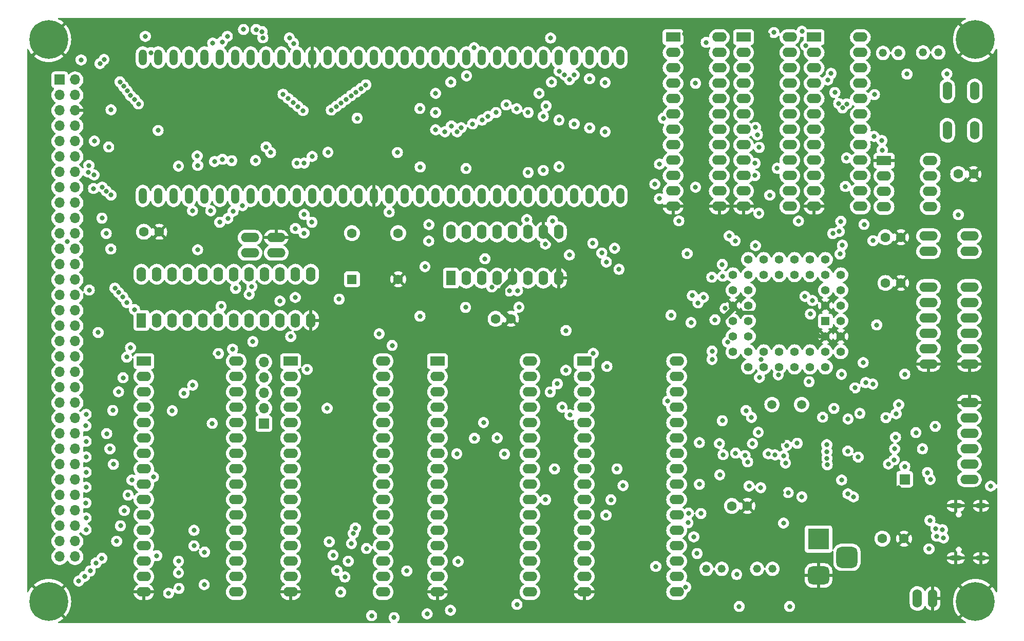
<source format=gbr>
%TF.GenerationSoftware,KiCad,Pcbnew,7.0.9*%
%TF.CreationDate,2024-04-05T20:33:33+01:00*%
%TF.ProjectId,rosco_m68k,726f7363-6f5f-46d3-9638-6b2e6b696361,2.2*%
%TF.SameCoordinates,Original*%
%TF.FileFunction,Copper,L2,Inr*%
%TF.FilePolarity,Positive*%
%FSLAX46Y46*%
G04 Gerber Fmt 4.6, Leading zero omitted, Abs format (unit mm)*
G04 Created by KiCad (PCBNEW 7.0.9) date 2024-04-05 20:33:33*
%MOMM*%
%LPD*%
G01*
G04 APERTURE LIST*
G04 Aperture macros list*
%AMRoundRect*
0 Rectangle with rounded corners*
0 $1 Rounding radius*
0 $2 $3 $4 $5 $6 $7 $8 $9 X,Y pos of 4 corners*
0 Add a 4 corners polygon primitive as box body*
4,1,4,$2,$3,$4,$5,$6,$7,$8,$9,$2,$3,0*
0 Add four circle primitives for the rounded corners*
1,1,$1+$1,$2,$3*
1,1,$1+$1,$4,$5*
1,1,$1+$1,$6,$7*
1,1,$1+$1,$8,$9*
0 Add four rect primitives between the rounded corners*
20,1,$1+$1,$2,$3,$4,$5,0*
20,1,$1+$1,$4,$5,$6,$7,0*
20,1,$1+$1,$6,$7,$8,$9,0*
20,1,$1+$1,$8,$9,$2,$3,0*%
G04 Aperture macros list end*
%TA.AperFunction,ComponentPad*%
%ADD10C,6.400000*%
%TD*%
%TA.AperFunction,ComponentPad*%
%ADD11O,1.524000X3.048000*%
%TD*%
%TA.AperFunction,ComponentPad*%
%ADD12C,1.600200*%
%TD*%
%TA.AperFunction,ComponentPad*%
%ADD13R,1.422400X1.422400*%
%TD*%
%TA.AperFunction,ComponentPad*%
%ADD14C,1.422400*%
%TD*%
%TA.AperFunction,ComponentPad*%
%ADD15R,2.400000X1.600000*%
%TD*%
%TA.AperFunction,ComponentPad*%
%ADD16O,2.400000X1.600000*%
%TD*%
%TA.AperFunction,ComponentPad*%
%ADD17O,3.048000X1.524000*%
%TD*%
%TA.AperFunction,ComponentPad*%
%ADD18C,1.320800*%
%TD*%
%TA.AperFunction,ComponentPad*%
%ADD19C,1.500000*%
%TD*%
%TA.AperFunction,ComponentPad*%
%ADD20R,1.600000X1.600000*%
%TD*%
%TA.AperFunction,ComponentPad*%
%ADD21C,1.600000*%
%TD*%
%TA.AperFunction,ComponentPad*%
%ADD22R,1.700000X1.700000*%
%TD*%
%TA.AperFunction,ComponentPad*%
%ADD23O,1.700000X1.700000*%
%TD*%
%TA.AperFunction,ComponentPad*%
%ADD24R,1.600000X2.400000*%
%TD*%
%TA.AperFunction,ComponentPad*%
%ADD25O,1.600000X2.400000*%
%TD*%
%TA.AperFunction,ComponentPad*%
%ADD26O,1.320800X2.641600*%
%TD*%
%TA.AperFunction,ComponentPad*%
%ADD27R,3.500000X3.500000*%
%TD*%
%TA.AperFunction,ComponentPad*%
%ADD28RoundRect,0.750000X1.000000X-0.750000X1.000000X0.750000X-1.000000X0.750000X-1.000000X-0.750000X0*%
%TD*%
%TA.AperFunction,ComponentPad*%
%ADD29RoundRect,0.875000X0.875000X-0.875000X0.875000X0.875000X-0.875000X0.875000X-0.875000X-0.875000X0*%
%TD*%
%TA.AperFunction,ComponentPad*%
%ADD30O,1.700000X0.900000*%
%TD*%
%TA.AperFunction,ComponentPad*%
%ADD31O,2.000000X0.900000*%
%TD*%
%TA.AperFunction,ViaPad*%
%ADD32C,0.800000*%
%TD*%
%TA.AperFunction,Conductor*%
%ADD33C,0.850000*%
%TD*%
%TA.AperFunction,Conductor*%
%ADD34C,0.650000*%
%TD*%
G04 APERTURE END LIST*
D10*
%TO.N,GND*%
%TO.C,H1*%
X71500000Y-151500000D03*
%TD*%
%TO.N,GND*%
%TO.C,H2*%
X71500000Y-58700000D03*
%TD*%
%TO.N,GND*%
%TO.C,H4*%
X224300000Y-151500000D03*
%TD*%
D11*
%TO.N,Net-(IC15-THR)*%
%TO.C,S1*%
X219659400Y-73701200D03*
%TO.N,unconnected-(S1-S1-Pad2)*%
X219659400Y-67198800D03*
%TO.N,Net-(S1-P)*%
X224180600Y-73701200D03*
%TO.N,unconnected-(S1-P1-Pad4)*%
X224180600Y-67198800D03*
%TD*%
D10*
%TO.N,GND*%
%TO.C,H3*%
X224300000Y-58700000D03*
%TD*%
D12*
%TO.N,VCC*%
%TO.C,C17*%
X209473800Y-91363800D03*
%TO.N,GND*%
X212013800Y-91363800D03*
%TD*%
%TO.N,VCC*%
%TO.C,C19*%
X184150000Y-135712200D03*
%TO.N,GND*%
X186690000Y-135712200D03*
%TD*%
D13*
%TO.N,unconnected-(IC4-NC-Pad1)*%
%TO.C,IC4*%
X199572000Y-105181400D03*
D14*
%TO.N,A1*%
X202112000Y-102641400D03*
%TO.N,GND*%
X199572000Y-102641400D03*
%TO.N,A2*%
X202112000Y-100101400D03*
%TO.N,CTSB*%
X199572000Y-100101400D03*
%TO.N,A3*%
X202112000Y-97561400D03*
%TO.N,A4*%
X199572000Y-95021400D03*
%TO.N,CTSA*%
X199572000Y-97561400D03*
%TO.N,RW*%
X197032000Y-95021400D03*
%TO.N,DTACK*%
X197032000Y-97561400D03*
%TO.N,RXDB*%
X194492000Y-95021400D03*
%TO.N,unconnected-(IC4-NC-Pad12)*%
X194492000Y-97561400D03*
%TO.N,TXDB*%
X191952000Y-95021400D03*
%TO.N,RTSB*%
X191952000Y-97561400D03*
%TO.N,Net-(IC4-OP3)*%
X189412000Y-95021400D03*
%TO.N,Net-(IC4-OP5)*%
X189412000Y-97561400D03*
%TO.N,SPICS2*%
X186872000Y-95021400D03*
%TO.N,D1*%
X184332000Y-97561400D03*
%TO.N,D3*%
X186872000Y-97561400D03*
%TO.N,D5*%
X184332000Y-100101400D03*
%TO.N,D7*%
X186872000Y-100101400D03*
%TO.N,GND*%
X184332000Y-102641400D03*
%TO.N,unconnected-(IC4-NC-Pad23)*%
X186872000Y-102641400D03*
%TO.N,DUAIRQ*%
X184332000Y-105181400D03*
%TO.N,D6*%
X186872000Y-105181400D03*
%TO.N,D4*%
X184332000Y-107721400D03*
%TO.N,D2*%
X186872000Y-107721400D03*
%TO.N,D0*%
X184332000Y-110261400D03*
%TO.N,SPIMOSI*%
X186872000Y-112801400D03*
%TO.N,SPICLK*%
X186872000Y-110261400D03*
%TO.N,SPICS*%
X189412000Y-112801400D03*
%TO.N,RTSA*%
X189412000Y-110261400D03*
%TO.N,TXDA*%
X191952000Y-112801400D03*
%TO.N,unconnected-(IC4-NC-Pad34)*%
X191952000Y-110261400D03*
%TO.N,RXDA*%
X194492000Y-112801400D03*
%TO.N,Net-(IC4-X1{slash}CLK)*%
X194492000Y-110261400D03*
%TO.N,Net-(IC4-X2)*%
X197032000Y-112801400D03*
%TO.N,RESET*%
X197032000Y-110261400D03*
%TO.N,DUASEL*%
X199572000Y-112801400D03*
%TO.N,SPIMISO*%
X202112000Y-110261400D03*
%TO.N,DUAIACK*%
X199572000Y-110261400D03*
%TO.N,GND*%
X202112000Y-107721400D03*
X199572000Y-107721400D03*
%TO.N,VCC*%
X202112000Y-105181400D03*
%TD*%
D15*
%TO.N,AS*%
%TO.C,IC5*%
X186076700Y-58324800D03*
D16*
%TO.N,unconnected-(IC5-I2-Pad2)*%
X186076700Y-60864800D03*
%TO.N,HWRST*%
X186076700Y-63404800D03*
%TO.N,FC2*%
X186076700Y-65944800D03*
%TO.N,FC1*%
X186076700Y-68484800D03*
%TO.N,FC0*%
X186076700Y-71024800D03*
%TO.N,A1*%
X186076700Y-73564800D03*
%TO.N,A2*%
X186076700Y-76104800D03*
%TO.N,A3*%
X186076700Y-78644800D03*
%TO.N,A19*%
X186076700Y-81184800D03*
%TO.N,A18*%
X186076700Y-83724800D03*
%TO.N,GND*%
X186076700Y-86264800D03*
%TO.N,A17*%
X193696700Y-86264800D03*
%TO.N,A16*%
X193696700Y-83724800D03*
%TO.N,HALT*%
X193696700Y-81184800D03*
%TO.N,RESET*%
X193696700Y-78644800D03*
%TO.N,RUNLED*%
X193696700Y-76104800D03*
%TO.N,unconnected-(IC5-IO5-Pad18)*%
X193696700Y-73564800D03*
%TO.N,unconnected-(IC5-IO6-Pad19)*%
X193696700Y-71024800D03*
%TO.N,unconnected-(IC5-IO7-Pad20)*%
X193696700Y-68484800D03*
%TO.N,BOOT*%
X193696700Y-65944800D03*
%TO.N,CPUSP*%
X193696700Y-63404800D03*
%TO.N,DUAIACK*%
X193696700Y-60864800D03*
%TO.N,VCC*%
X193696700Y-58324800D03*
%TD*%
D17*
%TO.N,VCCUA*%
%TO.C,JP1*%
X223300000Y-91159000D03*
%TO.N,VCC*%
X223300000Y-93699000D03*
%TD*%
D18*
%TO.N,Net-(LED3-PadA)*%
%TO.C,LED3*%
X211600000Y-60930000D03*
%TO.N,RUNLED*%
X209060000Y-60930000D03*
%TD*%
%TO.N,Net-(LED4-PadA)*%
%TO.C,LED4*%
X218200000Y-60840000D03*
%TO.N,RESET*%
X215660000Y-60840000D03*
%TD*%
D19*
%TO.N,Net-(IC4-X1{slash}CLK)*%
%TO.C,Q1*%
X190750800Y-118973600D03*
%TO.N,Net-(IC4-X2)*%
X195630800Y-118973600D03*
%TD*%
D20*
%TO.N,Net-(Q2-EN)*%
%TO.C,Q2*%
X121500000Y-98300000D03*
D21*
%TO.N,GND*%
X129120000Y-98300000D03*
%TO.N,CLK*%
X129120000Y-90680000D03*
%TO.N,VCC*%
X121500000Y-90680000D03*
%TD*%
D15*
%TO.N,A19*%
%TO.C,U4*%
X159800000Y-111823600D03*
D16*
%TO.N,A17*%
X159800000Y-114363600D03*
%TO.N,A15*%
X159800000Y-116903600D03*
%TO.N,A13*%
X159800000Y-119443600D03*
%TO.N,A8*%
X159800000Y-121983600D03*
%TO.N,A7*%
X159800000Y-124523600D03*
%TO.N,A6*%
X159800000Y-127063600D03*
%TO.N,A5*%
X159800000Y-129603600D03*
%TO.N,A4*%
X159800000Y-132143600D03*
%TO.N,A3*%
X159800000Y-134683600D03*
%TO.N,A2*%
X159800000Y-137223600D03*
%TO.N,A1*%
X159800000Y-139763600D03*
%TO.N,D8*%
X159800000Y-142303600D03*
%TO.N,D9*%
X159800000Y-144843600D03*
%TO.N,D10*%
X159800000Y-147383600D03*
%TO.N,GND*%
X159800000Y-149923600D03*
%TO.N,D11*%
X175040000Y-149923600D03*
%TO.N,D12*%
X175040000Y-147383600D03*
%TO.N,D13*%
X175040000Y-144843600D03*
%TO.N,D14*%
X175040000Y-142303600D03*
%TO.N,D15*%
X175040000Y-139763600D03*
%TO.N,EVENRAMSEL*%
X175040000Y-137223600D03*
%TO.N,A11*%
X175040000Y-134683600D03*
%TO.N,WR*%
X175040000Y-132143600D03*
%TO.N,A12*%
X175040000Y-129603600D03*
%TO.N,A10*%
X175040000Y-127063600D03*
%TO.N,A9*%
X175040000Y-124523600D03*
%TO.N,A14*%
X175040000Y-121983600D03*
%TO.N,RW*%
X175040000Y-119443600D03*
%TO.N,A18*%
X175040000Y-116903600D03*
%TO.N,A16*%
X175040000Y-114363600D03*
%TO.N,VCC*%
X175040000Y-111823600D03*
%TD*%
D15*
%TO.N,A19*%
%TO.C,U3*%
X135600000Y-111823600D03*
D16*
%TO.N,A17*%
X135600000Y-114363600D03*
%TO.N,A15*%
X135600000Y-116903600D03*
%TO.N,A13*%
X135600000Y-119443600D03*
%TO.N,A8*%
X135600000Y-121983600D03*
%TO.N,A7*%
X135600000Y-124523600D03*
%TO.N,A6*%
X135600000Y-127063600D03*
%TO.N,A5*%
X135600000Y-129603600D03*
%TO.N,A4*%
X135600000Y-132143600D03*
%TO.N,A3*%
X135600000Y-134683600D03*
%TO.N,A2*%
X135600000Y-137223600D03*
%TO.N,A1*%
X135600000Y-139763600D03*
%TO.N,D0*%
X135600000Y-142303600D03*
%TO.N,D1*%
X135600000Y-144843600D03*
%TO.N,D2*%
X135600000Y-147383600D03*
%TO.N,GND*%
X135600000Y-149923600D03*
%TO.N,D3*%
X150840000Y-149923600D03*
%TO.N,D4*%
X150840000Y-147383600D03*
%TO.N,D5*%
X150840000Y-144843600D03*
%TO.N,D6*%
X150840000Y-142303600D03*
%TO.N,D7*%
X150840000Y-139763600D03*
%TO.N,ODDRAMSEL*%
X150840000Y-137223600D03*
%TO.N,A11*%
X150840000Y-134683600D03*
%TO.N,WR*%
X150840000Y-132143600D03*
%TO.N,A12*%
X150840000Y-129603600D03*
%TO.N,A10*%
X150840000Y-127063600D03*
%TO.N,A9*%
X150840000Y-124523600D03*
%TO.N,A14*%
X150840000Y-121983600D03*
%TO.N,RW*%
X150840000Y-119443600D03*
%TO.N,A18*%
X150840000Y-116903600D03*
%TO.N,A16*%
X150840000Y-114363600D03*
%TO.N,VCC*%
X150840000Y-111823600D03*
%TD*%
D15*
%TO.N,A19*%
%TO.C,U2*%
X111400000Y-111823600D03*
D16*
%TO.N,A17*%
X111400000Y-114363600D03*
%TO.N,A16*%
X111400000Y-116903600D03*
%TO.N,A13*%
X111400000Y-119443600D03*
%TO.N,A8*%
X111400000Y-121983600D03*
%TO.N,A7*%
X111400000Y-124523600D03*
%TO.N,A6*%
X111400000Y-127063600D03*
%TO.N,A5*%
X111400000Y-129603600D03*
%TO.N,A4*%
X111400000Y-132143600D03*
%TO.N,A3*%
X111400000Y-134683600D03*
%TO.N,A2*%
X111400000Y-137223600D03*
%TO.N,A1*%
X111400000Y-139763600D03*
%TO.N,D8*%
X111400000Y-142303600D03*
%TO.N,D9*%
X111400000Y-144843600D03*
%TO.N,D10*%
X111400000Y-147383600D03*
%TO.N,GND*%
X111400000Y-149923600D03*
%TO.N,D11*%
X126640000Y-149923600D03*
%TO.N,D12*%
X126640000Y-147383600D03*
%TO.N,D13*%
X126640000Y-144843600D03*
%TO.N,D14*%
X126640000Y-142303600D03*
%TO.N,D15*%
X126640000Y-139763600D03*
%TO.N,EVENROMSEL*%
X126640000Y-137223600D03*
%TO.N,A11*%
X126640000Y-134683600D03*
%TO.N,WR*%
X126640000Y-132143600D03*
%TO.N,A12*%
X126640000Y-129603600D03*
%TO.N,A10*%
X126640000Y-127063600D03*
%TO.N,A9*%
X126640000Y-124523600D03*
%TO.N,A14*%
X126640000Y-121983600D03*
%TO.N,A15*%
X126640000Y-119443600D03*
%TO.N,A18*%
X126640000Y-116903600D03*
%TO.N,ROM_RW*%
X126640000Y-114363600D03*
%TO.N,VCC*%
X126640000Y-111823600D03*
%TD*%
D22*
%TO.N,A1*%
%TO.C,J3*%
X73325000Y-65350000D03*
D23*
%TO.N,VCC*%
X75865000Y-65350000D03*
%TO.N,A2*%
X73325000Y-67890000D03*
%TO.N,CLK*%
X75865000Y-67890000D03*
%TO.N,A3*%
X73325000Y-70430000D03*
%TO.N,GND*%
X75865000Y-70430000D03*
%TO.N,A4*%
X73325000Y-72970000D03*
%TO.N,VPA*%
X75865000Y-72970000D03*
%TO.N,A5*%
X73325000Y-75510000D03*
%TO.N,E*%
X75865000Y-75510000D03*
%TO.N,A6*%
X73325000Y-78050000D03*
%TO.N,VMA*%
X75865000Y-78050000D03*
%TO.N,A7*%
X73325000Y-80590000D03*
%TO.N,IRQ3*%
X75865000Y-80590000D03*
%TO.N,A8*%
X73325000Y-83130000D03*
%TO.N,IOSEL*%
X75865000Y-83130000D03*
%TO.N,A9*%
X73325000Y-85670000D03*
%TO.N,EXPSEL*%
X75865000Y-85670000D03*
%TO.N,A10*%
X73325000Y-88210000D03*
%TO.N,FC0*%
X75865000Y-88210000D03*
%TO.N,A11*%
X73325000Y-90750000D03*
%TO.N,FC1*%
X75865000Y-90750000D03*
%TO.N,A12*%
X73325000Y-93290000D03*
%TO.N,FC2*%
X75865000Y-93290000D03*
%TO.N,A13*%
X73325000Y-95830000D03*
%TO.N,IRQ5*%
X75865000Y-95830000D03*
%TO.N,A14*%
X73325000Y-98370000D03*
%TO.N,IRQ2*%
X75865000Y-98370000D03*
%TO.N,A15*%
X73325000Y-100910000D03*
%TO.N,IRQ6*%
X75865000Y-100910000D03*
%TO.N,A16*%
X73325000Y-103450000D03*
%TO.N,LDS*%
X75865000Y-103450000D03*
%TO.N,A17*%
X73325000Y-105990000D03*
%TO.N,UDS*%
X75865000Y-105990000D03*
%TO.N,A18*%
X73325000Y-108530000D03*
%TO.N,RESET*%
X75865000Y-108530000D03*
%TO.N,A19*%
X73325000Y-111070000D03*
%TO.N,D15*%
X75865000Y-111070000D03*
%TO.N,A20*%
X73325000Y-113610000D03*
%TO.N,D14*%
X75865000Y-113610000D03*
%TO.N,A21*%
X73325000Y-116150000D03*
%TO.N,D13*%
X75865000Y-116150000D03*
%TO.N,A22*%
X73325000Y-118690000D03*
%TO.N,D12*%
X75865000Y-118690000D03*
%TO.N,A23*%
X73325000Y-121230000D03*
%TO.N,D11*%
X75865000Y-121230000D03*
%TO.N,AS*%
X73325000Y-123770000D03*
%TO.N,D10*%
X75865000Y-123770000D03*
%TO.N,BERR*%
X73325000Y-126310000D03*
%TO.N,D9*%
X75865000Y-126310000D03*
%TO.N,BG*%
X73325000Y-128850000D03*
%TO.N,D8*%
X75865000Y-128850000D03*
%TO.N,BGACK*%
X73325000Y-131390000D03*
%TO.N,D7*%
X75865000Y-131390000D03*
%TO.N,BR*%
X73325000Y-133930000D03*
%TO.N,D6*%
X75865000Y-133930000D03*
%TO.N,DTACK*%
X73325000Y-136470000D03*
%TO.N,D5*%
X75865000Y-136470000D03*
%TO.N,RW*%
X73325000Y-139010000D03*
%TO.N,D4*%
X75865000Y-139010000D03*
%TO.N,D0*%
X73325000Y-141550000D03*
%TO.N,D3*%
X75865000Y-141550000D03*
%TO.N,D1*%
X73325000Y-144090000D03*
%TO.N,D2*%
X75865000Y-144090000D03*
%TD*%
D15*
%TO.N,CLK*%
%TO.C,IC6*%
X174450000Y-58324800D03*
D16*
%TO.N,AS*%
X174450000Y-60864800D03*
%TO.N,CPUSP*%
X174450000Y-63404800D03*
%TO.N,A19*%
X174450000Y-65944800D03*
%TO.N,A18*%
X174450000Y-68484800D03*
%TO.N,A16*%
X174450000Y-71024800D03*
%TO.N,A17*%
X174450000Y-73564800D03*
%TO.N,unconnected-(IC6-I8-Pad8)*%
X174450000Y-76104800D03*
%TO.N,unconnected-(IC6-I9-Pad9)*%
X174450000Y-78644800D03*
%TO.N,unconnected-(IC6-I10-Pad10)*%
X174450000Y-81184800D03*
%TO.N,unconnected-(IC6-I11-Pad11)*%
X174450000Y-83724800D03*
%TO.N,GND*%
X174450000Y-86264800D03*
X182070000Y-86264800D03*
%TO.N,unconnected-(IC6-IO1-Pad14)*%
X182070000Y-83724800D03*
%TO.N,unconnected-(IC6-IO2-Pad15)*%
X182070000Y-81184800D03*
%TO.N,unconnected-(IC6-IO3-Pad16)*%
X182070000Y-78644800D03*
%TO.N,unconnected-(IC6-I04-Pad17)*%
X182070000Y-76104800D03*
%TO.N,unconnected-(IC6-IO5-Pad18)*%
X182070000Y-73564800D03*
%TO.N,unconnected-(IC6-IO6-Pad19)*%
X182070000Y-71024800D03*
%TO.N,unconnected-(IC6-IO7-Pad20)*%
X182070000Y-68484800D03*
%TO.N,unconnected-(IC6-IO8-Pad21)*%
X182070000Y-65944800D03*
%TO.N,unconnected-(IC6-IO9-Pad22)*%
X182070000Y-63404800D03*
%TO.N,BERR*%
X182070000Y-60864800D03*
%TO.N,VCC*%
X182070000Y-58324800D03*
%TD*%
D17*
%TO.N,SPICS*%
%TO.C,J4*%
X223300000Y-131310000D03*
%TO.N,SPICLK*%
X223300000Y-128770000D03*
%TO.N,SPIMOSI*%
X223300000Y-126230000D03*
%TO.N,SPIMISO*%
X223300000Y-123690000D03*
%TO.N,VCC*%
X223300000Y-121150000D03*
%TO.N,GND*%
X223300000Y-118610000D03*
%TD*%
%TO.N,GND*%
%TO.C,J2*%
X216564000Y-112258000D03*
%TO.N,RTSB*%
X216564000Y-109718000D03*
%TO.N,VCCUB*%
X216564000Y-107178000D03*
%TO.N,RXDB*%
X216564000Y-104638000D03*
%TO.N,TXDB*%
X216564000Y-102098000D03*
%TO.N,CTSB*%
X216564000Y-99558000D03*
%TD*%
%TO.N,GND*%
%TO.C,J1*%
X223300000Y-112258000D03*
%TO.N,RTSA*%
X223300000Y-109718000D03*
%TO.N,VCCUA*%
X223300000Y-107178000D03*
%TO.N,RXDA*%
X223300000Y-104638000D03*
%TO.N,TXDA*%
X223300000Y-102098000D03*
%TO.N,CTSA*%
X223300000Y-99558000D03*
%TD*%
D11*
%TO.N,VCC*%
%TO.C,J5*%
X214730000Y-151000000D03*
%TO.N,GND*%
X217270000Y-151000000D03*
%TD*%
D15*
%TO.N,GND*%
%TO.C,IC15*%
X209230000Y-78724800D03*
D16*
%TO.N,Net-(IC15-THR)*%
X209230000Y-81264800D03*
%TO.N,HWRST*%
X209230000Y-83804800D03*
%TO.N,VCC*%
X209230000Y-86344800D03*
%TO.N,Net-(IC15-CV)*%
X216850000Y-86344800D03*
%TO.N,Net-(IC15-THR)*%
X216850000Y-83804800D03*
%TO.N,unconnected-(IC15-DIS-Pad7)*%
X216850000Y-81264800D03*
%TO.N,VCC*%
X216850000Y-78724800D03*
%TD*%
D17*
%TO.N,VCCUB*%
%TO.C,JP2*%
X216564000Y-91159000D03*
%TO.N,VCC*%
X216564000Y-93699000D03*
%TD*%
%TO.N,RW*%
%TO.C,JP3*%
X104703000Y-91393000D03*
%TO.N,ROM_RW*%
X104703000Y-93933000D03*
%TD*%
D18*
%TO.N,Net-(LED1-PadA)*%
%TO.C,LED1*%
X182478200Y-146098800D03*
%TO.N,Net-(IC4-OP5)*%
X179938200Y-146098800D03*
%TD*%
%TO.N,Net-(LED2-PadA)*%
%TO.C,LED2*%
X190843400Y-146100800D03*
%TO.N,Net-(IC4-OP3)*%
X188303400Y-146100800D03*
%TD*%
D17*
%TO.N,LGEXP*%
%TO.C,JP4*%
X109018000Y-93933000D03*
%TO.N,GND*%
X109018000Y-91393000D03*
%TD*%
D15*
%TO.N,A19*%
%TO.C,U1*%
X87200000Y-111823600D03*
D16*
%TO.N,A17*%
X87200000Y-114363600D03*
%TO.N,A16*%
X87200000Y-116903600D03*
%TO.N,A13*%
X87200000Y-119443600D03*
%TO.N,A8*%
X87200000Y-121983600D03*
%TO.N,A7*%
X87200000Y-124523600D03*
%TO.N,A6*%
X87200000Y-127063600D03*
%TO.N,A5*%
X87200000Y-129603600D03*
%TO.N,A4*%
X87200000Y-132143600D03*
%TO.N,A3*%
X87200000Y-134683600D03*
%TO.N,A2*%
X87200000Y-137223600D03*
%TO.N,A1*%
X87200000Y-139763600D03*
%TO.N,D0*%
X87200000Y-142303600D03*
%TO.N,D1*%
X87200000Y-144843600D03*
%TO.N,D2*%
X87200000Y-147383600D03*
%TO.N,GND*%
X87200000Y-149923600D03*
%TO.N,D3*%
X102440000Y-149923600D03*
%TO.N,D4*%
X102440000Y-147383600D03*
%TO.N,D5*%
X102440000Y-144843600D03*
%TO.N,D6*%
X102440000Y-142303600D03*
%TO.N,D7*%
X102440000Y-139763600D03*
%TO.N,ODDROMSEL*%
X102440000Y-137223600D03*
%TO.N,A11*%
X102440000Y-134683600D03*
%TO.N,WR*%
X102440000Y-132143600D03*
%TO.N,A12*%
X102440000Y-129603600D03*
%TO.N,A10*%
X102440000Y-127063600D03*
%TO.N,A9*%
X102440000Y-124523600D03*
%TO.N,A14*%
X102440000Y-121983600D03*
%TO.N,A15*%
X102440000Y-119443600D03*
%TO.N,A18*%
X102440000Y-116903600D03*
%TO.N,ROM_RW*%
X102440000Y-114363600D03*
%TO.N,VCC*%
X102440000Y-111823600D03*
%TD*%
D12*
%TO.N,Net-(IC15-THR)*%
%TO.C,C11*%
X221459000Y-80910000D03*
%TO.N,GND*%
X223999000Y-80910000D03*
%TD*%
D15*
%TO.N,A6*%
%TO.C,IC3*%
X197703300Y-58324800D03*
D16*
%TO.N,A7*%
X197703300Y-60864800D03*
%TO.N,A8*%
X197703300Y-63404800D03*
%TO.N,A9*%
X197703300Y-65944800D03*
%TO.N,A10*%
X197703300Y-68484800D03*
%TO.N,A11*%
X197703300Y-71024800D03*
%TO.N,A12*%
X197703300Y-73564800D03*
%TO.N,A13*%
X197703300Y-76104800D03*
%TO.N,A14*%
X197703300Y-78644800D03*
%TO.N,A15*%
X197703300Y-81184800D03*
%TO.N,A16*%
X197703300Y-83724800D03*
%TO.N,GND*%
X197703300Y-86264800D03*
%TO.N,unconnected-(IC3-I13-Pad13)*%
X205323300Y-86264800D03*
%TO.N,A19*%
X205323300Y-83724800D03*
%TO.N,unconnected-(IC3-IO2-Pad15)*%
X205323300Y-81184800D03*
%TO.N,A17*%
X205323300Y-78644800D03*
%TO.N,A18*%
X205323300Y-76104800D03*
%TO.N,LDS*%
X205323300Y-73564800D03*
%TO.N,IOSEL*%
X205323300Y-71024800D03*
%TO.N,DUASEL*%
X205323300Y-68484800D03*
%TO.N,FC0*%
X205323300Y-65944800D03*
%TO.N,FC1*%
X205323300Y-63404800D03*
%TO.N,FC2*%
X205323300Y-60864800D03*
%TO.N,VCC*%
X205323300Y-58324800D03*
%TD*%
D24*
%TO.N,A18*%
%TO.C,IC2*%
X86787000Y-105081000D03*
D25*
%TO.N,A19*%
X89327000Y-105081000D03*
%TO.N,A20*%
X91867000Y-105081000D03*
%TO.N,A21*%
X94407000Y-105081000D03*
%TO.N,A22*%
X96947000Y-105081000D03*
%TO.N,A23*%
X99487000Y-105081000D03*
%TO.N,UDS*%
X102027000Y-105081000D03*
%TO.N,LDS*%
X104567000Y-105081000D03*
%TO.N,BOOT*%
X107107000Y-105081000D03*
%TO.N,LGEXP*%
X109647000Y-105081000D03*
%TO.N,RW*%
X112187000Y-105081000D03*
%TO.N,GND*%
X114727000Y-105081000D03*
%TO.N,AS*%
X114727000Y-97461000D03*
%TO.N,EVENRAMSEL*%
X112187000Y-97461000D03*
%TO.N,ODDRAMSEL*%
X109647000Y-97461000D03*
%TO.N,EVENROMSEL*%
X107107000Y-97461000D03*
%TO.N,ODDROMSEL*%
X104567000Y-97461000D03*
%TO.N,IOSEL*%
X102027000Y-97461000D03*
%TO.N,EXPSEL*%
X99487000Y-97461000D03*
%TO.N,CPUSP*%
X96947000Y-97461000D03*
%TO.N,unconnected-(IC2-IO8-Pad21)*%
X94407000Y-97461000D03*
%TO.N,DTACK*%
X91867000Y-97461000D03*
%TO.N,WR*%
X89327000Y-97461000D03*
%TO.N,VCC*%
X86787000Y-97461000D03*
%TD*%
D22*
%TO.N,EXPSEL*%
%TO.C,J6*%
X106970000Y-122130000D03*
D23*
%TO.N,A20*%
X106970000Y-119590000D03*
%TO.N,A21*%
X106970000Y-117050000D03*
%TO.N,A22*%
X106970000Y-114510000D03*
%TO.N,A23*%
X106970000Y-111970000D03*
%TD*%
D22*
%TO.N,SPICS2*%
%TO.C,J7*%
X212635400Y-131310000D03*
%TD*%
D24*
%TO.N,DUAIRQ*%
%TO.C,IC7*%
X137830000Y-98100000D03*
D25*
%TO.N,IRQ5*%
X140370000Y-98100000D03*
%TO.N,IRQ6*%
X142910000Y-98100000D03*
%TO.N,VCC*%
X145450000Y-98100000D03*
%TO.N,GND*%
X147990000Y-98100000D03*
%TO.N,IPL2*%
X150530000Y-98100000D03*
%TO.N,IPL1*%
X153070000Y-98100000D03*
%TO.N,GND*%
X155610000Y-98100000D03*
%TO.N,IPL0*%
X155610000Y-90480000D03*
%TO.N,GND*%
X153070000Y-90480000D03*
%TO.N,VCC*%
X150530000Y-90480000D03*
%TO.N,IRQ2*%
X147990000Y-90480000D03*
%TO.N,IRQ3*%
X145450000Y-90480000D03*
%TO.N,unconnected-(IC7-GS-Pad14)*%
X142910000Y-90480000D03*
%TO.N,unconnected-(IC7-EO-Pad15)*%
X140370000Y-90480000D03*
%TO.N,VCC*%
X137830000Y-90480000D03*
%TD*%
D26*
%TO.N,D4*%
%TO.C,IC1*%
X87030000Y-84530000D03*
%TO.N,D3*%
X89570000Y-84530000D03*
%TO.N,D2*%
X92110000Y-84530000D03*
%TO.N,D1*%
X94650000Y-84530000D03*
%TO.N,D0*%
X97190000Y-84530000D03*
%TO.N,AS*%
X99730000Y-84530000D03*
%TO.N,UDS*%
X102270000Y-84530000D03*
%TO.N,LDS*%
X104810000Y-84530000D03*
%TO.N,RW*%
X107350000Y-84530000D03*
%TO.N,DTACK*%
X109890000Y-84530000D03*
%TO.N,BG*%
X112430000Y-84530000D03*
%TO.N,BGACK*%
X114970000Y-84530000D03*
%TO.N,BR*%
X117510000Y-84530000D03*
%TO.N,VCC*%
X120050000Y-84530000D03*
%TO.N,CLK*%
X122590000Y-84530000D03*
%TO.N,GND*%
X125130000Y-84530000D03*
%TO.N,HALT*%
X127670000Y-84530000D03*
%TO.N,RESET*%
X130210000Y-84530000D03*
%TO.N,VMA*%
X132750000Y-84530000D03*
%TO.N,E*%
X135290000Y-84530000D03*
%TO.N,VPA*%
X137830000Y-84530000D03*
%TO.N,BERR*%
X140370000Y-84530000D03*
%TO.N,IPL2*%
X142910000Y-84530000D03*
%TO.N,IPL1*%
X145450000Y-84530000D03*
%TO.N,IPL0*%
X147990000Y-84530000D03*
%TO.N,FC2*%
X150530000Y-84530000D03*
%TO.N,FC1*%
X153070000Y-84530000D03*
%TO.N,FC0*%
X155610000Y-84530000D03*
%TO.N,A1*%
X158150000Y-84530000D03*
%TO.N,A2*%
X160690000Y-84530000D03*
%TO.N,A3*%
X163230000Y-84530000D03*
%TO.N,A4*%
X165770000Y-84530000D03*
%TO.N,A5*%
X165770000Y-61670000D03*
%TO.N,A6*%
X163230000Y-61670000D03*
%TO.N,A7*%
X160690000Y-61670000D03*
%TO.N,A8*%
X158150000Y-61670000D03*
%TO.N,A9*%
X155610000Y-61670000D03*
%TO.N,A10*%
X153070000Y-61670000D03*
%TO.N,A11*%
X150530000Y-61670000D03*
%TO.N,A12*%
X147990000Y-61670000D03*
%TO.N,A13*%
X145450000Y-61670000D03*
%TO.N,A14*%
X142910000Y-61670000D03*
%TO.N,A15*%
X140370000Y-61670000D03*
%TO.N,A16*%
X137830000Y-61670000D03*
%TO.N,A17*%
X135290000Y-61670000D03*
%TO.N,A18*%
X132750000Y-61670000D03*
%TO.N,A19*%
X130210000Y-61670000D03*
%TO.N,A20*%
X127670000Y-61670000D03*
%TO.N,VCC*%
X125130000Y-61670000D03*
%TO.N,A21*%
X122590000Y-61670000D03*
%TO.N,A22*%
X120050000Y-61670000D03*
%TO.N,A23*%
X117510000Y-61670000D03*
%TO.N,GND*%
X114970000Y-61670000D03*
%TO.N,D15*%
X112430000Y-61670000D03*
%TO.N,D14*%
X109890000Y-61670000D03*
%TO.N,D13*%
X107350000Y-61670000D03*
%TO.N,D12*%
X104810000Y-61670000D03*
%TO.N,D11*%
X102270000Y-61670000D03*
%TO.N,D10*%
X99730000Y-61670000D03*
%TO.N,D9*%
X97190000Y-61670000D03*
%TO.N,D8*%
X94650000Y-61670000D03*
%TO.N,D7*%
X92110000Y-61670000D03*
%TO.N,D6*%
X89570000Y-61670000D03*
%TO.N,D5*%
X87030000Y-61670000D03*
%TD*%
D12*
%TO.N,VCC*%
%TO.C,C14*%
X87205000Y-90454000D03*
%TO.N,GND*%
X89745000Y-90454000D03*
%TD*%
%TO.N,VCC*%
%TO.C,C15*%
X145186400Y-104825800D03*
%TO.N,GND*%
X147726400Y-104825800D03*
%TD*%
%TO.N,VCC*%
%TO.C,C18*%
X209473800Y-98907600D03*
%TO.N,GND*%
X212013800Y-98907600D03*
%TD*%
%TO.N,VCC*%
%TO.C,C21*%
X208965800Y-141122400D03*
%TO.N,GND*%
X212521800Y-141122400D03*
%TD*%
D27*
%TO.N,VCC*%
%TO.C,J9*%
X198424800Y-141193000D03*
D28*
%TO.N,GND*%
X198424800Y-147193000D03*
D29*
%TO.N,N/C*%
X203124800Y-144193000D03*
%TD*%
D30*
%TO.N,GND*%
%TO.C,J10*%
X225230000Y-135690000D03*
D31*
X221060000Y-135690000D03*
D30*
X225230000Y-144330000D03*
D31*
X221060000Y-144330000D03*
%TD*%
D32*
%TO.N,IPL2*%
X143427000Y-94915000D03*
%TO.N,IPL1*%
X148804000Y-100198000D03*
%TO.N,IPL0*%
X150337000Y-88427400D03*
%TO.N,DTACK*%
X111190000Y-58440000D03*
X180841000Y-97969100D03*
X108083000Y-77358000D03*
X154254200Y-58470800D03*
X112174000Y-89925000D03*
X174105900Y-104218300D03*
%TO.N,BGACK*%
X114950000Y-78000000D03*
%TO.N,BR*%
X117550000Y-77328600D03*
%TO.N,RESET*%
X187970000Y-79150000D03*
X74600000Y-92025000D03*
X202361800Y-92659200D03*
%TO.N,BERR*%
X141650000Y-60078600D03*
X140320000Y-80010000D03*
X179913000Y-59192400D03*
%TO.N,CLK*%
X122375000Y-71702500D03*
X175404000Y-88658600D03*
%TO.N,LDS*%
X104567000Y-100790000D03*
X207416000Y-91922600D03*
%TO.N,UDS*%
X78198700Y-100072000D03*
X102323000Y-99796600D03*
%TO.N,AS*%
X114914000Y-88877000D03*
X172202000Y-79279100D03*
X99701000Y-88877000D03*
%TO.N,BG*%
X112450000Y-79147400D03*
%TO.N,FC2*%
X81754100Y-93297200D03*
X208892000Y-75395400D03*
X188654000Y-76526000D03*
X81775000Y-84400000D03*
X150550000Y-80671400D03*
%TO.N,FC1*%
X188349000Y-74436000D03*
X207600000Y-74700000D03*
X81000000Y-90750000D03*
X81025000Y-83750000D03*
X153050000Y-80328600D03*
%TO.N,FC0*%
X155650000Y-79700000D03*
X80292100Y-88207900D03*
X207654000Y-67806800D03*
X188044000Y-73217000D03*
X80325000Y-83075000D03*
%TO.N,VCC*%
X193663000Y-152324000D03*
X100150000Y-78490000D03*
X191618000Y-79972400D03*
X183049911Y-103109911D03*
X92910000Y-79620000D03*
X134170000Y-91990000D03*
X95990000Y-77915800D03*
X182093000Y-125425000D03*
X126000000Y-107300000D03*
X129000000Y-77360000D03*
X219600000Y-64370000D03*
X190398000Y-84404200D03*
X184944000Y-147028000D03*
X156798400Y-106756200D03*
X101820000Y-109830000D03*
X192659400Y-138545700D03*
X133550000Y-96210000D03*
X213020000Y-64420000D03*
X221480000Y-87620000D03*
X106820000Y-58420000D03*
X113610000Y-90670000D03*
X185357000Y-152324000D03*
X132720000Y-104390000D03*
X105610000Y-78690000D03*
X182143000Y-130581000D03*
%TO.N,GND*%
X192532000Y-124987200D03*
X207856000Y-128645000D03*
X156798400Y-111074200D03*
X176330000Y-57780000D03*
X204190600Y-124383800D03*
X184944000Y-145504000D03*
X186515003Y-122063922D03*
X200780000Y-59690000D03*
X145034000Y-111760000D03*
X118054000Y-112014000D03*
X205723000Y-128624000D03*
X192354000Y-133553000D03*
X211607000Y-132690000D03*
X135840000Y-96390000D03*
X203714279Y-117055900D03*
X188976000Y-117977000D03*
X125989000Y-105029000D03*
X210845400Y-122402600D03*
X226739989Y-127428989D03*
X190080000Y-57930000D03*
X213033000Y-137357000D03*
X113610000Y-94510000D03*
X194081000Y-127355400D03*
X98540000Y-111200000D03*
X192659400Y-143117700D03*
X198831400Y-133172000D03*
X197986489Y-117881489D03*
X168402000Y-112014000D03*
X204224000Y-128676000D03*
%TO.N,EVENROMSEL*%
X119386000Y-101584000D03*
%TO.N,ODDRAMSEL*%
X109632000Y-101874000D03*
X149044000Y-102908000D03*
%TO.N,EVENRAMSEL*%
X176770000Y-94060400D03*
X112167000Y-101281000D03*
%TO.N,IOSEL*%
X98222000Y-86978600D03*
X98550000Y-59290000D03*
%TO.N,EXPSEL*%
X98470000Y-122100000D03*
X96064200Y-93424000D03*
X95225000Y-86978600D03*
%TO.N,HALT*%
X195123000Y-88671400D03*
X127650000Y-87200000D03*
%TO.N,RW*%
X107350000Y-76450000D03*
X103472000Y-86127000D03*
X117410000Y-119600000D03*
%TO.N,BOOT*%
X191062000Y-57559600D03*
X105710000Y-57055800D03*
%TO.N,VPA*%
X137900000Y-72975000D03*
X134190000Y-89260000D03*
%TO.N,E*%
X79034900Y-75475000D03*
X135300000Y-73603600D03*
%TO.N,VMA*%
X132750000Y-79757000D03*
X78894000Y-83320000D03*
%TO.N,A6*%
X138800000Y-127100000D03*
X138850000Y-73937700D03*
X163254000Y-65811800D03*
X77675000Y-127625000D03*
X202379000Y-70003000D03*
X163250000Y-73937700D03*
%TO.N,A7*%
X139532000Y-73272700D03*
X160700000Y-73309100D03*
X77675000Y-125050000D03*
X201750000Y-69271200D03*
X141700000Y-124550000D03*
X160678000Y-65183200D03*
%TO.N,A8*%
X158150000Y-72644100D03*
X201124000Y-67452000D03*
X143200000Y-121950000D03*
X141400000Y-72644100D03*
X77625000Y-122500000D03*
X158154000Y-64554600D03*
%TO.N,A9*%
X155662000Y-63926000D03*
X145450000Y-124500000D03*
X155650000Y-72015500D03*
X142950000Y-72015500D03*
%TO.N,A10*%
X153050000Y-71386900D03*
X146650000Y-127150000D03*
X143950000Y-71386900D03*
X199958000Y-65391000D03*
%TO.N,A11*%
X145250000Y-70758300D03*
X153434000Y-134684000D03*
X106695800Y-57414100D03*
X150550000Y-70758300D03*
X200496000Y-64310000D03*
X79951400Y-62694400D03*
%TO.N,A12*%
X87443000Y-58180900D03*
X154900000Y-129600000D03*
X196316000Y-59720000D03*
X111878500Y-59341300D03*
X80630800Y-62015100D03*
X100960500Y-58180900D03*
%TO.N,A13*%
X202100000Y-88722200D03*
X76853100Y-62073700D03*
X156150000Y-119400000D03*
X146950000Y-69500000D03*
X88344400Y-60883700D03*
X100102800Y-59096400D03*
X154565000Y-88637000D03*
X153511000Y-69689000D03*
%TO.N,A14*%
X201828000Y-90398600D03*
X157352000Y-94285000D03*
X156568000Y-64554600D03*
X157450000Y-120700000D03*
%TO.N,A15*%
X77675000Y-120579000D03*
X140400000Y-64700000D03*
X157365000Y-65337000D03*
X161221000Y-92343000D03*
X200769000Y-90742300D03*
%TO.N,A16*%
X156786000Y-113335000D03*
X114119000Y-113185000D03*
X81400000Y-76450000D03*
X154400000Y-65750000D03*
X137800000Y-65750000D03*
X172201000Y-84980000D03*
X136825000Y-73937700D03*
%TO.N,A17*%
X152350000Y-67600000D03*
X135300000Y-70758300D03*
X153404000Y-92490000D03*
X205943000Y-89243000D03*
X81785300Y-70300000D03*
X79663500Y-107075000D03*
X135300000Y-67600000D03*
X155376000Y-115550000D03*
%TO.N,A3*%
X77650000Y-135225000D03*
X164200000Y-134700000D03*
%TO.N,A2*%
X197099900Y-104035800D03*
X77675000Y-137700000D03*
X163443000Y-95437700D03*
X163383000Y-137250000D03*
X182555000Y-95848700D03*
X184691000Y-91948000D03*
X163548600Y-112689100D03*
%TO.N,A1*%
X162700000Y-93950000D03*
X183697000Y-91135200D03*
X121729000Y-140253000D03*
X77675000Y-139646000D03*
%TO.N,D5*%
X130550000Y-146450000D03*
X176899000Y-138493600D03*
X83967800Y-136475000D03*
X92911800Y-144850000D03*
X139000000Y-144900000D03*
%TO.N,D6*%
X84596400Y-133925000D03*
X95461800Y-142300000D03*
%TO.N,D7*%
X85225000Y-131425000D03*
X161288800Y-110527900D03*
X179452400Y-101304500D03*
X95461800Y-139750000D03*
%TO.N,D8*%
X82175000Y-128850000D03*
X117764000Y-141619000D03*
X118100000Y-70350000D03*
%TO.N,D9*%
X118914000Y-69757100D03*
X81600000Y-126300000D03*
X118393000Y-143850000D03*
%TO.N,D10*%
X119729000Y-69164300D03*
X81075000Y-123775000D03*
X119021000Y-146400000D03*
%TO.N,D11*%
X128450000Y-154148000D03*
X119650000Y-149950000D03*
X120543000Y-68571400D03*
X76471700Y-148109000D03*
%TO.N,D12*%
X124750000Y-153843000D03*
X77423500Y-147338000D03*
X121357000Y-67978600D03*
X120350000Y-147450000D03*
%TO.N,D13*%
X120900000Y-144850000D03*
X78350000Y-146445000D03*
X122171000Y-67385700D03*
%TO.N,D14*%
X79323200Y-145121000D03*
X122986000Y-66792900D03*
X121424000Y-141924000D03*
%TO.N,D15*%
X122069000Y-139364000D03*
X80275000Y-144350000D03*
X123800000Y-66200000D03*
%TO.N,A23*%
X82413900Y-99751400D03*
X82075000Y-119950000D03*
X83250000Y-65700000D03*
X99487000Y-110555000D03*
X110150000Y-67750000D03*
%TO.N,A22*%
X95254000Y-115780000D03*
X110971000Y-68423800D03*
X83846100Y-66445300D03*
X83025000Y-116875000D03*
X83049500Y-100484000D03*
%TO.N,A21*%
X93829000Y-117098000D03*
X84452300Y-67179900D03*
X111791000Y-69097600D03*
X83742800Y-101207000D03*
X83775000Y-114550000D03*
%TO.N,A20*%
X91882000Y-120015000D03*
X84988200Y-67967300D03*
X84371400Y-102137000D03*
X112612000Y-69771400D03*
X84371400Y-111146000D03*
%TO.N,A19*%
X178150000Y-83100000D03*
X85000000Y-109600000D03*
X85700000Y-68600000D03*
X178150000Y-65940000D03*
X187935000Y-81184800D03*
X111410000Y-107750000D03*
X178562000Y-102200000D03*
X113433000Y-70445300D03*
%TO.N,A18*%
X171447000Y-82575400D03*
X148671000Y-70129700D03*
X132700000Y-70100000D03*
X172830000Y-71715000D03*
X154200000Y-116900000D03*
X85657000Y-103296000D03*
X86300000Y-69350000D03*
%TO.N,A5*%
X77675000Y-130150000D03*
X165200000Y-129600000D03*
%TO.N,A4*%
X77675000Y-132625000D03*
X188584300Y-87392100D03*
X166200000Y-132350000D03*
%TO.N,D0*%
X97200000Y-143350000D03*
X173574900Y-118431900D03*
X177402039Y-105445939D03*
X123900000Y-142750000D03*
%TO.N,D1*%
X178784400Y-132142400D03*
X137750000Y-152929000D03*
X177863500Y-140816000D03*
X181356000Y-104978200D03*
X178784400Y-125268500D03*
X97148700Y-148717000D03*
%TO.N,D2*%
X176547900Y-149114400D03*
X91275200Y-150126000D03*
X180872100Y-111519800D03*
X180872100Y-110158600D03*
X89325000Y-143925000D03*
X133900000Y-153538000D03*
%TO.N,D3*%
X82710600Y-141550000D03*
X89550000Y-73732800D03*
X182641200Y-97790000D03*
X92986000Y-149331000D03*
X171600500Y-145721100D03*
X176990400Y-136897800D03*
X179033463Y-136976106D03*
%TO.N,D4*%
X83339200Y-139000000D03*
X178410000Y-143573600D03*
X148714000Y-151976000D03*
X183434200Y-108617600D03*
X92911800Y-146750000D03*
%TO.N,CPUSP*%
X195687000Y-57367000D03*
X103632000Y-57048400D03*
X104994000Y-99473400D03*
%TO.N,DUASEL*%
X203047000Y-78280700D03*
%TO.N,RXDA*%
X208020200Y-105835100D03*
%TO.N,SPICS*%
X205790800Y-112039400D03*
%TO.N,TXDB*%
X196869389Y-115217989D03*
X202216700Y-113981000D03*
X194919600Y-125374400D03*
X192665476Y-127444800D03*
%TO.N,RXDB*%
X188678800Y-114490700D03*
X182699000Y-127257800D03*
X197414100Y-101817500D03*
X182575200Y-121640600D03*
X196185600Y-101114200D03*
X188981000Y-111531400D03*
%TO.N,RTSA*%
X191792700Y-114070700D03*
%TO.N,DUAIACK*%
X203087100Y-69348700D03*
X202858500Y-82978200D03*
%TO.N,RTSB*%
X184756800Y-127000700D03*
%TO.N,RUNLED*%
X208936000Y-76960000D03*
%TO.N,WR*%
X88781000Y-130925000D03*
%TO.N,ROM_RW*%
X128135000Y-109213000D03*
X105161000Y-108593000D03*
%TO.N,SPICS2*%
X226796600Y-132461000D03*
X201980800Y-94132400D03*
X188036200Y-92735400D03*
%TO.N,DUAIRQ*%
X165528200Y-96654300D03*
X164805700Y-93165300D03*
X177632500Y-100984000D03*
%TO.N,IRQ3*%
X113621000Y-87592200D03*
X144567000Y-99577000D03*
X113622000Y-79120000D03*
%TO.N,IRQ2*%
X78044900Y-80602000D03*
X98840000Y-78850000D03*
X147456000Y-100215000D03*
X101043000Y-88248400D03*
%TO.N,IRQ6*%
X101914000Y-87080000D03*
X78991700Y-81055800D03*
X101700000Y-78708100D03*
%TO.N,IRQ5*%
X78123600Y-79496200D03*
X140240000Y-102936000D03*
X96077400Y-79503200D03*
X99930000Y-102760000D03*
%TO.N,+3V3*%
X203276000Y-133731000D03*
X216865000Y-131344000D03*
X192989000Y-128626000D03*
X214486000Y-123622000D03*
X209539200Y-121126400D03*
X187540452Y-125431030D03*
X193421000Y-133528000D03*
X200965000Y-119609000D03*
X211131000Y-124370000D03*
X187375800Y-121107200D03*
X217678000Y-122580000D03*
X203291000Y-121370000D03*
X215569800Y-126288802D03*
X203261000Y-126660000D03*
%TO.N,Net-(IC12-OSCI)*%
X210896000Y-128092000D03*
X195682000Y-134214000D03*
%TO.N,Net-(IC12-OSCO)*%
X204191000Y-134239000D03*
X209959000Y-128797000D03*
%TO.N,Net-(IC12-VREGIN)*%
X212649000Y-113970000D03*
X211226000Y-120498000D03*
%TO.N,/FTDI (Optional)/FTDI_TXA*%
X186315200Y-127406400D03*
X202234800Y-131445000D03*
%TO.N,/FTDI (Optional)/FTDI_TXB*%
X186740800Y-128447800D03*
X204444600Y-116230400D03*
%TO.N,/FTDI (Optional)/FTDI_RXB*%
X191261700Y-127290300D03*
X193166582Y-125734000D03*
%TO.N,/FTDI (Optional)/FTDI_RXA*%
X190142122Y-127129278D03*
X199872600Y-128930400D03*
%TO.N,/FTDI (Optional)/FTDI_RTSA*%
X199821800Y-127838200D03*
X186486800Y-119964200D03*
%TO.N,/FTDI (Optional)/FTDI_RTSB*%
X186969400Y-132435600D03*
X206197200Y-115366800D03*
%TO.N,/FTDI (Optional)/FTDI_CTSB*%
X207371014Y-115591108D03*
X188899800Y-132707196D03*
%TO.N,/FTDI (Optional)/FTDI_CTSA*%
X199796400Y-126746000D03*
X188493400Y-123571000D03*
%TO.N,/FTDI (Optional)/VCORE*%
X211646000Y-118980000D03*
X204981000Y-127660000D03*
X212651000Y-129200000D03*
X205240000Y-120447000D03*
%TO.N,Net-(IC12-ACBUS4)*%
X199110600Y-121081800D03*
X199796400Y-125603000D03*
%TO.N,/FTDI (Optional)/EE_DAT*%
X210981000Y-126289000D03*
X216401800Y-130207823D03*
%TO.N,USB_DP*%
X218872000Y-139649000D03*
X219050000Y-140995000D03*
%TO.N,USB_DN*%
X217781000Y-139474000D03*
X217907000Y-140716000D03*
%TO.N,Net-(IC13-VIN-Pad4)*%
X216640000Y-142810000D03*
X216795000Y-138105000D03*
%TD*%
D33*
%TO.N,GND*%
X155610000Y-93020000D02*
X155610000Y-98100000D01*
X182651400Y-104698800D02*
X182882307Y-104698800D01*
D34*
X194672412Y-103827600D02*
X198566212Y-107721400D01*
X198566212Y-107721400D02*
X199572000Y-107721400D01*
D33*
X146380000Y-99709800D02*
X146380000Y-103634000D01*
D34*
X184332000Y-102641400D02*
X185518200Y-103827600D01*
D33*
X153070000Y-90480000D02*
X155610000Y-93020000D01*
X184332000Y-103249107D02*
X184332000Y-102641400D01*
D34*
X185518200Y-103827600D02*
X194672412Y-103827600D01*
D33*
X146380000Y-103634000D02*
X147689000Y-104943000D01*
X182882307Y-104698800D02*
X184332000Y-103249107D01*
X147990000Y-98100000D02*
X146380000Y-99709800D01*
%TD*%
%TA.AperFunction,Conductor*%
%TO.N,GND*%
G36*
X198361505Y-97909225D02*
G01*
X198412105Y-97959027D01*
X198420402Y-97977195D01*
X198421480Y-97980158D01*
X198511673Y-98173578D01*
X198511674Y-98173580D01*
X198634083Y-98348398D01*
X198634090Y-98348407D01*
X198784992Y-98499309D01*
X198785001Y-98499316D01*
X198825969Y-98528002D01*
X198959820Y-98621726D01*
X199077190Y-98676456D01*
X199153249Y-98711923D01*
X199156208Y-98713000D01*
X199157328Y-98713825D01*
X199158231Y-98714246D01*
X199158146Y-98714427D01*
X199213378Y-98755096D01*
X199238714Y-98821418D01*
X199224171Y-98890910D01*
X199174367Y-98941507D01*
X199156208Y-98949800D01*
X199153249Y-98950876D01*
X198959820Y-99041074D01*
X198785000Y-99163484D01*
X198784994Y-99163489D01*
X198634089Y-99314394D01*
X198634084Y-99314400D01*
X198511674Y-99489220D01*
X198421480Y-99682641D01*
X198421478Y-99682646D01*
X198388658Y-99805134D01*
X198366242Y-99888792D01*
X198347641Y-100101400D01*
X198366242Y-100314008D01*
X198380741Y-100368118D01*
X198421478Y-100520153D01*
X198421480Y-100520158D01*
X198511673Y-100713578D01*
X198511674Y-100713580D01*
X198634083Y-100888398D01*
X198634090Y-100888407D01*
X198784992Y-101039309D01*
X198785001Y-101039316D01*
X198824242Y-101066793D01*
X198959820Y-101161726D01*
X199077190Y-101216456D01*
X199153245Y-101251921D01*
X199156940Y-101253266D01*
X199214111Y-101295361D01*
X199239448Y-101361683D01*
X199224906Y-101431175D01*
X199175103Y-101481773D01*
X199156943Y-101490067D01*
X199153417Y-101491350D01*
X198960070Y-101581510D01*
X198907869Y-101618060D01*
X199532481Y-102242672D01*
X199446852Y-102256235D01*
X199333955Y-102313759D01*
X199244359Y-102403355D01*
X199186835Y-102516252D01*
X199173272Y-102601881D01*
X198548660Y-101977269D01*
X198548659Y-101977269D01*
X198548253Y-101977850D01*
X198492796Y-102022178D01*
X198422176Y-102029487D01*
X198358816Y-101997456D01*
X198322831Y-101936255D01*
X198319730Y-101892413D01*
X198327604Y-101817500D01*
X198307642Y-101627572D01*
X198248627Y-101445944D01*
X198153140Y-101280556D01*
X198153138Y-101280554D01*
X198153134Y-101280548D01*
X198025355Y-101138635D01*
X197870852Y-101026382D01*
X197696388Y-100948706D01*
X197509587Y-100909000D01*
X197318613Y-100909000D01*
X197318611Y-100909000D01*
X197200941Y-100934011D01*
X197130150Y-100928609D01*
X197073518Y-100885791D01*
X197054912Y-100849701D01*
X197050280Y-100835445D01*
X197020127Y-100742644D01*
X196924640Y-100577256D01*
X196924638Y-100577254D01*
X196924634Y-100577248D01*
X196796855Y-100435335D01*
X196642352Y-100323082D01*
X196467888Y-100245406D01*
X196281087Y-100205700D01*
X196090113Y-100205700D01*
X195903311Y-100245406D01*
X195728847Y-100323082D01*
X195574344Y-100435335D01*
X195446565Y-100577248D01*
X195446558Y-100577258D01*
X195351076Y-100742638D01*
X195351073Y-100742644D01*
X195347186Y-100754607D01*
X195292057Y-100924272D01*
X195272096Y-101114200D01*
X195292057Y-101304127D01*
X195310673Y-101361418D01*
X195351073Y-101485756D01*
X195352931Y-101488974D01*
X195446558Y-101651141D01*
X195446565Y-101651151D01*
X195574344Y-101793064D01*
X195574347Y-101793066D01*
X195728848Y-101905318D01*
X195903312Y-101982994D01*
X196090113Y-102022700D01*
X196281092Y-102022700D01*
X196398757Y-101997689D01*
X196469547Y-102003090D01*
X196526180Y-102045907D01*
X196544787Y-102081998D01*
X196579572Y-102189054D01*
X196579576Y-102189061D01*
X196675058Y-102354441D01*
X196675065Y-102354451D01*
X196802844Y-102496364D01*
X196858001Y-102536438D01*
X196957348Y-102608618D01*
X197131812Y-102686294D01*
X197318613Y-102726000D01*
X197509587Y-102726000D01*
X197696388Y-102686294D01*
X197870852Y-102608618D01*
X198025353Y-102496366D01*
X198144962Y-102363526D01*
X198205404Y-102326289D01*
X198276388Y-102327640D01*
X198335372Y-102367154D01*
X198363631Y-102432284D01*
X198364116Y-102458820D01*
X198348143Y-102641399D01*
X198366736Y-102853920D01*
X198421950Y-103059981D01*
X198421952Y-103059987D01*
X198512106Y-103253324D01*
X198548660Y-103305528D01*
X199173272Y-102680916D01*
X199186835Y-102766548D01*
X199244359Y-102879445D01*
X199333955Y-102969041D01*
X199446852Y-103026565D01*
X199532482Y-103040127D01*
X198907870Y-103664738D01*
X198907870Y-103664739D01*
X198960072Y-103701291D01*
X198960071Y-103701291D01*
X199003420Y-103721505D01*
X199056705Y-103768422D01*
X199076166Y-103836700D01*
X199055624Y-103904660D01*
X199001601Y-103950725D01*
X198950170Y-103961700D01*
X198812150Y-103961700D01*
X198751603Y-103968209D01*
X198751595Y-103968211D01*
X198614597Y-104019310D01*
X198614592Y-104019312D01*
X198497538Y-104106938D01*
X198409912Y-104223992D01*
X198409910Y-104223997D01*
X198358811Y-104360995D01*
X198358809Y-104361003D01*
X198352300Y-104421550D01*
X198352300Y-105941249D01*
X198358809Y-106001796D01*
X198358811Y-106001804D01*
X198409910Y-106138802D01*
X198409912Y-106138807D01*
X198497538Y-106255861D01*
X198614592Y-106343487D01*
X198614594Y-106343488D01*
X198614596Y-106343489D01*
X198643954Y-106354439D01*
X198751595Y-106394588D01*
X198751603Y-106394590D01*
X198812150Y-106401099D01*
X198812155Y-106401099D01*
X198812162Y-106401100D01*
X198812168Y-106401100D01*
X198950172Y-106401100D01*
X199018293Y-106421102D01*
X199064786Y-106474758D01*
X199074890Y-106545032D01*
X199045396Y-106609612D01*
X199003422Y-106641295D01*
X198960070Y-106661510D01*
X198907869Y-106698060D01*
X199532481Y-107322672D01*
X199446852Y-107336235D01*
X199333955Y-107393759D01*
X199244359Y-107483355D01*
X199186835Y-107596252D01*
X199173272Y-107681881D01*
X198548660Y-107057269D01*
X198512110Y-107109470D01*
X198421952Y-107302813D01*
X198421950Y-107302818D01*
X198366736Y-107508879D01*
X198348143Y-107721400D01*
X198366736Y-107933920D01*
X198421950Y-108139981D01*
X198421952Y-108139987D01*
X198512106Y-108333324D01*
X198548660Y-108385528D01*
X199173272Y-107760916D01*
X199186835Y-107846548D01*
X199244359Y-107959445D01*
X199333955Y-108049041D01*
X199446852Y-108106565D01*
X199532482Y-108120127D01*
X198907870Y-108744738D01*
X198907870Y-108744739D01*
X198960072Y-108781291D01*
X198960071Y-108781291D01*
X199153415Y-108871448D01*
X199156931Y-108872728D01*
X199158265Y-108873710D01*
X199158402Y-108873774D01*
X199158389Y-108873801D01*
X199214105Y-108914819D01*
X199239447Y-108981138D01*
X199224911Y-109050631D01*
X199175112Y-109101233D01*
X199156952Y-109109528D01*
X199153257Y-109110873D01*
X198959820Y-109201074D01*
X198785000Y-109323484D01*
X198784994Y-109323489D01*
X198634089Y-109474394D01*
X198634084Y-109474400D01*
X198511674Y-109649220D01*
X198421476Y-109842649D01*
X198420400Y-109845608D01*
X198419574Y-109846728D01*
X198419154Y-109847631D01*
X198418972Y-109847546D01*
X198378304Y-109902778D01*
X198311982Y-109928114D01*
X198242490Y-109913571D01*
X198191893Y-109863767D01*
X198183600Y-109845608D01*
X198182523Y-109842649D01*
X198133156Y-109736782D01*
X198092326Y-109649221D01*
X197969913Y-109474397D01*
X197819003Y-109323487D01*
X197819002Y-109323486D01*
X197819001Y-109323485D01*
X197818998Y-109323483D01*
X197644180Y-109201074D01*
X197644178Y-109201073D01*
X197450758Y-109110880D01*
X197450753Y-109110878D01*
X197355080Y-109085242D01*
X197244608Y-109055642D01*
X197032000Y-109037041D01*
X196819392Y-109055642D01*
X196775395Y-109067431D01*
X196613246Y-109110878D01*
X196613241Y-109110880D01*
X196419820Y-109201074D01*
X196245000Y-109323484D01*
X196244994Y-109323489D01*
X196094089Y-109474394D01*
X196094084Y-109474400D01*
X195971674Y-109649220D01*
X195881476Y-109842649D01*
X195880400Y-109845608D01*
X195879574Y-109846728D01*
X195879154Y-109847631D01*
X195878972Y-109847546D01*
X195838304Y-109902778D01*
X195771982Y-109928114D01*
X195702490Y-109913571D01*
X195651893Y-109863767D01*
X195643600Y-109845608D01*
X195642523Y-109842649D01*
X195593156Y-109736782D01*
X195552326Y-109649221D01*
X195429913Y-109474397D01*
X195279003Y-109323487D01*
X195279002Y-109323486D01*
X195279001Y-109323485D01*
X195278998Y-109323483D01*
X195104180Y-109201074D01*
X195104178Y-109201073D01*
X194910758Y-109110880D01*
X194910753Y-109110878D01*
X194815080Y-109085242D01*
X194704608Y-109055642D01*
X194492000Y-109037041D01*
X194279392Y-109055642D01*
X194235395Y-109067431D01*
X194073246Y-109110878D01*
X194073241Y-109110880D01*
X193879820Y-109201074D01*
X193705000Y-109323484D01*
X193704994Y-109323489D01*
X193554089Y-109474394D01*
X193554084Y-109474400D01*
X193431674Y-109649220D01*
X193341476Y-109842649D01*
X193340400Y-109845608D01*
X193339574Y-109846728D01*
X193339154Y-109847631D01*
X193338972Y-109847546D01*
X193298304Y-109902778D01*
X193231982Y-109928114D01*
X193162490Y-109913571D01*
X193111893Y-109863767D01*
X193103600Y-109845608D01*
X193102523Y-109842649D01*
X193053156Y-109736782D01*
X193012326Y-109649221D01*
X192889913Y-109474397D01*
X192739003Y-109323487D01*
X192739002Y-109323486D01*
X192739001Y-109323485D01*
X192738998Y-109323483D01*
X192564180Y-109201074D01*
X192564178Y-109201073D01*
X192370758Y-109110880D01*
X192370753Y-109110878D01*
X192275080Y-109085242D01*
X192164608Y-109055642D01*
X191952000Y-109037041D01*
X191739392Y-109055642D01*
X191695395Y-109067431D01*
X191533246Y-109110878D01*
X191533241Y-109110880D01*
X191339820Y-109201074D01*
X191165000Y-109323484D01*
X191164994Y-109323489D01*
X191014089Y-109474394D01*
X191014084Y-109474400D01*
X190891674Y-109649220D01*
X190801476Y-109842649D01*
X190800400Y-109845608D01*
X190799574Y-109846728D01*
X190799154Y-109847631D01*
X190798972Y-109847546D01*
X190758304Y-109902778D01*
X190691982Y-109928114D01*
X190622490Y-109913571D01*
X190571893Y-109863767D01*
X190563600Y-109845608D01*
X190562523Y-109842649D01*
X190513156Y-109736782D01*
X190472326Y-109649221D01*
X190349913Y-109474397D01*
X190199003Y-109323487D01*
X190199002Y-109323486D01*
X190199001Y-109323485D01*
X190198998Y-109323483D01*
X190024180Y-109201074D01*
X190024178Y-109201073D01*
X189830758Y-109110880D01*
X189830753Y-109110878D01*
X189735080Y-109085242D01*
X189624608Y-109055642D01*
X189412000Y-109037041D01*
X189199392Y-109055642D01*
X189155395Y-109067431D01*
X188993246Y-109110878D01*
X188993241Y-109110880D01*
X188799820Y-109201074D01*
X188625000Y-109323484D01*
X188624994Y-109323489D01*
X188474089Y-109474394D01*
X188474084Y-109474400D01*
X188351674Y-109649220D01*
X188261476Y-109842649D01*
X188260400Y-109845608D01*
X188259574Y-109846728D01*
X188259154Y-109847631D01*
X188258972Y-109847546D01*
X188218304Y-109902778D01*
X188151982Y-109928114D01*
X188082490Y-109913571D01*
X188031893Y-109863767D01*
X188023600Y-109845608D01*
X188022523Y-109842649D01*
X187973156Y-109736782D01*
X187932326Y-109649221D01*
X187809913Y-109474397D01*
X187659003Y-109323487D01*
X187659002Y-109323486D01*
X187659001Y-109323485D01*
X187658998Y-109323483D01*
X187484180Y-109201074D01*
X187484178Y-109201073D01*
X187290758Y-109110880D01*
X187287795Y-109109802D01*
X187286671Y-109108974D01*
X187285769Y-109108554D01*
X187285853Y-109108372D01*
X187230624Y-109067708D01*
X187205285Y-109001387D01*
X187219825Y-108931895D01*
X187269627Y-108881295D01*
X187287795Y-108872998D01*
X187290745Y-108871923D01*
X187290755Y-108871921D01*
X187484180Y-108781726D01*
X187659003Y-108659313D01*
X187809913Y-108508403D01*
X187932326Y-108333580D01*
X188022521Y-108140155D01*
X188077758Y-107934008D01*
X188096359Y-107721400D01*
X188077758Y-107508792D01*
X188022521Y-107302645D01*
X187932326Y-107109221D01*
X187809913Y-106934397D01*
X187659003Y-106783487D01*
X187659002Y-106783486D01*
X187659001Y-106783485D01*
X187658998Y-106783483D01*
X187484180Y-106661074D01*
X187484178Y-106661073D01*
X187290758Y-106570880D01*
X187287795Y-106569802D01*
X187286671Y-106568974D01*
X187285769Y-106568554D01*
X187285853Y-106568372D01*
X187230624Y-106527708D01*
X187205285Y-106461387D01*
X187219825Y-106391895D01*
X187269627Y-106341295D01*
X187287795Y-106332998D01*
X187290745Y-106331923D01*
X187290755Y-106331921D01*
X187484180Y-106241726D01*
X187659003Y-106119313D01*
X187809913Y-105968403D01*
X187932326Y-105793580D01*
X188022521Y-105600155D01*
X188077758Y-105394008D01*
X188096359Y-105181400D01*
X188077758Y-104968792D01*
X188022521Y-104762645D01*
X187932326Y-104569221D01*
X187809913Y-104394397D01*
X187659003Y-104243487D01*
X187659002Y-104243486D01*
X187659001Y-104243485D01*
X187658998Y-104243483D01*
X187484180Y-104121074D01*
X187484178Y-104121073D01*
X187301309Y-104035800D01*
X196186396Y-104035800D01*
X196206357Y-104225727D01*
X196236426Y-104318270D01*
X196265373Y-104407356D01*
X196272327Y-104419400D01*
X196360858Y-104572741D01*
X196360865Y-104572751D01*
X196488644Y-104714664D01*
X196507710Y-104728516D01*
X196643148Y-104826918D01*
X196817612Y-104904594D01*
X197004413Y-104944300D01*
X197195387Y-104944300D01*
X197382188Y-104904594D01*
X197556652Y-104826918D01*
X197711153Y-104714666D01*
X197725851Y-104698342D01*
X197838934Y-104572751D01*
X197838935Y-104572749D01*
X197838940Y-104572744D01*
X197934427Y-104407356D01*
X197993442Y-104225728D01*
X198013404Y-104035800D01*
X197993442Y-103845872D01*
X197934427Y-103664244D01*
X197838940Y-103498856D01*
X197838938Y-103498854D01*
X197838934Y-103498848D01*
X197711155Y-103356935D01*
X197556652Y-103244682D01*
X197382188Y-103167006D01*
X197195387Y-103127300D01*
X197004413Y-103127300D01*
X196817611Y-103167006D01*
X196643147Y-103244682D01*
X196488644Y-103356935D01*
X196360865Y-103498848D01*
X196360858Y-103498858D01*
X196265376Y-103664238D01*
X196265373Y-103664244D01*
X196254042Y-103699117D01*
X196206357Y-103845872D01*
X196186396Y-104035800D01*
X187301309Y-104035800D01*
X187290758Y-104030880D01*
X187287795Y-104029802D01*
X187286671Y-104028974D01*
X187285769Y-104028554D01*
X187285853Y-104028372D01*
X187230624Y-103987708D01*
X187205285Y-103921387D01*
X187219825Y-103851895D01*
X187269627Y-103801295D01*
X187287795Y-103792998D01*
X187290745Y-103791923D01*
X187290755Y-103791921D01*
X187484180Y-103701726D01*
X187659003Y-103579313D01*
X187809913Y-103428403D01*
X187932326Y-103253580D01*
X188022521Y-103060155D01*
X188077758Y-102854008D01*
X188096359Y-102641400D01*
X188077758Y-102428792D01*
X188022521Y-102222645D01*
X187932326Y-102029221D01*
X187809913Y-101854397D01*
X187659003Y-101703487D01*
X187659002Y-101703486D01*
X187659001Y-101703485D01*
X187658998Y-101703483D01*
X187484180Y-101581074D01*
X187484178Y-101581073D01*
X187290758Y-101490880D01*
X187287795Y-101489802D01*
X187286671Y-101488974D01*
X187285769Y-101488554D01*
X187285853Y-101488372D01*
X187230624Y-101447708D01*
X187205285Y-101381387D01*
X187219825Y-101311895D01*
X187269627Y-101261295D01*
X187287795Y-101252998D01*
X187290745Y-101251923D01*
X187290755Y-101251921D01*
X187484180Y-101161726D01*
X187659003Y-101039313D01*
X187809913Y-100888403D01*
X187932326Y-100713580D01*
X188022521Y-100520155D01*
X188077758Y-100314008D01*
X188096359Y-100101400D01*
X188077758Y-99888792D01*
X188022521Y-99682645D01*
X187932326Y-99489221D01*
X187809913Y-99314397D01*
X187659003Y-99163487D01*
X187659002Y-99163486D01*
X187659001Y-99163485D01*
X187658998Y-99163483D01*
X187484180Y-99041074D01*
X187484178Y-99041073D01*
X187290758Y-98950880D01*
X187287795Y-98949802D01*
X187286671Y-98948974D01*
X187285769Y-98948554D01*
X187285853Y-98948372D01*
X187230624Y-98907708D01*
X187205285Y-98841387D01*
X187219825Y-98771895D01*
X187269627Y-98721295D01*
X187287795Y-98712998D01*
X187290745Y-98711923D01*
X187290755Y-98711921D01*
X187484180Y-98621726D01*
X187659003Y-98499313D01*
X187809913Y-98348403D01*
X187932326Y-98173580D01*
X188022521Y-97980155D01*
X188022523Y-97980145D01*
X188023598Y-97977195D01*
X188024425Y-97976071D01*
X188024846Y-97975169D01*
X188025027Y-97975253D01*
X188065692Y-97920024D01*
X188132013Y-97894685D01*
X188201505Y-97909225D01*
X188252105Y-97959027D01*
X188260402Y-97977195D01*
X188261480Y-97980158D01*
X188351673Y-98173578D01*
X188351674Y-98173580D01*
X188474083Y-98348398D01*
X188474090Y-98348407D01*
X188624992Y-98499309D01*
X188625001Y-98499316D01*
X188665969Y-98528002D01*
X188799820Y-98621726D01*
X188993245Y-98711921D01*
X189199392Y-98767158D01*
X189412000Y-98785759D01*
X189624608Y-98767158D01*
X189830755Y-98711921D01*
X190024180Y-98621726D01*
X190199003Y-98499313D01*
X190349913Y-98348403D01*
X190472326Y-98173580D01*
X190562521Y-97980155D01*
X190562523Y-97980145D01*
X190563598Y-97977195D01*
X190564425Y-97976071D01*
X190564846Y-97975169D01*
X190565027Y-97975253D01*
X190605692Y-97920024D01*
X190672013Y-97894685D01*
X190741505Y-97909225D01*
X190792105Y-97959027D01*
X190800402Y-97977195D01*
X190801480Y-97980158D01*
X190891673Y-98173578D01*
X190891674Y-98173580D01*
X191014083Y-98348398D01*
X191014090Y-98348407D01*
X191164992Y-98499309D01*
X191165001Y-98499316D01*
X191205969Y-98528002D01*
X191339820Y-98621726D01*
X191533245Y-98711921D01*
X191739392Y-98767158D01*
X191952000Y-98785759D01*
X192164608Y-98767158D01*
X192370755Y-98711921D01*
X192564180Y-98621726D01*
X192739003Y-98499313D01*
X192889913Y-98348403D01*
X193012326Y-98173580D01*
X193102521Y-97980155D01*
X193102523Y-97980145D01*
X193103598Y-97977195D01*
X193104425Y-97976071D01*
X193104846Y-97975169D01*
X193105027Y-97975253D01*
X193145692Y-97920024D01*
X193212013Y-97894685D01*
X193281505Y-97909225D01*
X193332105Y-97959027D01*
X193340402Y-97977195D01*
X193341480Y-97980158D01*
X193431673Y-98173578D01*
X193431674Y-98173580D01*
X193554083Y-98348398D01*
X193554090Y-98348407D01*
X193704992Y-98499309D01*
X193705001Y-98499316D01*
X193745969Y-98528002D01*
X193879820Y-98621726D01*
X194073245Y-98711921D01*
X194279392Y-98767158D01*
X194492000Y-98785759D01*
X194704608Y-98767158D01*
X194910755Y-98711921D01*
X195104180Y-98621726D01*
X195279003Y-98499313D01*
X195429913Y-98348403D01*
X195552326Y-98173580D01*
X195642521Y-97980155D01*
X195642523Y-97980145D01*
X195643598Y-97977195D01*
X195644425Y-97976071D01*
X195644846Y-97975169D01*
X195645027Y-97975253D01*
X195685692Y-97920024D01*
X195752013Y-97894685D01*
X195821505Y-97909225D01*
X195872105Y-97959027D01*
X195880402Y-97977195D01*
X195881480Y-97980158D01*
X195971673Y-98173578D01*
X195971674Y-98173580D01*
X196094083Y-98348398D01*
X196094090Y-98348407D01*
X196244992Y-98499309D01*
X196245001Y-98499316D01*
X196285969Y-98528002D01*
X196419820Y-98621726D01*
X196613245Y-98711921D01*
X196819392Y-98767158D01*
X197032000Y-98785759D01*
X197244608Y-98767158D01*
X197450755Y-98711921D01*
X197644180Y-98621726D01*
X197819003Y-98499313D01*
X197969913Y-98348403D01*
X198092326Y-98173580D01*
X198182521Y-97980155D01*
X198182523Y-97980145D01*
X198183598Y-97977195D01*
X198184425Y-97976071D01*
X198184846Y-97975169D01*
X198185027Y-97975253D01*
X198225692Y-97920024D01*
X198292013Y-97894685D01*
X198361505Y-97909225D01*
G37*
%TD.AperFunction*%
%TA.AperFunction,Conductor*%
G36*
X201726835Y-107846548D02*
G01*
X201784359Y-107959445D01*
X201873955Y-108049041D01*
X201986852Y-108106565D01*
X202072482Y-108120127D01*
X201447870Y-108744738D01*
X201447870Y-108744739D01*
X201500072Y-108781291D01*
X201500071Y-108781291D01*
X201693415Y-108871448D01*
X201696931Y-108872728D01*
X201698265Y-108873710D01*
X201698402Y-108873774D01*
X201698389Y-108873801D01*
X201754105Y-108914819D01*
X201779447Y-108981138D01*
X201764911Y-109050631D01*
X201715112Y-109101233D01*
X201696952Y-109109528D01*
X201693257Y-109110873D01*
X201499820Y-109201074D01*
X201325000Y-109323484D01*
X201324994Y-109323489D01*
X201174089Y-109474394D01*
X201174084Y-109474400D01*
X201051674Y-109649220D01*
X200961476Y-109842649D01*
X200960400Y-109845608D01*
X200959574Y-109846728D01*
X200959154Y-109847631D01*
X200958972Y-109847546D01*
X200918304Y-109902778D01*
X200851982Y-109928114D01*
X200782490Y-109913571D01*
X200731893Y-109863767D01*
X200723600Y-109845608D01*
X200722523Y-109842649D01*
X200673156Y-109736782D01*
X200632326Y-109649221D01*
X200509913Y-109474397D01*
X200359003Y-109323487D01*
X200359002Y-109323486D01*
X200359001Y-109323485D01*
X200358998Y-109323483D01*
X200184180Y-109201074D01*
X200184178Y-109201073D01*
X199990749Y-109110876D01*
X199987051Y-109109530D01*
X199929883Y-109067431D01*
X199904551Y-109001108D01*
X199919096Y-108931617D01*
X199968903Y-108881022D01*
X199987072Y-108872726D01*
X199990592Y-108871445D01*
X200183928Y-108781291D01*
X200183929Y-108781290D01*
X200236128Y-108744739D01*
X200236128Y-108744737D01*
X199611518Y-108120127D01*
X199697148Y-108106565D01*
X199810045Y-108049041D01*
X199899641Y-107959445D01*
X199957165Y-107846548D01*
X199970727Y-107760918D01*
X200595337Y-108385528D01*
X200595339Y-108385528D01*
X200631890Y-108333329D01*
X200631891Y-108333328D01*
X200722049Y-108139983D01*
X200723598Y-108135728D01*
X200765692Y-108078556D01*
X200832013Y-108053217D01*
X200901505Y-108067757D01*
X200952104Y-108117559D01*
X200960402Y-108135728D01*
X200961950Y-108139983D01*
X201052106Y-108333324D01*
X201088660Y-108385528D01*
X201713272Y-107760916D01*
X201726835Y-107846548D01*
G37*
%TD.AperFunction*%
%TA.AperFunction,Conductor*%
G36*
X201000212Y-105709189D02*
G01*
X201031895Y-105751164D01*
X201051670Y-105793574D01*
X201051674Y-105793580D01*
X201174083Y-105968398D01*
X201174090Y-105968407D01*
X201324992Y-106119309D01*
X201325001Y-106119316D01*
X201392387Y-106166500D01*
X201499820Y-106241726D01*
X201678347Y-106324974D01*
X201693245Y-106331921D01*
X201696940Y-106333266D01*
X201754111Y-106375361D01*
X201779448Y-106441683D01*
X201764906Y-106511175D01*
X201715103Y-106561773D01*
X201696943Y-106570067D01*
X201693417Y-106571350D01*
X201500070Y-106661510D01*
X201447869Y-106698060D01*
X202072481Y-107322672D01*
X201986852Y-107336235D01*
X201873955Y-107393759D01*
X201784359Y-107483355D01*
X201726835Y-107596252D01*
X201713272Y-107681881D01*
X201088660Y-107057269D01*
X201052110Y-107109470D01*
X200961947Y-107302823D01*
X200960400Y-107307075D01*
X200918305Y-107364246D01*
X200851983Y-107389582D01*
X200782492Y-107375040D01*
X200731894Y-107325237D01*
X200723600Y-107307075D01*
X200722052Y-107302823D01*
X200631888Y-107109467D01*
X200631886Y-107109463D01*
X200595340Y-107057270D01*
X200595338Y-107057270D01*
X199970727Y-107681881D01*
X199957165Y-107596252D01*
X199899641Y-107483355D01*
X199810045Y-107393759D01*
X199697148Y-107336235D01*
X199611517Y-107322672D01*
X200236128Y-106698060D01*
X200183924Y-106661506D01*
X200140580Y-106641295D01*
X200087295Y-106594378D01*
X200067834Y-106526100D01*
X200088376Y-106458140D01*
X200142399Y-106412075D01*
X200193830Y-106401100D01*
X200331832Y-106401100D01*
X200331838Y-106401100D01*
X200331845Y-106401099D01*
X200331849Y-106401099D01*
X200392396Y-106394590D01*
X200392399Y-106394589D01*
X200392401Y-106394589D01*
X200529404Y-106343489D01*
X200541510Y-106334427D01*
X200646461Y-106255861D01*
X200734087Y-106138807D01*
X200734087Y-106138806D01*
X200734089Y-106138804D01*
X200785189Y-106001801D01*
X200787135Y-105983706D01*
X200791699Y-105941249D01*
X200791700Y-105941232D01*
X200791700Y-105804413D01*
X200811702Y-105736292D01*
X200865358Y-105689799D01*
X200935632Y-105679695D01*
X201000212Y-105709189D01*
G37*
%TD.AperFunction*%
%TA.AperFunction,Conductor*%
G36*
X185355337Y-103305528D02*
G01*
X185355339Y-103305528D01*
X185391890Y-103253329D01*
X185391891Y-103253328D01*
X185482045Y-103059992D01*
X185483326Y-103056472D01*
X185484309Y-103055135D01*
X185484374Y-103054998D01*
X185484401Y-103055010D01*
X185525415Y-102999297D01*
X185591734Y-102973952D01*
X185661227Y-102988486D01*
X185711831Y-103038283D01*
X185720130Y-103056451D01*
X185721476Y-103060149D01*
X185811673Y-103253578D01*
X185811674Y-103253580D01*
X185934083Y-103428398D01*
X185934090Y-103428407D01*
X186084992Y-103579309D01*
X186085001Y-103579316D01*
X186134942Y-103614285D01*
X186259820Y-103701726D01*
X186377190Y-103756456D01*
X186453249Y-103791923D01*
X186456208Y-103793000D01*
X186457328Y-103793825D01*
X186458231Y-103794246D01*
X186458146Y-103794427D01*
X186513378Y-103835096D01*
X186538714Y-103901418D01*
X186524171Y-103970910D01*
X186474367Y-104021507D01*
X186456208Y-104029800D01*
X186453249Y-104030876D01*
X186259820Y-104121074D01*
X186085000Y-104243484D01*
X186084994Y-104243489D01*
X185934089Y-104394394D01*
X185934084Y-104394400D01*
X185811674Y-104569220D01*
X185721476Y-104762649D01*
X185720400Y-104765608D01*
X185719574Y-104766728D01*
X185719154Y-104767631D01*
X185718972Y-104767546D01*
X185678304Y-104822778D01*
X185611982Y-104848114D01*
X185542490Y-104833571D01*
X185491893Y-104783767D01*
X185483600Y-104765608D01*
X185482523Y-104762649D01*
X185432242Y-104654821D01*
X185392326Y-104569221D01*
X185269913Y-104394397D01*
X185119003Y-104243487D01*
X185119002Y-104243486D01*
X185119001Y-104243485D01*
X185118998Y-104243483D01*
X184944180Y-104121074D01*
X184944178Y-104121073D01*
X184750749Y-104030876D01*
X184747051Y-104029530D01*
X184689883Y-103987431D01*
X184664551Y-103921108D01*
X184679096Y-103851617D01*
X184728903Y-103801022D01*
X184747072Y-103792726D01*
X184750592Y-103791445D01*
X184943928Y-103701291D01*
X184943929Y-103701290D01*
X184996128Y-103664739D01*
X184996128Y-103664738D01*
X184371517Y-103040127D01*
X184457148Y-103026565D01*
X184570045Y-102969041D01*
X184659641Y-102879445D01*
X184717165Y-102766548D01*
X184730727Y-102680918D01*
X185355337Y-103305528D01*
G37*
%TD.AperFunction*%
%TA.AperFunction,Conductor*%
G36*
X200595337Y-103305528D02*
G01*
X200595339Y-103305528D01*
X200631890Y-103253329D01*
X200631891Y-103253328D01*
X200722045Y-103059992D01*
X200723326Y-103056472D01*
X200724309Y-103055135D01*
X200724374Y-103054998D01*
X200724401Y-103055010D01*
X200765415Y-102999297D01*
X200831734Y-102973952D01*
X200901227Y-102988486D01*
X200951831Y-103038283D01*
X200960130Y-103056451D01*
X200961476Y-103060149D01*
X201051673Y-103253578D01*
X201051674Y-103253580D01*
X201174083Y-103428398D01*
X201174090Y-103428407D01*
X201324992Y-103579309D01*
X201325001Y-103579316D01*
X201374942Y-103614285D01*
X201499820Y-103701726D01*
X201617190Y-103756456D01*
X201693249Y-103791923D01*
X201696208Y-103793000D01*
X201697328Y-103793825D01*
X201698231Y-103794246D01*
X201698146Y-103794427D01*
X201753378Y-103835096D01*
X201778714Y-103901418D01*
X201764171Y-103970910D01*
X201714367Y-104021507D01*
X201696208Y-104029800D01*
X201693249Y-104030876D01*
X201499820Y-104121074D01*
X201325000Y-104243484D01*
X201324994Y-104243489D01*
X201174089Y-104394394D01*
X201174084Y-104394400D01*
X201051674Y-104569220D01*
X201031895Y-104611637D01*
X200984978Y-104664922D01*
X200916700Y-104684383D01*
X200848740Y-104663841D01*
X200802675Y-104609818D01*
X200791700Y-104558387D01*
X200791700Y-104421567D01*
X200791699Y-104421550D01*
X200785190Y-104361003D01*
X200785188Y-104360995D01*
X200747821Y-104260813D01*
X200734089Y-104223996D01*
X200734088Y-104223994D01*
X200734087Y-104223992D01*
X200646461Y-104106938D01*
X200529407Y-104019312D01*
X200529402Y-104019310D01*
X200392404Y-103968211D01*
X200392396Y-103968209D01*
X200331849Y-103961700D01*
X200331838Y-103961700D01*
X200193830Y-103961700D01*
X200125709Y-103941698D01*
X200079216Y-103888042D01*
X200069112Y-103817768D01*
X200098606Y-103753188D01*
X200140580Y-103721505D01*
X200183928Y-103701291D01*
X200183929Y-103701290D01*
X200236128Y-103664739D01*
X200236128Y-103664737D01*
X199611518Y-103040127D01*
X199697148Y-103026565D01*
X199810045Y-102969041D01*
X199899641Y-102879445D01*
X199957165Y-102766548D01*
X199970727Y-102680918D01*
X200595337Y-103305528D01*
G37*
%TD.AperFunction*%
%TA.AperFunction,Conductor*%
G36*
X185661505Y-100449225D02*
G01*
X185712105Y-100499027D01*
X185720402Y-100517195D01*
X185721480Y-100520158D01*
X185811673Y-100713578D01*
X185811674Y-100713580D01*
X185934083Y-100888398D01*
X185934090Y-100888407D01*
X186084992Y-101039309D01*
X186085001Y-101039316D01*
X186124242Y-101066793D01*
X186259820Y-101161726D01*
X186377190Y-101216456D01*
X186453249Y-101251923D01*
X186456208Y-101253000D01*
X186457328Y-101253825D01*
X186458231Y-101254246D01*
X186458146Y-101254427D01*
X186513378Y-101295096D01*
X186538714Y-101361418D01*
X186524171Y-101430910D01*
X186474367Y-101481507D01*
X186456208Y-101489800D01*
X186453249Y-101490876D01*
X186259820Y-101581074D01*
X186085000Y-101703484D01*
X186084994Y-101703489D01*
X185934089Y-101854394D01*
X185934084Y-101854400D01*
X185811674Y-102029220D01*
X185721473Y-102222657D01*
X185720128Y-102226352D01*
X185678028Y-102283519D01*
X185611703Y-102308849D01*
X185542213Y-102294300D01*
X185491620Y-102244492D01*
X185483328Y-102226331D01*
X185482048Y-102222815D01*
X185391888Y-102029467D01*
X185391886Y-102029463D01*
X185355340Y-101977270D01*
X185355338Y-101977270D01*
X184730727Y-102601881D01*
X184717165Y-102516252D01*
X184659641Y-102403355D01*
X184570045Y-102313759D01*
X184457148Y-102256235D01*
X184371517Y-102242672D01*
X184996128Y-101618060D01*
X184943924Y-101581506D01*
X184750580Y-101491349D01*
X184747060Y-101490068D01*
X184745725Y-101489085D01*
X184745598Y-101489026D01*
X184745609Y-101489000D01*
X184689889Y-101447974D01*
X184664551Y-101381652D01*
X184679092Y-101312161D01*
X184728894Y-101261562D01*
X184747063Y-101253265D01*
X184750751Y-101251922D01*
X184750750Y-101251922D01*
X184750755Y-101251921D01*
X184944180Y-101161726D01*
X185119003Y-101039313D01*
X185269913Y-100888403D01*
X185392326Y-100713580D01*
X185482521Y-100520155D01*
X185482523Y-100520145D01*
X185483598Y-100517195D01*
X185484425Y-100516071D01*
X185484846Y-100515169D01*
X185485027Y-100515253D01*
X185525692Y-100460024D01*
X185592013Y-100434685D01*
X185661505Y-100449225D01*
G37*
%TD.AperFunction*%
%TA.AperFunction,Conductor*%
G36*
X200901505Y-100449225D02*
G01*
X200952105Y-100499027D01*
X200960402Y-100517195D01*
X200961480Y-100520158D01*
X201051673Y-100713578D01*
X201051674Y-100713580D01*
X201174083Y-100888398D01*
X201174090Y-100888407D01*
X201324992Y-101039309D01*
X201325001Y-101039316D01*
X201364242Y-101066793D01*
X201499820Y-101161726D01*
X201617190Y-101216456D01*
X201693249Y-101251923D01*
X201696208Y-101253000D01*
X201697328Y-101253825D01*
X201698231Y-101254246D01*
X201698146Y-101254427D01*
X201753378Y-101295096D01*
X201778714Y-101361418D01*
X201764171Y-101430910D01*
X201714367Y-101481507D01*
X201696208Y-101489800D01*
X201693249Y-101490876D01*
X201499820Y-101581074D01*
X201325000Y-101703484D01*
X201324994Y-101703489D01*
X201174089Y-101854394D01*
X201174084Y-101854400D01*
X201051674Y-102029220D01*
X200961473Y-102222657D01*
X200960128Y-102226352D01*
X200918028Y-102283519D01*
X200851703Y-102308849D01*
X200782213Y-102294300D01*
X200731620Y-102244492D01*
X200723328Y-102226331D01*
X200722048Y-102222815D01*
X200631888Y-102029467D01*
X200631886Y-102029463D01*
X200595340Y-101977270D01*
X200595338Y-101977270D01*
X199970727Y-102601881D01*
X199957165Y-102516252D01*
X199899641Y-102403355D01*
X199810045Y-102313759D01*
X199697148Y-102256235D01*
X199611517Y-102242672D01*
X200236128Y-101618060D01*
X200183924Y-101581506D01*
X199990580Y-101491349D01*
X199987060Y-101490068D01*
X199985725Y-101489085D01*
X199985598Y-101489026D01*
X199985609Y-101489000D01*
X199929889Y-101447974D01*
X199904551Y-101381652D01*
X199919092Y-101312161D01*
X199968894Y-101261562D01*
X199987063Y-101253265D01*
X199990751Y-101251922D01*
X199990750Y-101251922D01*
X199990755Y-101251921D01*
X200184180Y-101161726D01*
X200359003Y-101039313D01*
X200509913Y-100888403D01*
X200632326Y-100713580D01*
X200722521Y-100520155D01*
X200722523Y-100520145D01*
X200723598Y-100517195D01*
X200724425Y-100516071D01*
X200724846Y-100515169D01*
X200725027Y-100515253D01*
X200765692Y-100460024D01*
X200832013Y-100434685D01*
X200901505Y-100449225D01*
G37*
%TD.AperFunction*%
%TA.AperFunction,Conductor*%
G36*
X222691071Y-55145502D02*
G01*
X222737564Y-55199158D01*
X222747668Y-55269432D01*
X222718174Y-55334012D01*
X222680153Y-55363767D01*
X222443455Y-55484371D01*
X222117502Y-55696047D01*
X221862086Y-55902877D01*
X223359204Y-57399995D01*
X223356635Y-57401570D01*
X223165130Y-57565130D01*
X223001570Y-57756635D01*
X222999995Y-57759204D01*
X221502877Y-56262086D01*
X221296047Y-56517502D01*
X221084371Y-56843455D01*
X220907923Y-57189752D01*
X220907919Y-57189760D01*
X220768644Y-57552585D01*
X220668051Y-57928004D01*
X220607250Y-58311885D01*
X220586911Y-58699993D01*
X220586911Y-58700006D01*
X220607250Y-59088114D01*
X220668051Y-59471995D01*
X220768644Y-59847414D01*
X220907919Y-60210239D01*
X220907923Y-60210247D01*
X221084365Y-60556535D01*
X221084369Y-60556541D01*
X221296042Y-60882491D01*
X221296054Y-60882508D01*
X221502876Y-61137911D01*
X221502877Y-61137912D01*
X222999994Y-59640794D01*
X223001570Y-59643365D01*
X223165130Y-59834870D01*
X223356635Y-59998430D01*
X223359203Y-60000004D01*
X221862086Y-61497121D01*
X221862087Y-61497122D01*
X222117491Y-61703945D01*
X222117508Y-61703957D01*
X222443458Y-61915630D01*
X222443464Y-61915634D01*
X222789752Y-62092076D01*
X222789760Y-62092080D01*
X223152585Y-62231355D01*
X223528004Y-62331948D01*
X223911885Y-62392749D01*
X224299994Y-62413089D01*
X224300006Y-62413089D01*
X224688114Y-62392749D01*
X225071995Y-62331948D01*
X225447414Y-62231355D01*
X225810239Y-62092080D01*
X225810247Y-62092076D01*
X226156535Y-61915634D01*
X226156541Y-61915630D01*
X226482501Y-61703950D01*
X226737912Y-61497121D01*
X225240795Y-60000004D01*
X225243365Y-59998430D01*
X225434870Y-59834870D01*
X225598430Y-59643365D01*
X225600004Y-59640795D01*
X227097121Y-61137912D01*
X227303950Y-60882501D01*
X227515630Y-60556541D01*
X227515633Y-60556535D01*
X227636233Y-60319846D01*
X227684981Y-60268231D01*
X227753896Y-60251165D01*
X227821098Y-60274066D01*
X227865250Y-60329663D01*
X227874500Y-60377049D01*
X227874500Y-132043285D01*
X227854498Y-132111406D01*
X227800842Y-132157899D01*
X227730568Y-132168003D01*
X227665988Y-132138509D01*
X227633394Y-132094535D01*
X227631127Y-132089445D01*
X227631127Y-132089444D01*
X227535640Y-131924056D01*
X227535638Y-131924054D01*
X227535634Y-131924048D01*
X227407855Y-131782135D01*
X227253352Y-131669882D01*
X227078888Y-131592206D01*
X226892087Y-131552500D01*
X226701113Y-131552500D01*
X226514311Y-131592206D01*
X226339847Y-131669882D01*
X226185344Y-131782135D01*
X226057565Y-131924048D01*
X226057558Y-131924058D01*
X225962879Y-132088048D01*
X225962073Y-132089444D01*
X225956906Y-132105347D01*
X225903057Y-132271072D01*
X225883096Y-132461000D01*
X225903057Y-132650927D01*
X225926008Y-132721561D01*
X225962073Y-132832556D01*
X225988722Y-132878714D01*
X226057558Y-132997941D01*
X226057565Y-132997951D01*
X226185344Y-133139864D01*
X226215735Y-133161944D01*
X226339848Y-133252118D01*
X226514312Y-133329794D01*
X226701113Y-133369500D01*
X226892087Y-133369500D01*
X227078888Y-133329794D01*
X227253352Y-133252118D01*
X227407853Y-133139866D01*
X227450293Y-133092732D01*
X227535634Y-132997951D01*
X227535635Y-132997949D01*
X227535640Y-132997944D01*
X227631127Y-132832556D01*
X227631129Y-132832546D01*
X227633392Y-132827468D01*
X227679371Y-132773371D01*
X227747298Y-132752720D01*
X227815606Y-132772071D01*
X227862609Y-132825281D01*
X227874500Y-132878714D01*
X227874500Y-149822950D01*
X227854498Y-149891071D01*
X227800842Y-149937564D01*
X227730568Y-149947668D01*
X227665988Y-149918174D01*
X227636233Y-149880153D01*
X227515628Y-149643455D01*
X227303957Y-149317508D01*
X227303945Y-149317491D01*
X227097122Y-149062087D01*
X227097121Y-149062086D01*
X225600004Y-150559204D01*
X225598430Y-150556635D01*
X225434870Y-150365130D01*
X225243365Y-150201570D01*
X225240795Y-150199995D01*
X226737912Y-148702877D01*
X226737911Y-148702876D01*
X226482508Y-148496054D01*
X226482491Y-148496042D01*
X226156541Y-148284369D01*
X226156535Y-148284365D01*
X225810247Y-148107923D01*
X225810239Y-148107919D01*
X225447414Y-147968644D01*
X225071995Y-147868051D01*
X224688114Y-147807250D01*
X224300006Y-147786911D01*
X224299994Y-147786911D01*
X223911885Y-147807250D01*
X223528004Y-147868051D01*
X223152585Y-147968644D01*
X222789760Y-148107919D01*
X222789752Y-148107923D01*
X222443455Y-148284371D01*
X222117502Y-148496047D01*
X221862086Y-148702877D01*
X223359204Y-150199995D01*
X223356635Y-150201570D01*
X223165130Y-150365130D01*
X223001570Y-150556635D01*
X222999995Y-150559204D01*
X221502877Y-149062086D01*
X221296047Y-149317502D01*
X221084371Y-149643455D01*
X220907923Y-149989752D01*
X220907919Y-149989760D01*
X220768644Y-150352585D01*
X220668051Y-150728004D01*
X220607250Y-151111885D01*
X220586911Y-151499993D01*
X220586911Y-151500006D01*
X220607250Y-151888114D01*
X220668051Y-152271995D01*
X220768644Y-152647414D01*
X220907919Y-153010239D01*
X220907923Y-153010247D01*
X221084365Y-153356535D01*
X221084369Y-153356541D01*
X221296042Y-153682491D01*
X221296054Y-153682508D01*
X221502876Y-153937911D01*
X221502877Y-153937912D01*
X222999994Y-152440794D01*
X223001570Y-152443365D01*
X223165130Y-152634870D01*
X223356635Y-152798430D01*
X223359204Y-152800004D01*
X221862086Y-154297121D01*
X221862087Y-154297122D01*
X222117491Y-154503945D01*
X222117508Y-154503957D01*
X222443458Y-154715630D01*
X222443464Y-154715634D01*
X222680153Y-154836233D01*
X222731768Y-154884981D01*
X222748834Y-154953896D01*
X222725933Y-155021098D01*
X222670336Y-155065250D01*
X222622950Y-155074500D01*
X129108202Y-155074500D01*
X129040081Y-155054498D01*
X128993588Y-155000842D01*
X128983484Y-154930568D01*
X129012978Y-154865988D01*
X129034141Y-154846564D01*
X129048360Y-154836233D01*
X129061253Y-154826866D01*
X129061255Y-154826864D01*
X129189034Y-154684951D01*
X129189035Y-154684949D01*
X129189040Y-154684944D01*
X129284527Y-154519556D01*
X129343542Y-154337928D01*
X129363504Y-154148000D01*
X129343542Y-153958072D01*
X129284527Y-153776444D01*
X129189040Y-153611056D01*
X129189038Y-153611054D01*
X129189034Y-153611048D01*
X129123261Y-153538000D01*
X132986496Y-153538000D01*
X133006457Y-153727927D01*
X133013651Y-153750067D01*
X133065473Y-153909556D01*
X133065476Y-153909561D01*
X133160958Y-154074941D01*
X133160965Y-154074951D01*
X133288744Y-154216864D01*
X133288747Y-154216866D01*
X133443248Y-154329118D01*
X133617712Y-154406794D01*
X133804513Y-154446500D01*
X133995487Y-154446500D01*
X134182288Y-154406794D01*
X134356752Y-154329118D01*
X134511253Y-154216866D01*
X134511255Y-154216864D01*
X134639034Y-154074951D01*
X134639035Y-154074949D01*
X134639040Y-154074944D01*
X134734527Y-153909556D01*
X134793542Y-153727928D01*
X134813504Y-153538000D01*
X134793542Y-153348072D01*
X134734527Y-153166444D01*
X134639040Y-153001056D01*
X134639038Y-153001054D01*
X134639034Y-153001048D01*
X134574162Y-152929000D01*
X136836496Y-152929000D01*
X136856457Y-153118927D01*
X136871895Y-153166438D01*
X136915473Y-153300556D01*
X136918650Y-153306058D01*
X137010958Y-153465941D01*
X137010965Y-153465951D01*
X137138744Y-153607864D01*
X137143140Y-153611058D01*
X137293248Y-153720118D01*
X137467712Y-153797794D01*
X137654513Y-153837500D01*
X137845487Y-153837500D01*
X138032288Y-153797794D01*
X138206752Y-153720118D01*
X138361253Y-153607866D01*
X138489040Y-153465944D01*
X138584527Y-153300556D01*
X138643542Y-153118928D01*
X138663504Y-152929000D01*
X138643542Y-152739072D01*
X138584527Y-152557444D01*
X138489040Y-152392056D01*
X138489038Y-152392054D01*
X138489034Y-152392048D01*
X138361255Y-152250135D01*
X138206752Y-152137882D01*
X138032288Y-152060206D01*
X137845487Y-152020500D01*
X137654513Y-152020500D01*
X137467711Y-152060206D01*
X137293247Y-152137882D01*
X137138744Y-152250135D01*
X137010965Y-152392048D01*
X137010958Y-152392058D01*
X136915476Y-152557438D01*
X136915473Y-152557444D01*
X136901334Y-152600959D01*
X136856457Y-152739072D01*
X136836496Y-152929000D01*
X134574162Y-152929000D01*
X134511255Y-152859135D01*
X134356752Y-152746882D01*
X134182288Y-152669206D01*
X133995487Y-152629500D01*
X133804513Y-152629500D01*
X133617711Y-152669206D01*
X133443247Y-152746882D01*
X133288744Y-152859135D01*
X133160965Y-153001048D01*
X133160958Y-153001058D01*
X133065476Y-153166438D01*
X133065473Y-153166445D01*
X133006457Y-153348072D01*
X132986496Y-153538000D01*
X129123261Y-153538000D01*
X129061255Y-153469135D01*
X128906752Y-153356882D01*
X128732288Y-153279206D01*
X128545487Y-153239500D01*
X128354513Y-153239500D01*
X128167711Y-153279206D01*
X127993247Y-153356882D01*
X127838744Y-153469135D01*
X127710965Y-153611048D01*
X127710958Y-153611058D01*
X127615476Y-153776438D01*
X127615473Y-153776445D01*
X127556457Y-153958072D01*
X127536496Y-154148000D01*
X127556457Y-154337927D01*
X127570109Y-154379941D01*
X127615473Y-154519556D01*
X127615476Y-154519561D01*
X127710958Y-154684941D01*
X127710965Y-154684951D01*
X127838744Y-154826864D01*
X127865859Y-154846564D01*
X127909213Y-154902786D01*
X127915289Y-154973522D01*
X127882157Y-155036314D01*
X127820337Y-155071225D01*
X127791798Y-155074500D01*
X73177050Y-155074500D01*
X73108929Y-155054498D01*
X73062436Y-155000842D01*
X73052332Y-154930568D01*
X73081826Y-154865988D01*
X73119847Y-154836233D01*
X73356535Y-154715634D01*
X73356541Y-154715630D01*
X73682501Y-154503950D01*
X73937912Y-154297121D01*
X72440795Y-152800004D01*
X72443365Y-152798430D01*
X72634870Y-152634870D01*
X72798430Y-152443365D01*
X72800004Y-152440795D01*
X74297121Y-153937912D01*
X74373980Y-153843000D01*
X123836496Y-153843000D01*
X123856457Y-154032927D01*
X123870109Y-154074941D01*
X123915473Y-154214556D01*
X123915476Y-154214561D01*
X124010958Y-154379941D01*
X124010965Y-154379951D01*
X124138744Y-154521864D01*
X124138747Y-154521866D01*
X124293248Y-154634118D01*
X124467712Y-154711794D01*
X124654513Y-154751500D01*
X124845487Y-154751500D01*
X125032288Y-154711794D01*
X125206752Y-154634118D01*
X125361253Y-154521866D01*
X125361255Y-154521864D01*
X125489034Y-154379951D01*
X125489035Y-154379949D01*
X125489040Y-154379944D01*
X125584527Y-154214556D01*
X125643542Y-154032928D01*
X125663504Y-153843000D01*
X125643542Y-153653072D01*
X125584527Y-153471444D01*
X125489040Y-153306056D01*
X125489038Y-153306054D01*
X125489034Y-153306048D01*
X125361255Y-153164135D01*
X125206752Y-153051882D01*
X125032288Y-152974206D01*
X124845487Y-152934500D01*
X124654513Y-152934500D01*
X124467711Y-152974206D01*
X124293247Y-153051882D01*
X124138744Y-153164135D01*
X124010965Y-153306048D01*
X124010958Y-153306058D01*
X123915476Y-153471438D01*
X123915473Y-153471445D01*
X123856457Y-153653072D01*
X123836496Y-153843000D01*
X74373980Y-153843000D01*
X74503950Y-153682501D01*
X74715630Y-153356541D01*
X74715634Y-153356535D01*
X74892076Y-153010247D01*
X74892080Y-153010239D01*
X75031355Y-152647414D01*
X75131948Y-152271995D01*
X75178829Y-151976000D01*
X147800496Y-151976000D01*
X147820457Y-152165927D01*
X147847818Y-152250134D01*
X147879473Y-152347556D01*
X147879476Y-152347561D01*
X147974958Y-152512941D01*
X147974965Y-152512951D01*
X148102744Y-152654864D01*
X148142874Y-152684020D01*
X148257248Y-152767118D01*
X148431712Y-152844794D01*
X148618513Y-152884500D01*
X148809487Y-152884500D01*
X148996288Y-152844794D01*
X149170752Y-152767118D01*
X149325253Y-152654866D01*
X149331963Y-152647414D01*
X149453034Y-152512951D01*
X149453035Y-152512949D01*
X149453040Y-152512944D01*
X149548527Y-152347556D01*
X149556181Y-152324000D01*
X184443496Y-152324000D01*
X184463457Y-152513927D01*
X184482958Y-152573942D01*
X184522473Y-152695556D01*
X184522476Y-152695561D01*
X184617958Y-152860941D01*
X184617965Y-152860951D01*
X184745744Y-153002864D01*
X184777712Y-153026090D01*
X184900248Y-153115118D01*
X185074712Y-153192794D01*
X185261513Y-153232500D01*
X185452487Y-153232500D01*
X185639288Y-153192794D01*
X185813752Y-153115118D01*
X185968253Y-153002866D01*
X186074094Y-152885318D01*
X186096034Y-152860951D01*
X186096035Y-152860949D01*
X186096040Y-152860944D01*
X186191527Y-152695556D01*
X186250542Y-152513928D01*
X186270504Y-152324000D01*
X192749496Y-152324000D01*
X192769457Y-152513927D01*
X192788958Y-152573942D01*
X192828473Y-152695556D01*
X192828476Y-152695561D01*
X192923958Y-152860941D01*
X192923965Y-152860951D01*
X193051744Y-153002864D01*
X193083712Y-153026090D01*
X193206248Y-153115118D01*
X193380712Y-153192794D01*
X193567513Y-153232500D01*
X193758487Y-153232500D01*
X193945288Y-153192794D01*
X194119752Y-153115118D01*
X194274253Y-153002866D01*
X194380094Y-152885318D01*
X194402034Y-152860951D01*
X194402035Y-152860949D01*
X194402040Y-152860944D01*
X194497527Y-152695556D01*
X194556542Y-152513928D01*
X194576504Y-152324000D01*
X194556542Y-152134072D01*
X194497527Y-151952444D01*
X194420512Y-151819050D01*
X213459500Y-151819050D01*
X213474864Y-151989773D01*
X213474865Y-151989775D01*
X213535703Y-152210217D01*
X213535708Y-152210231D01*
X213634929Y-152416265D01*
X213634933Y-152416272D01*
X213769356Y-152601290D01*
X213769357Y-152601291D01*
X213934652Y-152759330D01*
X214124851Y-152884879D01*
X214125517Y-152885318D01*
X214335807Y-152975201D01*
X214558767Y-153026090D01*
X214787231Y-153036351D01*
X215013855Y-153005652D01*
X215231356Y-152934982D01*
X215432743Y-152826611D01*
X215611544Y-152684022D01*
X215762010Y-152511799D01*
X215879307Y-152315477D01*
X215884188Y-152302470D01*
X215926849Y-152245721D01*
X215993420Y-152221045D01*
X216062763Y-152236277D01*
X216112863Y-152286580D01*
X216115676Y-152292073D01*
X216175360Y-152416008D01*
X216175364Y-152416015D01*
X216309734Y-152600959D01*
X216309735Y-152600960D01*
X216474968Y-152758939D01*
X216665749Y-152884873D01*
X216665761Y-152884879D01*
X216875961Y-152974723D01*
X216875963Y-152974724D01*
X217016000Y-153006686D01*
X217016000Y-151442470D01*
X217125408Y-151492435D01*
X217233666Y-151508000D01*
X217306334Y-151508000D01*
X217414592Y-151492435D01*
X217524000Y-151442470D01*
X217524000Y-153009191D01*
X217553747Y-153005162D01*
X217771164Y-152934517D01*
X217972464Y-152826193D01*
X217972465Y-152826193D01*
X218151193Y-152683663D01*
X218301603Y-152511505D01*
X218418851Y-152315266D01*
X218418856Y-152315255D01*
X218499181Y-152101233D01*
X218499181Y-152101232D01*
X218540000Y-151876306D01*
X218540000Y-151254000D01*
X217710625Y-151254000D01*
X217736845Y-151213201D01*
X217778000Y-151073039D01*
X217778000Y-150926961D01*
X217736845Y-150786799D01*
X217710625Y-150746000D01*
X218540000Y-150746000D01*
X218540000Y-150180974D01*
X218539999Y-150180971D01*
X218524641Y-150010315D01*
X218524640Y-150010313D01*
X218463826Y-149789958D01*
X218463821Y-149789944D01*
X218364639Y-149583991D01*
X218364635Y-149583984D01*
X218230265Y-149399040D01*
X218230264Y-149399039D01*
X218065031Y-149241060D01*
X217874250Y-149115126D01*
X217874238Y-149115120D01*
X217664036Y-149025275D01*
X217664038Y-149025275D01*
X217524000Y-148993313D01*
X217524000Y-150557529D01*
X217414592Y-150507565D01*
X217306334Y-150492000D01*
X217233666Y-150492000D01*
X217125408Y-150507565D01*
X217016000Y-150557529D01*
X217016000Y-148990807D01*
X217015999Y-148990806D01*
X216986262Y-148994835D01*
X216768835Y-149065482D01*
X216567535Y-149173806D01*
X216567534Y-149173806D01*
X216388806Y-149316336D01*
X216238396Y-149488494D01*
X216121148Y-149684733D01*
X216121144Y-149684741D01*
X216116352Y-149697511D01*
X216073687Y-149754258D01*
X216007115Y-149778930D01*
X215937773Y-149763695D01*
X215887675Y-149713388D01*
X215884866Y-149707902D01*
X215874104Y-149685555D01*
X215826062Y-149585794D01*
X215825070Y-149583734D01*
X215825066Y-149583727D01*
X215821229Y-149578445D01*
X215690644Y-149398710D01*
X215690642Y-149398708D01*
X215525347Y-149240669D01*
X215334487Y-149114684D01*
X215334479Y-149114680D01*
X215124193Y-149024799D01*
X215124191Y-149024798D01*
X214901233Y-148973910D01*
X214672773Y-148963649D01*
X214672772Y-148963649D01*
X214672769Y-148963649D01*
X214446145Y-148994348D01*
X214446143Y-148994348D01*
X214446140Y-148994349D01*
X214228644Y-149065017D01*
X214027262Y-149173385D01*
X214027255Y-149173389D01*
X213848454Y-149315979D01*
X213697990Y-149488199D01*
X213580696Y-149684515D01*
X213580691Y-149684526D01*
X213500334Y-149898633D01*
X213459500Y-150123649D01*
X213459500Y-151819050D01*
X194420512Y-151819050D01*
X194402040Y-151787056D01*
X194402038Y-151787054D01*
X194402034Y-151787048D01*
X194274255Y-151645135D01*
X194119752Y-151532882D01*
X193945288Y-151455206D01*
X193758487Y-151415500D01*
X193567513Y-151415500D01*
X193380711Y-151455206D01*
X193206247Y-151532882D01*
X193051744Y-151645135D01*
X192923965Y-151787048D01*
X192923958Y-151787058D01*
X192828476Y-151952438D01*
X192828473Y-151952445D01*
X192769457Y-152134072D01*
X192749496Y-152324000D01*
X186270504Y-152324000D01*
X186250542Y-152134072D01*
X186191527Y-151952444D01*
X186096040Y-151787056D01*
X186096038Y-151787054D01*
X186096034Y-151787048D01*
X185968255Y-151645135D01*
X185813752Y-151532882D01*
X185639288Y-151455206D01*
X185452487Y-151415500D01*
X185261513Y-151415500D01*
X185074711Y-151455206D01*
X184900247Y-151532882D01*
X184745744Y-151645135D01*
X184617965Y-151787048D01*
X184617958Y-151787058D01*
X184522476Y-151952438D01*
X184522473Y-151952445D01*
X184463457Y-152134072D01*
X184443496Y-152324000D01*
X149556181Y-152324000D01*
X149607542Y-152165928D01*
X149627504Y-151976000D01*
X149607542Y-151786072D01*
X149548527Y-151604444D01*
X149453040Y-151439056D01*
X149453038Y-151439054D01*
X149453034Y-151439048D01*
X149325255Y-151297135D01*
X149170752Y-151184882D01*
X148996288Y-151107206D01*
X148809487Y-151067500D01*
X148618513Y-151067500D01*
X148431711Y-151107206D01*
X148257247Y-151184882D01*
X148102744Y-151297135D01*
X147974965Y-151439048D01*
X147974958Y-151439058D01*
X147879476Y-151604438D01*
X147879473Y-151604445D01*
X147820457Y-151786072D01*
X147800496Y-151976000D01*
X75178829Y-151976000D01*
X75192749Y-151888114D01*
X75213089Y-151500006D01*
X75213089Y-151499993D01*
X75192749Y-151111885D01*
X75131948Y-150728004D01*
X75031355Y-150352585D01*
X74892080Y-149989760D01*
X74892076Y-149989752D01*
X74715628Y-149643455D01*
X74503957Y-149317508D01*
X74503945Y-149317491D01*
X74297122Y-149062087D01*
X74297121Y-149062086D01*
X72800004Y-150559203D01*
X72798430Y-150556635D01*
X72634870Y-150365130D01*
X72443365Y-150201570D01*
X72440795Y-150199995D01*
X73937912Y-148702877D01*
X73937911Y-148702876D01*
X73682508Y-148496054D01*
X73682491Y-148496042D01*
X73356541Y-148284369D01*
X73356535Y-148284365D01*
X73012361Y-148109000D01*
X75558196Y-148109000D01*
X75578157Y-148298927D01*
X75593270Y-148345438D01*
X75637173Y-148480556D01*
X75637176Y-148480561D01*
X75732658Y-148645941D01*
X75732665Y-148645951D01*
X75860444Y-148787864D01*
X75921699Y-148832368D01*
X76014948Y-148900118D01*
X76189412Y-148977794D01*
X76376213Y-149017500D01*
X76567187Y-149017500D01*
X76753988Y-148977794D01*
X76928452Y-148900118D01*
X77082953Y-148787866D01*
X77123491Y-148742844D01*
X77210734Y-148645951D01*
X77210735Y-148645949D01*
X77210740Y-148645944D01*
X77306227Y-148480556D01*
X77353988Y-148333562D01*
X77394062Y-148274958D01*
X77459459Y-148247321D01*
X77473821Y-148246500D01*
X77518987Y-148246500D01*
X77705788Y-148206794D01*
X77880252Y-148129118D01*
X78034753Y-148016866D01*
X78034755Y-148016864D01*
X78162534Y-147874951D01*
X78162535Y-147874949D01*
X78162540Y-147874944D01*
X78258027Y-147709556D01*
X78317042Y-147527928D01*
X78323516Y-147466329D01*
X78350529Y-147400673D01*
X78408750Y-147360043D01*
X78439020Y-147355100D01*
X78438925Y-147354190D01*
X78445482Y-147353501D01*
X78445487Y-147353500D01*
X78632288Y-147313794D01*
X78806752Y-147236118D01*
X78961253Y-147123866D01*
X78961255Y-147123864D01*
X79089034Y-146981951D01*
X79089035Y-146981949D01*
X79089040Y-146981944D01*
X79184527Y-146816556D01*
X79243542Y-146634928D01*
X79263504Y-146445000D01*
X79243542Y-146255072D01*
X79223839Y-146194435D01*
X79221812Y-146123470D01*
X79258474Y-146062671D01*
X79322186Y-146031346D01*
X79343673Y-146029500D01*
X79418687Y-146029500D01*
X79605488Y-145989794D01*
X79779952Y-145912118D01*
X79934453Y-145799866D01*
X79935412Y-145798801D01*
X80062234Y-145657951D01*
X80062235Y-145657949D01*
X80062240Y-145657944D01*
X80157727Y-145492556D01*
X80205488Y-145345562D01*
X80245562Y-145286958D01*
X80310959Y-145259321D01*
X80325321Y-145258500D01*
X80370487Y-145258500D01*
X80557288Y-145218794D01*
X80731752Y-145141118D01*
X80886253Y-145028866D01*
X80886255Y-145028864D01*
X81014034Y-144886951D01*
X81014035Y-144886949D01*
X81014040Y-144886944D01*
X81109527Y-144721556D01*
X81168542Y-144539928D01*
X81188504Y-144350000D01*
X81168542Y-144160072D01*
X81109527Y-143978444D01*
X81014040Y-143813056D01*
X81014038Y-143813054D01*
X81014034Y-143813048D01*
X80886255Y-143671135D01*
X80731752Y-143558882D01*
X80557288Y-143481206D01*
X80370487Y-143441500D01*
X80179513Y-143441500D01*
X79992711Y-143481206D01*
X79818247Y-143558882D01*
X79663744Y-143671135D01*
X79535965Y-143813048D01*
X79535958Y-143813058D01*
X79440476Y-143978438D01*
X79440473Y-143978444D01*
X79392712Y-144125437D01*
X79352638Y-144184042D01*
X79287241Y-144211679D01*
X79272879Y-144212500D01*
X79227713Y-144212500D01*
X79040911Y-144252206D01*
X78866447Y-144329882D01*
X78711944Y-144442135D01*
X78584165Y-144584048D01*
X78584158Y-144584058D01*
X78494822Y-144738793D01*
X78488673Y-144749444D01*
X78485731Y-144758500D01*
X78429657Y-144931072D01*
X78409696Y-145121000D01*
X78429657Y-145310927D01*
X78449360Y-145371563D01*
X78451388Y-145442530D01*
X78414726Y-145503329D01*
X78351014Y-145534654D01*
X78329527Y-145536500D01*
X78254513Y-145536500D01*
X78067711Y-145576206D01*
X77893247Y-145653882D01*
X77738744Y-145766135D01*
X77610965Y-145908048D01*
X77610958Y-145908058D01*
X77516806Y-146071135D01*
X77515473Y-146073444D01*
X77502750Y-146112602D01*
X77456457Y-146255072D01*
X77450913Y-146307820D01*
X77450212Y-146314505D01*
X77449984Y-146316670D01*
X77422971Y-146382327D01*
X77364750Y-146422957D01*
X77334479Y-146427899D01*
X77334575Y-146428810D01*
X77328017Y-146429498D01*
X77141211Y-146469206D01*
X76966747Y-146546882D01*
X76812244Y-146659135D01*
X76684465Y-146801048D01*
X76684458Y-146801058D01*
X76604282Y-146939928D01*
X76588973Y-146966444D01*
X76552445Y-147078866D01*
X76541212Y-147113437D01*
X76501138Y-147172042D01*
X76435741Y-147199679D01*
X76421379Y-147200500D01*
X76376213Y-147200500D01*
X76189411Y-147240206D01*
X76014947Y-147317882D01*
X75860444Y-147430135D01*
X75732665Y-147572048D01*
X75732658Y-147572058D01*
X75637176Y-147737438D01*
X75637173Y-147737445D01*
X75578157Y-147919072D01*
X75558196Y-148109000D01*
X73012361Y-148109000D01*
X73010247Y-148107923D01*
X73010239Y-148107919D01*
X72647414Y-147968644D01*
X72271995Y-147868051D01*
X71888114Y-147807250D01*
X71500006Y-147786911D01*
X71499994Y-147786911D01*
X71111885Y-147807250D01*
X70728004Y-147868051D01*
X70352585Y-147968644D01*
X69989760Y-148107919D01*
X69989752Y-148107923D01*
X69643455Y-148284371D01*
X69317502Y-148496047D01*
X69062086Y-148702877D01*
X70559204Y-150199995D01*
X70556635Y-150201570D01*
X70365130Y-150365130D01*
X70201570Y-150556635D01*
X70199995Y-150559204D01*
X68702877Y-149062086D01*
X68496047Y-149317502D01*
X68284371Y-149643455D01*
X68163767Y-149880153D01*
X68115018Y-149931768D01*
X68046103Y-149948834D01*
X67978902Y-149925933D01*
X67934750Y-149870335D01*
X67925500Y-149822950D01*
X67925500Y-144090000D01*
X71961844Y-144090000D01*
X71980327Y-144313058D01*
X71980437Y-144314375D01*
X72035702Y-144532612D01*
X72035703Y-144532613D01*
X72035704Y-144532616D01*
X72124781Y-144735692D01*
X72126141Y-144738793D01*
X72249275Y-144927265D01*
X72249279Y-144927270D01*
X72401762Y-145092908D01*
X72437013Y-145120345D01*
X72579424Y-145231189D01*
X72777426Y-145338342D01*
X72777427Y-145338342D01*
X72777428Y-145338343D01*
X72889227Y-145376723D01*
X72990365Y-145411444D01*
X73212431Y-145448500D01*
X73212435Y-145448500D01*
X73437565Y-145448500D01*
X73437569Y-145448500D01*
X73659635Y-145411444D01*
X73872574Y-145338342D01*
X74070576Y-145231189D01*
X74248240Y-145092906D01*
X74400722Y-144927268D01*
X74489518Y-144791354D01*
X74543520Y-144745268D01*
X74613868Y-144735692D01*
X74678225Y-144765669D01*
X74700480Y-144791353D01*
X74714362Y-144812600D01*
X74789275Y-144927265D01*
X74789279Y-144927270D01*
X74941762Y-145092908D01*
X74977013Y-145120345D01*
X75119424Y-145231189D01*
X75317426Y-145338342D01*
X75317427Y-145338342D01*
X75317428Y-145338343D01*
X75429227Y-145376723D01*
X75530365Y-145411444D01*
X75752431Y-145448500D01*
X75752435Y-145448500D01*
X75977565Y-145448500D01*
X75977569Y-145448500D01*
X76199635Y-145411444D01*
X76412574Y-145338342D01*
X76610576Y-145231189D01*
X76788240Y-145092906D01*
X76940722Y-144927268D01*
X77063860Y-144738791D01*
X77154296Y-144532616D01*
X77209564Y-144314368D01*
X77228156Y-144090000D01*
X77209564Y-143865632D01*
X77198518Y-143822011D01*
X77154297Y-143647387D01*
X77154296Y-143647386D01*
X77154296Y-143647384D01*
X77063860Y-143441209D01*
X77055795Y-143428864D01*
X76940724Y-143252734D01*
X76940720Y-143252729D01*
X76815348Y-143116541D01*
X76788240Y-143087094D01*
X76788239Y-143087093D01*
X76788237Y-143087091D01*
X76676249Y-142999927D01*
X76610576Y-142948811D01*
X76597066Y-142941500D01*
X76577320Y-142930814D01*
X76526929Y-142880802D01*
X76511576Y-142811485D01*
X76536136Y-142744872D01*
X76577320Y-142709186D01*
X76610576Y-142691189D01*
X76788240Y-142552906D01*
X76940722Y-142387268D01*
X77063860Y-142198791D01*
X77154296Y-141992616D01*
X77209564Y-141774368D01*
X77228156Y-141550000D01*
X81797096Y-141550000D01*
X81817057Y-141739927D01*
X81847126Y-141832470D01*
X81876073Y-141921556D01*
X81876076Y-141921561D01*
X81971558Y-142086941D01*
X81971565Y-142086951D01*
X82099344Y-142228864D01*
X82099347Y-142228866D01*
X82253848Y-142341118D01*
X82428312Y-142418794D01*
X82615113Y-142458500D01*
X82806087Y-142458500D01*
X82992888Y-142418794D01*
X83167352Y-142341118D01*
X83321853Y-142228866D01*
X83336087Y-142213058D01*
X83449634Y-142086951D01*
X83449635Y-142086949D01*
X83449640Y-142086944D01*
X83545127Y-141921556D01*
X83604142Y-141739928D01*
X83624104Y-141550000D01*
X83604142Y-141360072D01*
X83545127Y-141178444D01*
X83449640Y-141013056D01*
X83449638Y-141013054D01*
X83449634Y-141013048D01*
X83321855Y-140871135D01*
X83167352Y-140758882D01*
X82992888Y-140681206D01*
X82806087Y-140641500D01*
X82615113Y-140641500D01*
X82428311Y-140681206D01*
X82253847Y-140758882D01*
X82099344Y-140871135D01*
X81971565Y-141013048D01*
X81971558Y-141013058D01*
X81883213Y-141166077D01*
X81876073Y-141178444D01*
X81873111Y-141187561D01*
X81817057Y-141360072D01*
X81797096Y-141550000D01*
X77228156Y-141550000D01*
X77209564Y-141325632D01*
X77174600Y-141187561D01*
X77154297Y-141107387D01*
X77154296Y-141107386D01*
X77154296Y-141107384D01*
X77063860Y-140901209D01*
X77050360Y-140880546D01*
X76940724Y-140712734D01*
X76940720Y-140712729D01*
X76788237Y-140547091D01*
X76683539Y-140465601D01*
X76610576Y-140408811D01*
X76577319Y-140390813D01*
X76526929Y-140340802D01*
X76511576Y-140271485D01*
X76536136Y-140204872D01*
X76577320Y-140169186D01*
X76610576Y-140151189D01*
X76708257Y-140075159D01*
X76774296Y-140049104D01*
X76843942Y-140062889D01*
X76894764Y-140111591D01*
X76909512Y-140137134D01*
X76935958Y-140182941D01*
X76935965Y-140182951D01*
X77063744Y-140324864D01*
X77090694Y-140344444D01*
X77218248Y-140437118D01*
X77392712Y-140514794D01*
X77579513Y-140554500D01*
X77770487Y-140554500D01*
X77957288Y-140514794D01*
X78131752Y-140437118D01*
X78286253Y-140324866D01*
X78286255Y-140324864D01*
X78414034Y-140182951D01*
X78414035Y-140182949D01*
X78414040Y-140182944D01*
X78509527Y-140017556D01*
X78568542Y-139835928D01*
X78588504Y-139646000D01*
X78568542Y-139456072D01*
X78509527Y-139274444D01*
X78414040Y-139109056D01*
X78414038Y-139109054D01*
X78414034Y-139109048D01*
X78315847Y-139000000D01*
X82425696Y-139000000D01*
X82445657Y-139189927D01*
X82473117Y-139274438D01*
X82504673Y-139371556D01*
X82504676Y-139371561D01*
X82600158Y-139536941D01*
X82600165Y-139536951D01*
X82727944Y-139678864D01*
X82727947Y-139678866D01*
X82882448Y-139791118D01*
X83056912Y-139868794D01*
X83243713Y-139908500D01*
X83434687Y-139908500D01*
X83621488Y-139868794D01*
X83795952Y-139791118D01*
X83950453Y-139678866D01*
X83971319Y-139655692D01*
X84078234Y-139536951D01*
X84078235Y-139536949D01*
X84078240Y-139536944D01*
X84173727Y-139371556D01*
X84232742Y-139189928D01*
X84252704Y-139000000D01*
X84232742Y-138810072D01*
X84173727Y-138628444D01*
X84078240Y-138463056D01*
X84078238Y-138463054D01*
X84078234Y-138463048D01*
X83950455Y-138321135D01*
X83795952Y-138208882D01*
X83621488Y-138131206D01*
X83434687Y-138091500D01*
X83243713Y-138091500D01*
X83056911Y-138131206D01*
X82882447Y-138208882D01*
X82727944Y-138321135D01*
X82600165Y-138463048D01*
X82600158Y-138463058D01*
X82504676Y-138628438D01*
X82504673Y-138628445D01*
X82445657Y-138810072D01*
X82425696Y-139000000D01*
X78315847Y-139000000D01*
X78286255Y-138967135D01*
X78131752Y-138854882D01*
X78101695Y-138841500D01*
X77981769Y-138788105D01*
X77927676Y-138742127D01*
X77907026Y-138674200D01*
X77926378Y-138605892D01*
X77979589Y-138558890D01*
X77981726Y-138557913D01*
X78131752Y-138491118D01*
X78286253Y-138378866D01*
X78299363Y-138364306D01*
X78414034Y-138236951D01*
X78414035Y-138236949D01*
X78414040Y-138236944D01*
X78509527Y-138071556D01*
X78568542Y-137889928D01*
X78588504Y-137700000D01*
X78568542Y-137510072D01*
X78509527Y-137328444D01*
X78414040Y-137163056D01*
X78414038Y-137163054D01*
X78414034Y-137163048D01*
X78286255Y-137021135D01*
X78131752Y-136908882D01*
X77957288Y-136831206D01*
X77770487Y-136791500D01*
X77579513Y-136791500D01*
X77392707Y-136831207D01*
X77384300Y-136834950D01*
X77313933Y-136844383D01*
X77249637Y-136814274D01*
X77211825Y-136754184D01*
X77208774Y-136699101D01*
X77209562Y-136694375D01*
X77209564Y-136694368D01*
X77227742Y-136475000D01*
X83054296Y-136475000D01*
X83074257Y-136664927D01*
X83099466Y-136742511D01*
X83133273Y-136846556D01*
X83133276Y-136846561D01*
X83228758Y-137011941D01*
X83228765Y-137011951D01*
X83356544Y-137153864D01*
X83373293Y-137166033D01*
X83511048Y-137266118D01*
X83685512Y-137343794D01*
X83872313Y-137383500D01*
X84063287Y-137383500D01*
X84250088Y-137343794D01*
X84424552Y-137266118D01*
X84579053Y-137153866D01*
X84613425Y-137115692D01*
X84706834Y-137011951D01*
X84706835Y-137011949D01*
X84706840Y-137011944D01*
X84802327Y-136846556D01*
X84861342Y-136664928D01*
X84881304Y-136475000D01*
X84861342Y-136285072D01*
X84802327Y-136103444D01*
X84706840Y-135938056D01*
X84706838Y-135938054D01*
X84706834Y-135938048D01*
X84579055Y-135796135D01*
X84424552Y-135683882D01*
X84250088Y-135606206D01*
X84063287Y-135566500D01*
X83872313Y-135566500D01*
X83685511Y-135606206D01*
X83511047Y-135683882D01*
X83356544Y-135796135D01*
X83228765Y-135938048D01*
X83228758Y-135938058D01*
X83138845Y-136093793D01*
X83133273Y-136103444D01*
X83123507Y-136133500D01*
X83074257Y-136285072D01*
X83054296Y-136475000D01*
X77227742Y-136475000D01*
X77228156Y-136470000D01*
X77209564Y-136245632D01*
X77209532Y-136245505D01*
X77209534Y-136245450D01*
X77208706Y-136240487D01*
X77209726Y-136240316D01*
X77212196Y-136174559D01*
X77252794Y-136116315D01*
X77318436Y-136089266D01*
X77360975Y-136093728D01*
X77361253Y-136092421D01*
X77367711Y-136093793D01*
X77367712Y-136093794D01*
X77554513Y-136133500D01*
X77745487Y-136133500D01*
X77932288Y-136093794D01*
X78106752Y-136016118D01*
X78261253Y-135903866D01*
X78277050Y-135886322D01*
X78389034Y-135761951D01*
X78389035Y-135761949D01*
X78389040Y-135761944D01*
X78484527Y-135596556D01*
X78543542Y-135414928D01*
X78563504Y-135225000D01*
X78563078Y-135220951D01*
X78543542Y-135035072D01*
X78541932Y-135030117D01*
X78484527Y-134853444D01*
X78389040Y-134688056D01*
X78389038Y-134688054D01*
X78389034Y-134688048D01*
X78261255Y-134546135D01*
X78106752Y-134433882D01*
X77932288Y-134356206D01*
X77745487Y-134316500D01*
X77554513Y-134316500D01*
X77367706Y-134356207D01*
X77361432Y-134358246D01*
X77360938Y-134356726D01*
X77298582Y-134365077D01*
X77234290Y-134334961D01*
X77196485Y-134274867D01*
X77195575Y-134209609D01*
X77209564Y-134154368D01*
X77228156Y-133930000D01*
X77209564Y-133705632D01*
X77189544Y-133626575D01*
X77192211Y-133555630D01*
X77232811Y-133497387D01*
X77298454Y-133470341D01*
X77362937Y-133480538D01*
X77392707Y-133493793D01*
X77413972Y-133498313D01*
X77579513Y-133533500D01*
X77770487Y-133533500D01*
X77957288Y-133493794D01*
X78131752Y-133416118D01*
X78286253Y-133303866D01*
X78303865Y-133284306D01*
X78414034Y-133161951D01*
X78414035Y-133161949D01*
X78414040Y-133161944D01*
X78509527Y-132996556D01*
X78568542Y-132814928D01*
X78588504Y-132625000D01*
X78568542Y-132435072D01*
X78509527Y-132253444D01*
X78414040Y-132088056D01*
X78414038Y-132088054D01*
X78414034Y-132088048D01*
X78286255Y-131946135D01*
X78131752Y-131833882D01*
X77957288Y-131756206D01*
X77770487Y-131716500D01*
X77579513Y-131716500D01*
X77392709Y-131756206D01*
X77382913Y-131760568D01*
X77312545Y-131770001D01*
X77248249Y-131739892D01*
X77210437Y-131679802D01*
X77209599Y-131619662D01*
X77208706Y-131619513D01*
X77209528Y-131614579D01*
X77209528Y-131614509D01*
X77209562Y-131614375D01*
X77209564Y-131614368D01*
X77228156Y-131390000D01*
X77209564Y-131165632D01*
X77208097Y-131159839D01*
X77210761Y-131088896D01*
X77251358Y-131030651D01*
X77316999Y-131003602D01*
X77381490Y-131013798D01*
X77392709Y-131018793D01*
X77392710Y-131018793D01*
X77392712Y-131018794D01*
X77579513Y-131058500D01*
X77770487Y-131058500D01*
X77957288Y-131018794D01*
X78131752Y-130941118D01*
X78286253Y-130828866D01*
X78306552Y-130806322D01*
X78414034Y-130686951D01*
X78414035Y-130686949D01*
X78414040Y-130686944D01*
X78509527Y-130521556D01*
X78568542Y-130339928D01*
X78588504Y-130150000D01*
X78568542Y-129960072D01*
X78509527Y-129778444D01*
X78414040Y-129613056D01*
X78414038Y-129613054D01*
X78414034Y-129613048D01*
X78286255Y-129471135D01*
X78131752Y-129358882D01*
X77957288Y-129281206D01*
X77770487Y-129241500D01*
X77579513Y-129241500D01*
X77392709Y-129281206D01*
X77364363Y-129293827D01*
X77293996Y-129303261D01*
X77229699Y-129273154D01*
X77191886Y-129213065D01*
X77190971Y-129147789D01*
X77209564Y-129074368D01*
X77228156Y-128850000D01*
X81261496Y-128850000D01*
X81281457Y-129039927D01*
X81307581Y-129120327D01*
X81340473Y-129221556D01*
X81340476Y-129221561D01*
X81435958Y-129386941D01*
X81435965Y-129386951D01*
X81563744Y-129528864D01*
X81622511Y-129571561D01*
X81718248Y-129641118D01*
X81892712Y-129718794D01*
X82079513Y-129758500D01*
X82270487Y-129758500D01*
X82457288Y-129718794D01*
X82631752Y-129641118D01*
X82786253Y-129528866D01*
X82816932Y-129494794D01*
X82914034Y-129386951D01*
X82914035Y-129386949D01*
X82914040Y-129386944D01*
X83009527Y-129221556D01*
X83068542Y-129039928D01*
X83088504Y-128850000D01*
X83068542Y-128660072D01*
X83009527Y-128478444D01*
X82914040Y-128313056D01*
X82914038Y-128313054D01*
X82914034Y-128313048D01*
X82786255Y-128171135D01*
X82631752Y-128058882D01*
X82457288Y-127981206D01*
X82270487Y-127941500D01*
X82079513Y-127941500D01*
X81892711Y-127981206D01*
X81718247Y-128058882D01*
X81563744Y-128171135D01*
X81435965Y-128313048D01*
X81435958Y-128313058D01*
X81347613Y-128466077D01*
X81340473Y-128478444D01*
X81333103Y-128501127D01*
X81281457Y-128660072D01*
X81261496Y-128850000D01*
X77228156Y-128850000D01*
X77209564Y-128625632D01*
X77209563Y-128625628D01*
X77209133Y-128620438D01*
X77210397Y-128620333D01*
X77218189Y-128555819D01*
X77263457Y-128501127D01*
X77331108Y-128479590D01*
X77385207Y-128490452D01*
X77392712Y-128493794D01*
X77579513Y-128533500D01*
X77770487Y-128533500D01*
X77957288Y-128493794D01*
X78131752Y-128416118D01*
X78286253Y-128303866D01*
X78294568Y-128294631D01*
X78414034Y-128161951D01*
X78414035Y-128161949D01*
X78414040Y-128161944D01*
X78509527Y-127996556D01*
X78568542Y-127814928D01*
X78588504Y-127625000D01*
X78568542Y-127435072D01*
X78509527Y-127253444D01*
X78414040Y-127088056D01*
X78414038Y-127088054D01*
X78414034Y-127088048D01*
X78286255Y-126946135D01*
X78131752Y-126833882D01*
X77957288Y-126756206D01*
X77770487Y-126716500D01*
X77579513Y-126716500D01*
X77392709Y-126756206D01*
X77360082Y-126770733D01*
X77289715Y-126780167D01*
X77225418Y-126750060D01*
X77187605Y-126689971D01*
X77186690Y-126624694D01*
X77186817Y-126624193D01*
X77209564Y-126534368D01*
X77228156Y-126310000D01*
X77227327Y-126300000D01*
X80686496Y-126300000D01*
X80706457Y-126489927D01*
X80730675Y-126564460D01*
X80765473Y-126671556D01*
X80765476Y-126671561D01*
X80860958Y-126836941D01*
X80860965Y-126836951D01*
X80988744Y-126978864D01*
X81018799Y-127000700D01*
X81143248Y-127091118D01*
X81317712Y-127168794D01*
X81504513Y-127208500D01*
X81695487Y-127208500D01*
X81882288Y-127168794D01*
X82056752Y-127091118D01*
X82211253Y-126978866D01*
X82211255Y-126978864D01*
X82339034Y-126836951D01*
X82339035Y-126836949D01*
X82339040Y-126836944D01*
X82434527Y-126671556D01*
X82493542Y-126489928D01*
X82513504Y-126300000D01*
X82493542Y-126110072D01*
X82434527Y-125928444D01*
X82339040Y-125763056D01*
X82339038Y-125763054D01*
X82339034Y-125763048D01*
X82211255Y-125621135D01*
X82056752Y-125508882D01*
X81882288Y-125431206D01*
X81695487Y-125391500D01*
X81504513Y-125391500D01*
X81317711Y-125431206D01*
X81143247Y-125508882D01*
X80988744Y-125621135D01*
X80860965Y-125763048D01*
X80860958Y-125763058D01*
X80765476Y-125928438D01*
X80765473Y-125928444D01*
X80759325Y-125947366D01*
X80706457Y-126110072D01*
X80686496Y-126300000D01*
X77227327Y-126300000D01*
X77209564Y-126085632D01*
X77202415Y-126057402D01*
X77202388Y-126057294D01*
X77205055Y-125986348D01*
X77245655Y-125928105D01*
X77311298Y-125901059D01*
X77375783Y-125911256D01*
X77375979Y-125911344D01*
X77392709Y-125918793D01*
X77392710Y-125918793D01*
X77392712Y-125918794D01*
X77579513Y-125958500D01*
X77770487Y-125958500D01*
X77957288Y-125918794D01*
X78131752Y-125841118D01*
X78286253Y-125728866D01*
X78288544Y-125726322D01*
X78414034Y-125586951D01*
X78414035Y-125586949D01*
X78414040Y-125586944D01*
X78509527Y-125421556D01*
X78568542Y-125239928D01*
X78588504Y-125050000D01*
X78568542Y-124860072D01*
X78509527Y-124678444D01*
X78414040Y-124513056D01*
X78414038Y-124513054D01*
X78414034Y-124513048D01*
X78286255Y-124371135D01*
X78131752Y-124258882D01*
X77957288Y-124181206D01*
X77770487Y-124141500D01*
X77579513Y-124141500D01*
X77392711Y-124181206D01*
X77370071Y-124191286D01*
X77299704Y-124200719D01*
X77235407Y-124170611D01*
X77197595Y-124110522D01*
X77196680Y-124045246D01*
X77204831Y-124013058D01*
X77209564Y-123994368D01*
X77227742Y-123775000D01*
X80161496Y-123775000D01*
X80181457Y-123964927D01*
X80207555Y-124045246D01*
X80240473Y-124146556D01*
X80247625Y-124158944D01*
X80335958Y-124311941D01*
X80335965Y-124311951D01*
X80463744Y-124453864D01*
X80463747Y-124453866D01*
X80618248Y-124566118D01*
X80792712Y-124643794D01*
X80979513Y-124683500D01*
X81170487Y-124683500D01*
X81357288Y-124643794D01*
X81531752Y-124566118D01*
X81686253Y-124453866D01*
X81693634Y-124445669D01*
X81814034Y-124311951D01*
X81814035Y-124311949D01*
X81814040Y-124311944D01*
X81909527Y-124146556D01*
X81968542Y-123964928D01*
X81988504Y-123775000D01*
X81968542Y-123585072D01*
X81909527Y-123403444D01*
X81814040Y-123238056D01*
X81814038Y-123238054D01*
X81814034Y-123238048D01*
X81686255Y-123096135D01*
X81531752Y-122983882D01*
X81357288Y-122906206D01*
X81170487Y-122866500D01*
X80979513Y-122866500D01*
X80792711Y-122906206D01*
X80618247Y-122983882D01*
X80463744Y-123096135D01*
X80335965Y-123238048D01*
X80335958Y-123238058D01*
X80240476Y-123403438D01*
X80240473Y-123403444D01*
X80238830Y-123408500D01*
X80181457Y-123585072D01*
X80161496Y-123775000D01*
X77227742Y-123775000D01*
X77228156Y-123770000D01*
X77209564Y-123545632D01*
X77204364Y-123525097D01*
X77207031Y-123454151D01*
X77247631Y-123395908D01*
X77313274Y-123368862D01*
X77352704Y-123370917D01*
X77529513Y-123408500D01*
X77720487Y-123408500D01*
X77907288Y-123368794D01*
X78081752Y-123291118D01*
X78236253Y-123178866D01*
X78288246Y-123121122D01*
X78364034Y-123036951D01*
X78364035Y-123036949D01*
X78364040Y-123036944D01*
X78459527Y-122871556D01*
X78518542Y-122689928D01*
X78538504Y-122500000D01*
X78518542Y-122310072D01*
X78459527Y-122128444D01*
X78364040Y-121963056D01*
X78364038Y-121963054D01*
X78364034Y-121963048D01*
X78236255Y-121821135D01*
X78081752Y-121708882D01*
X77984847Y-121665737D01*
X77930751Y-121619756D01*
X77910102Y-121551829D01*
X77929455Y-121483521D01*
X77982665Y-121436520D01*
X77984799Y-121435545D01*
X78131752Y-121370118D01*
X78286253Y-121257866D01*
X78310113Y-121231367D01*
X78414034Y-121115951D01*
X78414035Y-121115949D01*
X78414040Y-121115944D01*
X78509527Y-120950556D01*
X78568542Y-120768928D01*
X78588504Y-120579000D01*
X78568542Y-120389072D01*
X78509527Y-120207444D01*
X78414040Y-120042056D01*
X78414038Y-120042054D01*
X78414034Y-120042048D01*
X78331154Y-119950000D01*
X81161496Y-119950000D01*
X81181457Y-120139927D01*
X81203395Y-120207444D01*
X81240473Y-120321556D01*
X81240476Y-120321561D01*
X81335958Y-120486941D01*
X81335965Y-120486951D01*
X81463744Y-120628864D01*
X81485461Y-120644642D01*
X81618248Y-120741118D01*
X81792712Y-120818794D01*
X81979513Y-120858500D01*
X82170487Y-120858500D01*
X82357288Y-120818794D01*
X82531752Y-120741118D01*
X82686253Y-120628866D01*
X82712780Y-120599405D01*
X82814034Y-120486951D01*
X82814035Y-120486949D01*
X82814040Y-120486944D01*
X82909527Y-120321556D01*
X82968542Y-120139928D01*
X82988504Y-119950000D01*
X82968542Y-119760072D01*
X82909527Y-119578444D01*
X82814040Y-119413056D01*
X82814038Y-119413054D01*
X82814034Y-119413048D01*
X82686255Y-119271135D01*
X82531752Y-119158882D01*
X82357288Y-119081206D01*
X82170487Y-119041500D01*
X81979513Y-119041500D01*
X81792711Y-119081206D01*
X81618247Y-119158882D01*
X81463744Y-119271135D01*
X81335965Y-119413048D01*
X81335958Y-119413058D01*
X81240476Y-119578438D01*
X81240473Y-119578445D01*
X81181457Y-119760072D01*
X81161496Y-119950000D01*
X78331154Y-119950000D01*
X78286255Y-119900135D01*
X78131752Y-119787882D01*
X77957288Y-119710206D01*
X77770487Y-119670500D01*
X77579513Y-119670500D01*
X77392711Y-119710206D01*
X77218247Y-119787882D01*
X77063744Y-119900135D01*
X76935965Y-120042048D01*
X76935958Y-120042058D01*
X76888788Y-120123758D01*
X76837405Y-120172750D01*
X76767691Y-120186185D01*
X76702279Y-120160187D01*
X76610576Y-120088811D01*
X76577319Y-120070813D01*
X76526929Y-120020802D01*
X76511576Y-119951485D01*
X76536136Y-119884872D01*
X76577320Y-119849186D01*
X76610576Y-119831189D01*
X76788240Y-119692906D01*
X76940722Y-119527268D01*
X77063860Y-119338791D01*
X77154296Y-119132616D01*
X77209564Y-118914368D01*
X77228156Y-118690000D01*
X77209564Y-118465632D01*
X77205303Y-118448807D01*
X77154297Y-118247387D01*
X77154296Y-118247386D01*
X77154296Y-118247384D01*
X77063860Y-118041209D01*
X77057140Y-118030924D01*
X76940724Y-117852734D01*
X76940720Y-117852729D01*
X76788237Y-117687091D01*
X76649190Y-117578866D01*
X76610576Y-117548811D01*
X76577319Y-117530813D01*
X76526929Y-117480802D01*
X76511576Y-117411485D01*
X76536136Y-117344872D01*
X76577320Y-117309186D01*
X76610576Y-117291189D01*
X76788240Y-117152906D01*
X76940722Y-116987268D01*
X77014070Y-116875000D01*
X82111496Y-116875000D01*
X82131457Y-117064927D01*
X82153149Y-117131686D01*
X82190473Y-117246556D01*
X82190476Y-117246561D01*
X82285958Y-117411941D01*
X82285965Y-117411951D01*
X82413744Y-117553864D01*
X82448154Y-117578864D01*
X82568248Y-117666118D01*
X82742712Y-117743794D01*
X82929513Y-117783500D01*
X83120487Y-117783500D01*
X83307288Y-117743794D01*
X83481752Y-117666118D01*
X83636253Y-117553866D01*
X83640805Y-117548811D01*
X83764034Y-117411951D01*
X83764035Y-117411949D01*
X83764040Y-117411944D01*
X83859527Y-117246556D01*
X83918542Y-117064928D01*
X83938504Y-116875000D01*
X83918542Y-116685072D01*
X83859527Y-116503444D01*
X83764040Y-116338056D01*
X83764038Y-116338054D01*
X83764034Y-116338048D01*
X83636255Y-116196135D01*
X83481752Y-116083882D01*
X83307288Y-116006206D01*
X83120487Y-115966500D01*
X82929513Y-115966500D01*
X82742711Y-116006206D01*
X82568247Y-116083882D01*
X82413744Y-116196135D01*
X82285965Y-116338048D01*
X82285958Y-116338058D01*
X82190476Y-116503438D01*
X82190473Y-116503445D01*
X82131457Y-116685072D01*
X82111496Y-116875000D01*
X77014070Y-116875000D01*
X77063860Y-116798791D01*
X77154296Y-116592616D01*
X77209564Y-116374368D01*
X77228156Y-116150000D01*
X77209564Y-115925632D01*
X77192651Y-115858844D01*
X77154297Y-115707387D01*
X77154296Y-115707386D01*
X77154296Y-115707384D01*
X77063860Y-115501209D01*
X77047893Y-115476770D01*
X76940724Y-115312734D01*
X76940720Y-115312729D01*
X76788237Y-115147091D01*
X76668847Y-115054166D01*
X76610576Y-115008811D01*
X76577319Y-114990813D01*
X76526929Y-114940802D01*
X76511576Y-114871485D01*
X76536136Y-114804872D01*
X76577320Y-114769186D01*
X76610576Y-114751189D01*
X76788240Y-114612906D01*
X76846150Y-114550000D01*
X82861496Y-114550000D01*
X82881457Y-114739927D01*
X82902560Y-114804872D01*
X82940473Y-114921556D01*
X82940476Y-114921561D01*
X83035958Y-115086941D01*
X83035965Y-115086951D01*
X83163744Y-115228864D01*
X83224999Y-115273368D01*
X83318248Y-115341118D01*
X83492712Y-115418794D01*
X83679513Y-115458500D01*
X83870487Y-115458500D01*
X84057288Y-115418794D01*
X84231752Y-115341118D01*
X84386253Y-115228866D01*
X84386255Y-115228864D01*
X84514034Y-115086951D01*
X84514035Y-115086949D01*
X84514040Y-115086944D01*
X84609527Y-114921556D01*
X84668542Y-114739928D01*
X84688504Y-114550000D01*
X84668542Y-114360072D01*
X84609527Y-114178444D01*
X84514040Y-114013056D01*
X84514038Y-114013054D01*
X84514034Y-114013048D01*
X84386255Y-113871135D01*
X84231752Y-113758882D01*
X84057288Y-113681206D01*
X83870487Y-113641500D01*
X83679513Y-113641500D01*
X83492711Y-113681206D01*
X83318247Y-113758882D01*
X83163744Y-113871135D01*
X83035965Y-114013048D01*
X83035958Y-114013058D01*
X82940476Y-114178438D01*
X82940473Y-114178445D01*
X82881457Y-114360072D01*
X82861496Y-114550000D01*
X76846150Y-114550000D01*
X76940722Y-114447268D01*
X76943997Y-114442256D01*
X77002600Y-114352556D01*
X77063860Y-114258791D01*
X77154296Y-114052616D01*
X77209564Y-113834368D01*
X77228156Y-113610000D01*
X77209564Y-113385632D01*
X77188420Y-113302135D01*
X77154297Y-113167387D01*
X77154296Y-113167386D01*
X77154296Y-113167384D01*
X77063860Y-112961209D01*
X77052638Y-112944032D01*
X76940724Y-112772734D01*
X76940720Y-112772729D01*
X76788237Y-112607091D01*
X76704283Y-112541747D01*
X76610576Y-112468811D01*
X76605762Y-112466206D01*
X76577320Y-112450814D01*
X76526929Y-112400802D01*
X76511576Y-112331485D01*
X76536136Y-112264872D01*
X76577320Y-112229186D01*
X76610576Y-112211189D01*
X76788240Y-112072906D01*
X76940722Y-111907268D01*
X77063860Y-111718791D01*
X77154296Y-111512616D01*
X77209564Y-111294368D01*
X77221858Y-111146000D01*
X83457896Y-111146000D01*
X83477857Y-111335927D01*
X83497602Y-111396694D01*
X83536873Y-111517556D01*
X83536876Y-111517561D01*
X83632358Y-111682941D01*
X83632365Y-111682951D01*
X83760144Y-111824864D01*
X83813300Y-111863484D01*
X83914648Y-111937118D01*
X84089112Y-112014794D01*
X84275913Y-112054500D01*
X84466887Y-112054500D01*
X84653688Y-112014794D01*
X84828152Y-111937118D01*
X84982653Y-111824866D01*
X85036048Y-111765565D01*
X85110434Y-111682951D01*
X85110435Y-111682949D01*
X85110440Y-111682944D01*
X85205927Y-111517556D01*
X85245667Y-111395248D01*
X85285741Y-111336644D01*
X85351138Y-111309007D01*
X85421094Y-111321114D01*
X85473400Y-111369120D01*
X85491500Y-111434186D01*
X85491500Y-112672249D01*
X85498009Y-112732796D01*
X85498011Y-112732804D01*
X85549110Y-112869802D01*
X85549112Y-112869807D01*
X85636738Y-112986861D01*
X85753792Y-113074487D01*
X85753794Y-113074488D01*
X85753796Y-113074489D01*
X85890799Y-113125589D01*
X85900191Y-113126598D01*
X85965784Y-113153763D01*
X86006279Y-113212079D01*
X86008817Y-113283030D01*
X85972593Y-113344090D01*
X85959010Y-113355083D01*
X85955708Y-113357395D01*
X85955697Y-113357404D01*
X85793804Y-113519297D01*
X85793799Y-113519303D01*
X85662477Y-113706850D01*
X85565717Y-113914353D01*
X85565715Y-113914359D01*
X85532620Y-114037871D01*
X85506457Y-114135513D01*
X85486502Y-114363600D01*
X85506457Y-114591687D01*
X85532247Y-114687935D01*
X85565715Y-114812840D01*
X85565717Y-114812846D01*
X85662477Y-115020349D01*
X85773176Y-115178444D01*
X85793802Y-115207900D01*
X85955700Y-115369798D01*
X86143251Y-115501123D01*
X86178359Y-115517494D01*
X86182457Y-115519405D01*
X86235742Y-115566322D01*
X86255203Y-115634599D01*
X86234661Y-115702559D01*
X86182457Y-115747795D01*
X86143250Y-115766077D01*
X85955703Y-115897399D01*
X85955697Y-115897404D01*
X85793804Y-116059297D01*
X85793799Y-116059303D01*
X85662477Y-116246850D01*
X85565717Y-116454353D01*
X85565715Y-116454359D01*
X85545866Y-116528438D01*
X85506457Y-116675513D01*
X85486502Y-116903600D01*
X85502803Y-117089927D01*
X85506457Y-117131686D01*
X85565715Y-117352840D01*
X85565717Y-117352846D01*
X85662477Y-117560349D01*
X85780907Y-117729485D01*
X85793802Y-117747900D01*
X85955700Y-117909798D01*
X86143251Y-118041123D01*
X86178359Y-118057494D01*
X86182457Y-118059405D01*
X86235742Y-118106322D01*
X86255203Y-118174599D01*
X86234661Y-118242559D01*
X86182457Y-118287795D01*
X86143250Y-118306077D01*
X85955703Y-118437399D01*
X85955697Y-118437404D01*
X85793804Y-118599297D01*
X85793799Y-118599303D01*
X85662477Y-118786850D01*
X85565717Y-118994353D01*
X85565715Y-118994359D01*
X85517826Y-119173082D01*
X85506457Y-119215513D01*
X85486502Y-119443600D01*
X85506457Y-119671687D01*
X85533217Y-119771556D01*
X85565715Y-119892840D01*
X85565717Y-119892846D01*
X85662477Y-120100349D01*
X85758095Y-120236906D01*
X85793802Y-120287900D01*
X85955700Y-120449798D01*
X86143251Y-120581123D01*
X86161126Y-120589458D01*
X86182457Y-120599405D01*
X86235742Y-120646322D01*
X86255203Y-120714599D01*
X86234661Y-120782559D01*
X86182457Y-120827795D01*
X86143250Y-120846077D01*
X85955703Y-120977399D01*
X85955697Y-120977404D01*
X85793804Y-121139297D01*
X85793799Y-121139303D01*
X85662477Y-121326850D01*
X85565717Y-121534353D01*
X85565715Y-121534359D01*
X85528968Y-121671500D01*
X85506457Y-121755513D01*
X85486502Y-121983600D01*
X85506457Y-122211687D01*
X85527422Y-122289928D01*
X85565715Y-122432840D01*
X85565717Y-122432846D01*
X85662477Y-122640349D01*
X85759466Y-122778864D01*
X85793802Y-122827900D01*
X85955700Y-122989798D01*
X86143251Y-123121123D01*
X86178359Y-123137494D01*
X86182457Y-123139405D01*
X86235742Y-123186322D01*
X86255203Y-123254599D01*
X86234661Y-123322559D01*
X86182457Y-123367795D01*
X86143250Y-123386077D01*
X85955703Y-123517399D01*
X85955697Y-123517404D01*
X85793804Y-123679297D01*
X85793799Y-123679303D01*
X85662477Y-123866850D01*
X85565717Y-124074353D01*
X85565715Y-124074359D01*
X85534385Y-124191286D01*
X85506457Y-124295513D01*
X85486502Y-124523600D01*
X85506457Y-124751687D01*
X85538576Y-124871556D01*
X85565715Y-124972840D01*
X85565717Y-124972846D01*
X85662477Y-125180349D01*
X85791413Y-125364489D01*
X85793802Y-125367900D01*
X85955700Y-125529798D01*
X86143251Y-125661123D01*
X86178359Y-125677494D01*
X86182457Y-125679405D01*
X86235742Y-125726322D01*
X86255203Y-125794599D01*
X86234661Y-125862559D01*
X86182457Y-125907795D01*
X86143250Y-125926077D01*
X85955703Y-126057399D01*
X85955697Y-126057404D01*
X85793804Y-126219297D01*
X85793799Y-126219303D01*
X85662477Y-126406850D01*
X85565717Y-126614353D01*
X85565715Y-126614359D01*
X85530442Y-126746000D01*
X85506457Y-126835513D01*
X85486502Y-127063600D01*
X85506457Y-127291687D01*
X85538999Y-127413134D01*
X85565715Y-127512840D01*
X85565717Y-127512846D01*
X85662477Y-127720349D01*
X85724800Y-127809356D01*
X85793802Y-127907900D01*
X85955700Y-128069798D01*
X86143251Y-128201123D01*
X86170060Y-128213624D01*
X86182457Y-128219405D01*
X86235742Y-128266322D01*
X86255203Y-128334599D01*
X86234661Y-128402559D01*
X86182457Y-128447795D01*
X86143250Y-128466077D01*
X85955703Y-128597399D01*
X85955697Y-128597404D01*
X85793804Y-128759297D01*
X85793799Y-128759303D01*
X85662477Y-128946850D01*
X85565717Y-129154353D01*
X85565715Y-129154359D01*
X85516882Y-129336606D01*
X85506457Y-129375513D01*
X85486502Y-129603600D01*
X85506457Y-129831687D01*
X85535935Y-129941699D01*
X85565715Y-130052840D01*
X85565717Y-130052846D01*
X85662477Y-130260349D01*
X85773170Y-130418435D01*
X85795858Y-130485709D01*
X85778573Y-130554570D01*
X85726803Y-130603154D01*
X85656985Y-130616037D01*
X85618709Y-130605813D01*
X85507290Y-130556206D01*
X85320487Y-130516500D01*
X85129513Y-130516500D01*
X84942711Y-130556206D01*
X84768247Y-130633882D01*
X84613744Y-130746135D01*
X84485965Y-130888048D01*
X84485958Y-130888058D01*
X84394479Y-131046505D01*
X84390473Y-131053444D01*
X84383977Y-131073438D01*
X84331457Y-131235072D01*
X84311496Y-131425000D01*
X84331457Y-131614927D01*
X84349721Y-131671135D01*
X84390473Y-131796556D01*
X84402019Y-131816554D01*
X84485958Y-131961941D01*
X84485965Y-131961951D01*
X84613744Y-132103864D01*
X84661429Y-132138509D01*
X84768248Y-132216118D01*
X84942712Y-132293794D01*
X85129513Y-132333500D01*
X85320486Y-132333500D01*
X85320487Y-132333500D01*
X85369799Y-132323018D01*
X85440587Y-132328419D01*
X85497221Y-132371235D01*
X85517702Y-132413653D01*
X85565715Y-132592840D01*
X85565717Y-132592846D01*
X85662477Y-132800349D01*
X85783049Y-132972544D01*
X85793802Y-132987900D01*
X85955700Y-133149798D01*
X86143251Y-133281123D01*
X86178359Y-133297494D01*
X86182457Y-133299405D01*
X86235742Y-133346322D01*
X86255203Y-133414599D01*
X86234661Y-133482559D01*
X86182457Y-133527795D01*
X86143250Y-133546077D01*
X85955703Y-133677399D01*
X85955697Y-133677404D01*
X85793804Y-133839297D01*
X85793799Y-133839303D01*
X85732421Y-133926960D01*
X85676963Y-133971288D01*
X85606344Y-133978597D01*
X85542984Y-133946566D01*
X85506999Y-133885365D01*
X85503898Y-133867859D01*
X85503854Y-133867445D01*
X85489942Y-133735072D01*
X85430927Y-133553444D01*
X85335440Y-133388056D01*
X85335438Y-133388054D01*
X85335434Y-133388048D01*
X85207655Y-133246135D01*
X85053152Y-133133882D01*
X84878688Y-133056206D01*
X84691887Y-133016500D01*
X84500913Y-133016500D01*
X84314111Y-133056206D01*
X84139647Y-133133882D01*
X83985144Y-133246135D01*
X83857365Y-133388048D01*
X83857358Y-133388058D01*
X83766126Y-133546077D01*
X83761873Y-133553444D01*
X83759699Y-133560135D01*
X83702857Y-133735072D01*
X83682896Y-133925000D01*
X83702857Y-134114927D01*
X83723397Y-134178140D01*
X83761873Y-134296556D01*
X83771046Y-134312444D01*
X83857358Y-134461941D01*
X83857365Y-134461951D01*
X83985144Y-134603864D01*
X84033750Y-134639178D01*
X84139648Y-134716118D01*
X84314112Y-134793794D01*
X84500913Y-134833500D01*
X84691887Y-134833500D01*
X84878688Y-134793794D01*
X85053152Y-134716118D01*
X85207653Y-134603866D01*
X85272261Y-134532110D01*
X85332707Y-134494871D01*
X85403691Y-134496222D01*
X85462676Y-134535736D01*
X85490934Y-134600866D01*
X85491418Y-134627398D01*
X85486502Y-134683600D01*
X85503154Y-134873927D01*
X85506457Y-134911686D01*
X85565715Y-135132840D01*
X85565717Y-135132846D01*
X85662477Y-135340349D01*
X85756843Y-135475118D01*
X85793802Y-135527900D01*
X85955700Y-135689798D01*
X86143251Y-135821123D01*
X86178359Y-135837494D01*
X86182457Y-135839405D01*
X86235742Y-135886322D01*
X86255203Y-135954599D01*
X86234661Y-136022559D01*
X86182457Y-136067795D01*
X86143250Y-136086077D01*
X85955703Y-136217399D01*
X85955697Y-136217404D01*
X85793804Y-136379297D01*
X85793799Y-136379303D01*
X85662477Y-136566850D01*
X85565717Y-136774353D01*
X85565715Y-136774359D01*
X85537407Y-136880005D01*
X85506457Y-136995513D01*
X85486502Y-137223600D01*
X85506457Y-137451687D01*
X85527007Y-137528379D01*
X85565715Y-137672840D01*
X85565717Y-137672846D01*
X85645947Y-137844900D01*
X85662477Y-137880349D01*
X85793802Y-138067900D01*
X85955700Y-138229798D01*
X86143251Y-138361123D01*
X86178359Y-138377494D01*
X86182457Y-138379405D01*
X86235742Y-138426322D01*
X86255203Y-138494599D01*
X86234661Y-138562559D01*
X86182457Y-138607795D01*
X86143250Y-138626077D01*
X85955703Y-138757399D01*
X85955697Y-138757404D01*
X85793804Y-138919297D01*
X85793799Y-138919303D01*
X85662477Y-139106850D01*
X85565717Y-139314353D01*
X85565715Y-139314359D01*
X85544277Y-139394367D01*
X85506457Y-139535513D01*
X85486502Y-139763600D01*
X85506457Y-139991687D01*
X85539800Y-140116124D01*
X85565715Y-140212840D01*
X85565717Y-140212846D01*
X85662477Y-140420349D01*
X85747040Y-140541118D01*
X85793802Y-140607900D01*
X85955700Y-140769798D01*
X86143251Y-140901123D01*
X86178359Y-140917494D01*
X86182457Y-140919405D01*
X86235742Y-140966322D01*
X86255203Y-141034599D01*
X86234661Y-141102559D01*
X86182457Y-141147795D01*
X86143250Y-141166077D01*
X85955703Y-141297399D01*
X85955697Y-141297404D01*
X85793804Y-141459297D01*
X85793799Y-141459303D01*
X85662477Y-141646850D01*
X85565717Y-141854353D01*
X85565715Y-141854359D01*
X85529222Y-141990554D01*
X85506457Y-142075513D01*
X85486502Y-142303600D01*
X85506457Y-142531687D01*
X85528848Y-142615252D01*
X85565715Y-142752840D01*
X85565717Y-142752846D01*
X85662477Y-142960349D01*
X85761423Y-143101659D01*
X85793802Y-143147900D01*
X85955700Y-143309798D01*
X86143251Y-143441123D01*
X86165503Y-143451499D01*
X86182457Y-143459405D01*
X86235742Y-143506322D01*
X86255203Y-143574599D01*
X86234661Y-143642559D01*
X86182457Y-143687795D01*
X86143250Y-143706077D01*
X85955703Y-143837399D01*
X85955697Y-143837404D01*
X85793804Y-143999297D01*
X85793799Y-143999303D01*
X85662477Y-144186850D01*
X85565717Y-144394353D01*
X85565715Y-144394359D01*
X85542205Y-144482100D01*
X85506457Y-144615513D01*
X85486502Y-144843600D01*
X85506457Y-145071687D01*
X85525061Y-145141117D01*
X85565715Y-145292840D01*
X85565717Y-145292846D01*
X85662477Y-145500349D01*
X85792394Y-145685890D01*
X85793802Y-145687900D01*
X85955700Y-145849798D01*
X86143251Y-145981123D01*
X86178359Y-145997494D01*
X86182457Y-145999405D01*
X86235742Y-146046322D01*
X86255203Y-146114599D01*
X86234661Y-146182559D01*
X86182457Y-146227795D01*
X86143250Y-146246077D01*
X85955703Y-146377399D01*
X85955697Y-146377404D01*
X85793804Y-146539297D01*
X85793799Y-146539303D01*
X85662477Y-146726850D01*
X85565717Y-146934353D01*
X85565715Y-146934359D01*
X85506457Y-147155513D01*
X85486502Y-147383600D01*
X85506457Y-147611687D01*
X85540152Y-147737438D01*
X85565715Y-147832840D01*
X85565717Y-147832846D01*
X85662477Y-148040349D01*
X85760302Y-148180058D01*
X85793802Y-148227900D01*
X85955700Y-148389798D01*
X86143251Y-148521123D01*
X86156009Y-148527072D01*
X86183047Y-148539680D01*
X86236332Y-148586596D01*
X86255794Y-148654873D01*
X86235253Y-148722833D01*
X86183051Y-148768068D01*
X86143504Y-148786510D01*
X85956025Y-148917784D01*
X85956019Y-148917789D01*
X85794189Y-149079619D01*
X85794184Y-149079625D01*
X85662912Y-149267101D01*
X85566188Y-149474526D01*
X85566186Y-149474531D01*
X85513917Y-149669600D01*
X86888314Y-149669600D01*
X86872359Y-149685555D01*
X86814835Y-149798452D01*
X86795014Y-149923600D01*
X86814835Y-150048748D01*
X86872359Y-150161645D01*
X86888314Y-150177600D01*
X85513918Y-150177600D01*
X85566186Y-150372668D01*
X85566188Y-150372673D01*
X85662912Y-150580098D01*
X85794184Y-150767574D01*
X85794189Y-150767580D01*
X85956019Y-150929410D01*
X85956025Y-150929415D01*
X86143501Y-151060687D01*
X86350926Y-151157411D01*
X86350931Y-151157413D01*
X86571999Y-151216648D01*
X86571996Y-151216648D01*
X86742896Y-151231600D01*
X86946000Y-151231600D01*
X86946000Y-150235286D01*
X86961955Y-150251241D01*
X87074852Y-150308765D01*
X87168519Y-150323600D01*
X87231481Y-150323600D01*
X87325148Y-150308765D01*
X87438045Y-150251241D01*
X87454000Y-150235286D01*
X87454000Y-151231600D01*
X87657104Y-151231600D01*
X87828002Y-151216648D01*
X88049068Y-151157413D01*
X88049073Y-151157411D01*
X88256498Y-151060687D01*
X88443974Y-150929415D01*
X88443980Y-150929410D01*
X88605810Y-150767580D01*
X88605815Y-150767574D01*
X88737087Y-150580098D01*
X88833811Y-150372673D01*
X88833813Y-150372668D01*
X88886082Y-150177600D01*
X87511686Y-150177600D01*
X87527641Y-150161645D01*
X87545804Y-150125999D01*
X90361696Y-150125999D01*
X90381657Y-150315927D01*
X90400150Y-150372840D01*
X90440673Y-150497556D01*
X90440676Y-150497561D01*
X90536158Y-150662941D01*
X90536165Y-150662951D01*
X90663944Y-150804864D01*
X90663947Y-150804866D01*
X90818448Y-150917118D01*
X90992912Y-150994794D01*
X91179713Y-151034500D01*
X91370687Y-151034500D01*
X91557488Y-150994794D01*
X91731952Y-150917118D01*
X91886453Y-150804866D01*
X91916614Y-150771369D01*
X92014234Y-150662951D01*
X92014235Y-150662949D01*
X92014240Y-150662944D01*
X92109727Y-150497556D01*
X92168742Y-150315928D01*
X92188704Y-150126000D01*
X92188704Y-150125998D01*
X92188704Y-150121986D01*
X92189360Y-150119749D01*
X92189394Y-150119433D01*
X92189451Y-150119439D01*
X92208706Y-150053865D01*
X92262362Y-150007372D01*
X92332636Y-149997268D01*
X92388762Y-150020049D01*
X92529248Y-150122118D01*
X92703712Y-150199794D01*
X92890513Y-150239500D01*
X93081487Y-150239500D01*
X93268288Y-150199794D01*
X93442752Y-150122118D01*
X93597253Y-150009866D01*
X93599499Y-150007372D01*
X93674928Y-149923600D01*
X100726502Y-149923600D01*
X100746457Y-150151687D01*
X100759347Y-150199793D01*
X100805715Y-150372840D01*
X100805717Y-150372846D01*
X100868537Y-150507565D01*
X100902477Y-150580349D01*
X101033802Y-150767900D01*
X101195700Y-150929798D01*
X101383251Y-151061123D01*
X101590757Y-151157884D01*
X101811913Y-151217143D01*
X101982873Y-151232100D01*
X101982874Y-151232100D01*
X102897126Y-151232100D01*
X102897127Y-151232100D01*
X103068087Y-151217143D01*
X103289243Y-151157884D01*
X103496749Y-151061123D01*
X103684300Y-150929798D01*
X103846198Y-150767900D01*
X103977523Y-150580349D01*
X104074284Y-150372843D01*
X104133543Y-150151687D01*
X104153498Y-149923600D01*
X104133543Y-149695513D01*
X104074284Y-149474357D01*
X103977523Y-149266851D01*
X103846198Y-149079300D01*
X103684300Y-148917402D01*
X103496749Y-148786077D01*
X103458130Y-148768069D01*
X103457543Y-148767795D01*
X103404258Y-148720879D01*
X103384796Y-148652602D01*
X103405337Y-148584642D01*
X103457543Y-148539405D01*
X103459997Y-148538260D01*
X103496749Y-148521123D01*
X103684300Y-148389798D01*
X103846198Y-148227900D01*
X103977523Y-148040349D01*
X104074284Y-147832843D01*
X104133543Y-147611687D01*
X104153498Y-147383600D01*
X109686502Y-147383600D01*
X109706457Y-147611687D01*
X109740152Y-147737438D01*
X109765715Y-147832840D01*
X109765717Y-147832846D01*
X109862477Y-148040349D01*
X109960302Y-148180058D01*
X109993802Y-148227900D01*
X110155700Y-148389798D01*
X110343251Y-148521123D01*
X110356009Y-148527072D01*
X110383047Y-148539680D01*
X110436332Y-148586596D01*
X110455794Y-148654873D01*
X110435253Y-148722833D01*
X110383051Y-148768068D01*
X110343504Y-148786510D01*
X110156025Y-148917784D01*
X110156019Y-148917789D01*
X109994189Y-149079619D01*
X109994184Y-149079625D01*
X109862912Y-149267101D01*
X109766188Y-149474526D01*
X109766186Y-149474531D01*
X109713917Y-149669600D01*
X111088314Y-149669600D01*
X111072359Y-149685555D01*
X111014835Y-149798452D01*
X110995014Y-149923600D01*
X111014835Y-150048748D01*
X111072359Y-150161645D01*
X111088314Y-150177600D01*
X109713918Y-150177600D01*
X109766186Y-150372668D01*
X109766188Y-150372673D01*
X109862912Y-150580098D01*
X109994184Y-150767574D01*
X109994189Y-150767580D01*
X110156019Y-150929410D01*
X110156025Y-150929415D01*
X110343501Y-151060687D01*
X110550926Y-151157411D01*
X110550931Y-151157413D01*
X110771999Y-151216648D01*
X110771996Y-151216648D01*
X110942896Y-151231600D01*
X111146000Y-151231600D01*
X111146000Y-150235286D01*
X111161955Y-150251241D01*
X111274852Y-150308765D01*
X111368519Y-150323600D01*
X111431481Y-150323600D01*
X111525148Y-150308765D01*
X111638045Y-150251241D01*
X111654000Y-150235286D01*
X111654000Y-151231600D01*
X111857104Y-151231600D01*
X112028002Y-151216648D01*
X112249068Y-151157413D01*
X112249073Y-151157411D01*
X112456498Y-151060687D01*
X112643974Y-150929415D01*
X112643980Y-150929410D01*
X112805810Y-150767580D01*
X112805815Y-150767574D01*
X112937087Y-150580098D01*
X113033811Y-150372673D01*
X113033813Y-150372668D01*
X113086082Y-150177600D01*
X111711686Y-150177600D01*
X111727641Y-150161645D01*
X111785165Y-150048748D01*
X111800805Y-149950000D01*
X118736496Y-149950000D01*
X118756457Y-150139927D01*
X118775909Y-150199793D01*
X118815473Y-150321556D01*
X118815476Y-150321561D01*
X118910958Y-150486941D01*
X118910965Y-150486951D01*
X119038744Y-150628864D01*
X119038747Y-150628866D01*
X119193248Y-150741118D01*
X119367712Y-150818794D01*
X119554513Y-150858500D01*
X119745487Y-150858500D01*
X119932288Y-150818794D01*
X120106752Y-150741118D01*
X120261253Y-150628866D01*
X120370473Y-150507565D01*
X120389034Y-150486951D01*
X120389035Y-150486949D01*
X120389040Y-150486944D01*
X120484527Y-150321556D01*
X120543542Y-150139928D01*
X120563504Y-149950000D01*
X120543542Y-149760072D01*
X120484527Y-149578444D01*
X120389040Y-149413056D01*
X120389038Y-149413054D01*
X120389034Y-149413048D01*
X120261255Y-149271135D01*
X120106752Y-149158882D01*
X119932288Y-149081206D01*
X119745487Y-149041500D01*
X119554513Y-149041500D01*
X119367711Y-149081206D01*
X119193247Y-149158882D01*
X119038744Y-149271135D01*
X118910965Y-149413048D01*
X118910958Y-149413058D01*
X118847137Y-149523600D01*
X118815473Y-149578444D01*
X118809782Y-149595959D01*
X118756457Y-149760072D01*
X118736496Y-149950000D01*
X111800805Y-149950000D01*
X111804986Y-149923600D01*
X111785165Y-149798452D01*
X111727641Y-149685555D01*
X111711686Y-149669600D01*
X113086082Y-149669600D01*
X113033813Y-149474531D01*
X113033811Y-149474526D01*
X112937087Y-149267101D01*
X112805815Y-149079625D01*
X112805810Y-149079619D01*
X112643980Y-148917789D01*
X112643974Y-148917784D01*
X112456497Y-148786511D01*
X112416949Y-148768069D01*
X112363665Y-148721151D01*
X112344205Y-148652873D01*
X112364748Y-148584914D01*
X112416950Y-148539681D01*
X112456749Y-148521123D01*
X112644300Y-148389798D01*
X112806198Y-148227900D01*
X112937523Y-148040349D01*
X113034284Y-147832843D01*
X113093543Y-147611687D01*
X113113498Y-147383600D01*
X113093543Y-147155513D01*
X113034284Y-146934357D01*
X112937523Y-146726851D01*
X112806198Y-146539300D01*
X112666898Y-146400000D01*
X118107496Y-146400000D01*
X118127457Y-146589927D01*
X118149945Y-146659135D01*
X118186473Y-146771556D01*
X118186476Y-146771561D01*
X118281958Y-146936941D01*
X118281965Y-146936951D01*
X118409744Y-147078864D01*
X118468511Y-147121561D01*
X118564248Y-147191118D01*
X118738712Y-147268794D01*
X118925513Y-147308500D01*
X119116491Y-147308500D01*
X119233792Y-147283565D01*
X119289385Y-147271749D01*
X119360175Y-147277150D01*
X119416808Y-147319966D01*
X119441302Y-147386604D01*
X119440892Y-147408162D01*
X119436496Y-147449997D01*
X119436496Y-147449998D01*
X119456457Y-147639927D01*
X119479081Y-147709554D01*
X119515473Y-147821556D01*
X119515476Y-147821561D01*
X119610958Y-147986941D01*
X119610965Y-147986951D01*
X119738744Y-148128864D01*
X119738747Y-148128866D01*
X119893248Y-148241118D01*
X120067712Y-148318794D01*
X120254513Y-148358500D01*
X120445487Y-148358500D01*
X120632288Y-148318794D01*
X120806752Y-148241118D01*
X120961253Y-148128866D01*
X120973479Y-148115288D01*
X121089034Y-147986951D01*
X121089035Y-147986949D01*
X121089040Y-147986944D01*
X121184527Y-147821556D01*
X121243542Y-147639928D01*
X121263504Y-147450000D01*
X121243542Y-147260072D01*
X121184527Y-147078444D01*
X121089040Y-146913056D01*
X121089038Y-146913054D01*
X121089034Y-146913048D01*
X120961255Y-146771135D01*
X120806752Y-146658882D01*
X120632288Y-146581206D01*
X120445487Y-146541500D01*
X120254513Y-146541500D01*
X120081614Y-146578251D01*
X120010823Y-146572849D01*
X119954191Y-146530032D01*
X119929697Y-146463395D01*
X119930107Y-146441834D01*
X119931403Y-146429500D01*
X119934504Y-146400000D01*
X119914542Y-146210072D01*
X119855527Y-146028444D01*
X119760040Y-145863056D01*
X119760038Y-145863054D01*
X119760034Y-145863048D01*
X119632255Y-145721135D01*
X119477752Y-145608882D01*
X119303288Y-145531206D01*
X119116487Y-145491500D01*
X118925513Y-145491500D01*
X118738711Y-145531206D01*
X118564247Y-145608882D01*
X118409744Y-145721135D01*
X118281965Y-145863048D01*
X118281958Y-145863058D01*
X118186476Y-146028438D01*
X118186473Y-146028445D01*
X118127457Y-146210072D01*
X118107496Y-146400000D01*
X112666898Y-146400000D01*
X112644300Y-146377402D01*
X112456749Y-146246077D01*
X112417543Y-146227795D01*
X112364258Y-146180879D01*
X112344796Y-146112602D01*
X112365337Y-146044642D01*
X112417543Y-145999405D01*
X112419997Y-145998260D01*
X112456749Y-145981123D01*
X112644300Y-145849798D01*
X112806198Y-145687900D01*
X112937523Y-145500349D01*
X113034284Y-145292843D01*
X113093543Y-145071687D01*
X113112938Y-144850000D01*
X119986496Y-144850000D01*
X120006457Y-145039927D01*
X120023672Y-145092908D01*
X120065473Y-145221556D01*
X120065476Y-145221561D01*
X120160958Y-145386941D01*
X120160965Y-145386951D01*
X120288744Y-145528864D01*
X120296713Y-145534654D01*
X120443248Y-145641118D01*
X120617712Y-145718794D01*
X120804513Y-145758500D01*
X120995487Y-145758500D01*
X121182288Y-145718794D01*
X121356752Y-145641118D01*
X121511253Y-145528866D01*
X121543947Y-145492556D01*
X121639034Y-145386951D01*
X121639035Y-145386949D01*
X121639040Y-145386944D01*
X121734527Y-145221556D01*
X121793542Y-145039928D01*
X121813504Y-144850000D01*
X121793542Y-144660072D01*
X121734527Y-144478444D01*
X121639040Y-144313056D01*
X121639038Y-144313054D01*
X121639034Y-144313048D01*
X121511255Y-144171135D01*
X121356752Y-144058882D01*
X121182288Y-143981206D01*
X120995487Y-143941500D01*
X120804513Y-143941500D01*
X120617711Y-143981206D01*
X120443247Y-144058882D01*
X120288744Y-144171135D01*
X120160965Y-144313048D01*
X120160958Y-144313058D01*
X120065476Y-144478438D01*
X120065473Y-144478445D01*
X120006457Y-144660072D01*
X119986496Y-144850000D01*
X113112938Y-144850000D01*
X113113498Y-144843600D01*
X113093543Y-144615513D01*
X113034284Y-144394357D01*
X112937523Y-144186851D01*
X112806198Y-143999300D01*
X112656898Y-143850000D01*
X117479496Y-143850000D01*
X117499457Y-144039927D01*
X117520425Y-144104457D01*
X117558473Y-144221556D01*
X117558476Y-144221561D01*
X117653958Y-144386941D01*
X117653965Y-144386951D01*
X117781744Y-144528864D01*
X117842999Y-144573368D01*
X117936248Y-144641118D01*
X118110712Y-144718794D01*
X118297513Y-144758500D01*
X118488487Y-144758500D01*
X118675288Y-144718794D01*
X118849752Y-144641118D01*
X119004253Y-144528866D01*
X119004633Y-144528444D01*
X119132034Y-144386951D01*
X119132035Y-144386949D01*
X119132040Y-144386944D01*
X119227527Y-144221556D01*
X119286542Y-144039928D01*
X119306504Y-143850000D01*
X119286542Y-143660072D01*
X119227527Y-143478444D01*
X119132040Y-143313056D01*
X119132038Y-143313054D01*
X119132034Y-143313048D01*
X119004255Y-143171135D01*
X118849752Y-143058882D01*
X118675288Y-142981206D01*
X118488487Y-142941500D01*
X118297513Y-142941500D01*
X118110711Y-142981206D01*
X117936247Y-143058882D01*
X117781744Y-143171135D01*
X117653965Y-143313048D01*
X117653958Y-143313058D01*
X117574029Y-143451500D01*
X117558473Y-143478444D01*
X117555087Y-143488866D01*
X117499457Y-143660072D01*
X117479496Y-143850000D01*
X112656898Y-143850000D01*
X112644300Y-143837402D01*
X112622319Y-143822011D01*
X112538796Y-143763527D01*
X112456749Y-143706077D01*
X112417543Y-143687795D01*
X112364258Y-143640879D01*
X112344796Y-143572602D01*
X112365337Y-143504642D01*
X112417543Y-143459405D01*
X112434497Y-143451499D01*
X112456749Y-143441123D01*
X112644300Y-143309798D01*
X112806198Y-143147900D01*
X112937523Y-142960349D01*
X113034284Y-142752843D01*
X113093543Y-142531687D01*
X113113498Y-142303600D01*
X113093543Y-142075513D01*
X113034284Y-141854357D01*
X112937523Y-141646851D01*
X112918021Y-141619000D01*
X116850496Y-141619000D01*
X116870457Y-141808927D01*
X116888285Y-141863793D01*
X116929473Y-141990556D01*
X116929476Y-141990561D01*
X117024958Y-142155941D01*
X117024965Y-142155951D01*
X117152744Y-142297864D01*
X117152747Y-142297866D01*
X117307248Y-142410118D01*
X117481712Y-142487794D01*
X117668513Y-142527500D01*
X117859487Y-142527500D01*
X118046288Y-142487794D01*
X118220752Y-142410118D01*
X118375253Y-142297866D01*
X118375255Y-142297864D01*
X118503034Y-142155951D01*
X118503035Y-142155949D01*
X118503040Y-142155944D01*
X118598527Y-141990556D01*
X118620153Y-141924000D01*
X120510496Y-141924000D01*
X120530457Y-142113927D01*
X120560136Y-142205268D01*
X120589473Y-142295556D01*
X120589476Y-142295561D01*
X120684958Y-142460941D01*
X120684965Y-142460951D01*
X120812744Y-142602864D01*
X120812747Y-142602866D01*
X120967248Y-142715118D01*
X121141712Y-142792794D01*
X121328513Y-142832500D01*
X121519487Y-142832500D01*
X121706288Y-142792794D01*
X121802405Y-142750000D01*
X122986496Y-142750000D01*
X123006457Y-142939927D01*
X123023263Y-142991649D01*
X123065473Y-143121556D01*
X123076900Y-143141348D01*
X123160958Y-143286941D01*
X123160965Y-143286951D01*
X123288744Y-143428864D01*
X123319900Y-143451500D01*
X123443248Y-143541118D01*
X123617712Y-143618794D01*
X123804513Y-143658500D01*
X123995487Y-143658500D01*
X124182288Y-143618794D01*
X124356752Y-143541118D01*
X124511253Y-143428866D01*
X124524342Y-143414329D01*
X124639034Y-143286951D01*
X124639035Y-143286949D01*
X124639040Y-143286944D01*
X124734527Y-143121556D01*
X124793542Y-142939928D01*
X124801123Y-142867792D01*
X124828135Y-142802137D01*
X124886356Y-142761506D01*
X124957301Y-142758803D01*
X125018446Y-142794884D01*
X125040628Y-142827713D01*
X125102477Y-142960349D01*
X125201423Y-143101659D01*
X125233802Y-143147900D01*
X125395700Y-143309798D01*
X125583251Y-143441123D01*
X125605503Y-143451499D01*
X125622457Y-143459405D01*
X125675742Y-143506322D01*
X125695203Y-143574599D01*
X125674661Y-143642559D01*
X125622457Y-143687795D01*
X125583250Y-143706077D01*
X125395703Y-143837399D01*
X125395697Y-143837404D01*
X125233804Y-143999297D01*
X125233799Y-143999303D01*
X125102477Y-144186850D01*
X125005717Y-144394353D01*
X125005715Y-144394359D01*
X124982205Y-144482100D01*
X124946457Y-144615513D01*
X124926502Y-144843600D01*
X124946457Y-145071687D01*
X124965061Y-145141117D01*
X125005715Y-145292840D01*
X125005717Y-145292846D01*
X125102477Y-145500349D01*
X125232394Y-145685890D01*
X125233802Y-145687900D01*
X125395700Y-145849798D01*
X125583251Y-145981123D01*
X125618359Y-145997494D01*
X125622457Y-145999405D01*
X125675742Y-146046322D01*
X125695203Y-146114599D01*
X125674661Y-146182559D01*
X125622457Y-146227795D01*
X125583250Y-146246077D01*
X125395703Y-146377399D01*
X125395697Y-146377404D01*
X125233804Y-146539297D01*
X125233799Y-146539303D01*
X125102477Y-146726850D01*
X125005717Y-146934353D01*
X125005715Y-146934359D01*
X124946457Y-147155513D01*
X124926502Y-147383600D01*
X124946457Y-147611687D01*
X124980152Y-147737438D01*
X125005715Y-147832840D01*
X125005717Y-147832846D01*
X125102477Y-148040349D01*
X125200302Y-148180058D01*
X125233802Y-148227900D01*
X125395700Y-148389798D01*
X125583251Y-148521123D01*
X125596009Y-148527072D01*
X125622457Y-148539405D01*
X125675742Y-148586322D01*
X125695203Y-148654599D01*
X125674661Y-148722559D01*
X125622457Y-148767795D01*
X125583250Y-148786077D01*
X125395703Y-148917399D01*
X125395697Y-148917404D01*
X125233804Y-149079297D01*
X125233799Y-149079303D01*
X125102477Y-149266850D01*
X125005717Y-149474353D01*
X125005715Y-149474359D01*
X124949343Y-149684741D01*
X124946457Y-149695513D01*
X124926502Y-149923600D01*
X124946457Y-150151687D01*
X124959347Y-150199793D01*
X125005715Y-150372840D01*
X125005717Y-150372846D01*
X125068537Y-150507565D01*
X125102477Y-150580349D01*
X125233802Y-150767900D01*
X125395700Y-150929798D01*
X125583251Y-151061123D01*
X125790757Y-151157884D01*
X126011913Y-151217143D01*
X126182873Y-151232100D01*
X126182874Y-151232100D01*
X127097126Y-151232100D01*
X127097127Y-151232100D01*
X127268087Y-151217143D01*
X127489243Y-151157884D01*
X127696749Y-151061123D01*
X127884300Y-150929798D01*
X128046198Y-150767900D01*
X128177523Y-150580349D01*
X128274284Y-150372843D01*
X128333543Y-150151687D01*
X128353498Y-149923600D01*
X128333543Y-149695513D01*
X128274284Y-149474357D01*
X128177523Y-149266851D01*
X128046198Y-149079300D01*
X127884300Y-148917402D01*
X127696749Y-148786077D01*
X127658130Y-148768069D01*
X127657543Y-148767795D01*
X127604258Y-148720879D01*
X127584796Y-148652602D01*
X127605337Y-148584642D01*
X127657543Y-148539405D01*
X127659997Y-148538260D01*
X127696749Y-148521123D01*
X127884300Y-148389798D01*
X128046198Y-148227900D01*
X128177523Y-148040349D01*
X128274284Y-147832843D01*
X128333543Y-147611687D01*
X128353498Y-147383600D01*
X133886502Y-147383600D01*
X133906457Y-147611687D01*
X133940152Y-147737438D01*
X133965715Y-147832840D01*
X133965717Y-147832846D01*
X134062477Y-148040349D01*
X134160302Y-148180058D01*
X134193802Y-148227900D01*
X134355700Y-148389798D01*
X134543251Y-148521123D01*
X134556009Y-148527072D01*
X134583047Y-148539680D01*
X134636332Y-148586596D01*
X134655794Y-148654873D01*
X134635253Y-148722833D01*
X134583051Y-148768068D01*
X134543504Y-148786510D01*
X134356025Y-148917784D01*
X134356019Y-148917789D01*
X134194189Y-149079619D01*
X134194184Y-149079625D01*
X134062912Y-149267101D01*
X133966188Y-149474526D01*
X133966186Y-149474531D01*
X133913917Y-149669600D01*
X135288314Y-149669600D01*
X135272359Y-149685555D01*
X135214835Y-149798452D01*
X135195014Y-149923600D01*
X135214835Y-150048748D01*
X135272359Y-150161645D01*
X135288314Y-150177600D01*
X133913918Y-150177600D01*
X133966186Y-150372668D01*
X133966188Y-150372673D01*
X134062912Y-150580098D01*
X134194184Y-150767574D01*
X134194189Y-150767580D01*
X134356019Y-150929410D01*
X134356025Y-150929415D01*
X134543501Y-151060687D01*
X134750926Y-151157411D01*
X134750931Y-151157413D01*
X134971999Y-151216648D01*
X134971996Y-151216648D01*
X135142896Y-151231600D01*
X135346000Y-151231600D01*
X135346000Y-150235286D01*
X135361955Y-150251241D01*
X135474852Y-150308765D01*
X135568519Y-150323600D01*
X135631481Y-150323600D01*
X135725148Y-150308765D01*
X135838045Y-150251241D01*
X135854000Y-150235286D01*
X135854000Y-151231600D01*
X136057104Y-151231600D01*
X136228002Y-151216648D01*
X136449068Y-151157413D01*
X136449073Y-151157411D01*
X136656498Y-151060687D01*
X136843974Y-150929415D01*
X136843980Y-150929410D01*
X137005810Y-150767580D01*
X137005815Y-150767574D01*
X137137087Y-150580098D01*
X137233811Y-150372673D01*
X137233813Y-150372668D01*
X137286082Y-150177600D01*
X135911686Y-150177600D01*
X135927641Y-150161645D01*
X135985165Y-150048748D01*
X136004986Y-149923600D01*
X149126502Y-149923600D01*
X149146457Y-150151687D01*
X149159347Y-150199793D01*
X149205715Y-150372840D01*
X149205717Y-150372846D01*
X149268537Y-150507565D01*
X149302477Y-150580349D01*
X149433802Y-150767900D01*
X149595700Y-150929798D01*
X149783251Y-151061123D01*
X149990757Y-151157884D01*
X150211913Y-151217143D01*
X150382873Y-151232100D01*
X150382874Y-151232100D01*
X151297126Y-151232100D01*
X151297127Y-151232100D01*
X151468087Y-151217143D01*
X151689243Y-151157884D01*
X151896749Y-151061123D01*
X152084300Y-150929798D01*
X152246198Y-150767900D01*
X152377523Y-150580349D01*
X152474284Y-150372843D01*
X152533543Y-150151687D01*
X152553498Y-149923600D01*
X152533543Y-149695513D01*
X152474284Y-149474357D01*
X152377523Y-149266851D01*
X152246198Y-149079300D01*
X152084300Y-148917402D01*
X151896749Y-148786077D01*
X151858130Y-148768069D01*
X151857543Y-148767795D01*
X151804258Y-148720879D01*
X151784796Y-148652602D01*
X151805337Y-148584642D01*
X151857543Y-148539405D01*
X151859997Y-148538260D01*
X151896749Y-148521123D01*
X152084300Y-148389798D01*
X152246198Y-148227900D01*
X152377523Y-148040349D01*
X152474284Y-147832843D01*
X152533543Y-147611687D01*
X152553498Y-147383600D01*
X152533543Y-147155513D01*
X152474284Y-146934357D01*
X152377523Y-146726851D01*
X152246198Y-146539300D01*
X152084300Y-146377402D01*
X151896749Y-146246077D01*
X151857543Y-146227795D01*
X151804258Y-146180879D01*
X151784796Y-146112602D01*
X151805337Y-146044642D01*
X151857543Y-145999405D01*
X151859997Y-145998260D01*
X151896749Y-145981123D01*
X152084300Y-145849798D01*
X152246198Y-145687900D01*
X152377523Y-145500349D01*
X152474284Y-145292843D01*
X152533543Y-145071687D01*
X152553498Y-144843600D01*
X152533543Y-144615513D01*
X152474284Y-144394357D01*
X152377523Y-144186851D01*
X152246198Y-143999300D01*
X152084300Y-143837402D01*
X152062319Y-143822011D01*
X151978796Y-143763527D01*
X151896749Y-143706077D01*
X151857543Y-143687795D01*
X151804258Y-143640879D01*
X151784796Y-143572602D01*
X151805337Y-143504642D01*
X151857543Y-143459405D01*
X151874497Y-143451499D01*
X151896749Y-143441123D01*
X152084300Y-143309798D01*
X152246198Y-143147900D01*
X152377523Y-142960349D01*
X152474284Y-142752843D01*
X152533543Y-142531687D01*
X152553498Y-142303600D01*
X152533543Y-142075513D01*
X152474284Y-141854357D01*
X152377523Y-141646851D01*
X152246198Y-141459300D01*
X152084300Y-141297402D01*
X151896749Y-141166077D01*
X151857543Y-141147795D01*
X151804258Y-141100879D01*
X151784796Y-141032602D01*
X151805337Y-140964642D01*
X151857543Y-140919405D01*
X151859997Y-140918260D01*
X151896749Y-140901123D01*
X152084300Y-140769798D01*
X152246198Y-140607900D01*
X152377523Y-140420349D01*
X152474284Y-140212843D01*
X152533543Y-139991687D01*
X152553498Y-139763600D01*
X152533543Y-139535513D01*
X152474284Y-139314357D01*
X152377523Y-139106851D01*
X152246198Y-138919300D01*
X152084300Y-138757402D01*
X151896749Y-138626077D01*
X151857543Y-138607795D01*
X151804258Y-138560879D01*
X151784796Y-138492602D01*
X151805337Y-138424642D01*
X151857543Y-138379405D01*
X151859997Y-138378260D01*
X151896749Y-138361123D01*
X152084300Y-138229798D01*
X152246198Y-138067900D01*
X152377523Y-137880349D01*
X152474284Y-137672843D01*
X152533543Y-137451687D01*
X152553498Y-137223600D01*
X152533543Y-136995513D01*
X152474284Y-136774357D01*
X152377523Y-136566851D01*
X152246198Y-136379300D01*
X152084300Y-136217402D01*
X152069334Y-136206923D01*
X151964476Y-136133500D01*
X151896749Y-136086077D01*
X151857543Y-136067795D01*
X151804258Y-136020879D01*
X151784796Y-135952602D01*
X151805337Y-135884642D01*
X151857543Y-135839405D01*
X151859997Y-135838260D01*
X151896749Y-135821123D01*
X152084300Y-135689798D01*
X152246198Y-135527900D01*
X152377523Y-135340349D01*
X152447864Y-135189500D01*
X152494779Y-135136217D01*
X152563057Y-135116755D01*
X152631017Y-135137296D01*
X152671175Y-135179748D01*
X152694960Y-135220944D01*
X152694962Y-135220947D01*
X152694965Y-135220951D01*
X152822744Y-135362864D01*
X152881306Y-135405412D01*
X152977248Y-135475118D01*
X153151712Y-135552794D01*
X153338513Y-135592500D01*
X153529487Y-135592500D01*
X153716288Y-135552794D01*
X153890752Y-135475118D01*
X154045253Y-135362866D01*
X154051829Y-135355563D01*
X154173034Y-135220951D01*
X154173035Y-135220949D01*
X154173040Y-135220944D01*
X154268527Y-135055556D01*
X154327542Y-134873928D01*
X154347504Y-134684000D01*
X154327542Y-134494072D01*
X154268527Y-134312444D01*
X154173040Y-134147056D01*
X154173038Y-134147054D01*
X154173034Y-134147048D01*
X154045255Y-134005135D01*
X153890752Y-133892882D01*
X153716288Y-133815206D01*
X153529487Y-133775500D01*
X153338513Y-133775500D01*
X153151711Y-133815206D01*
X152977247Y-133892882D01*
X152822744Y-134005135D01*
X152694965Y-134147048D01*
X152694960Y-134147055D01*
X152671384Y-134187891D01*
X152620000Y-134236884D01*
X152550287Y-134250319D01*
X152484376Y-134223932D01*
X152448070Y-134178140D01*
X152412827Y-134102561D01*
X152377523Y-134026851D01*
X152246198Y-133839300D01*
X152084300Y-133677402D01*
X152083794Y-133677048D01*
X151939469Y-133575990D01*
X151896749Y-133546077D01*
X151857982Y-133528000D01*
X151857543Y-133527795D01*
X151804258Y-133480879D01*
X151784796Y-133412602D01*
X151805337Y-133344642D01*
X151857543Y-133299405D01*
X151859997Y-133298260D01*
X151896749Y-133281123D01*
X152084300Y-133149798D01*
X152246198Y-132987900D01*
X152377523Y-132800349D01*
X152474284Y-132592843D01*
X152533543Y-132371687D01*
X152553498Y-132143600D01*
X152533543Y-131915513D01*
X152474284Y-131694357D01*
X152377523Y-131486851D01*
X152246198Y-131299300D01*
X152084300Y-131137402D01*
X152052202Y-131114927D01*
X151977492Y-131062614D01*
X151896749Y-131006077D01*
X151862878Y-130990283D01*
X151857543Y-130987795D01*
X151804258Y-130940879D01*
X151784796Y-130872602D01*
X151805337Y-130804642D01*
X151857543Y-130759405D01*
X151859997Y-130758260D01*
X151896749Y-130741123D01*
X152084300Y-130609798D01*
X152246198Y-130447900D01*
X152377523Y-130260349D01*
X152474284Y-130052843D01*
X152533543Y-129831687D01*
X152553498Y-129603600D01*
X152553183Y-129600000D01*
X153986496Y-129600000D01*
X154006457Y-129789927D01*
X154030872Y-129865066D01*
X154065473Y-129971556D01*
X154065476Y-129971561D01*
X154160958Y-130136941D01*
X154160965Y-130136951D01*
X154288744Y-130278864D01*
X154288747Y-130278866D01*
X154443248Y-130391118D01*
X154617712Y-130468794D01*
X154804513Y-130508500D01*
X154995487Y-130508500D01*
X155182288Y-130468794D01*
X155356752Y-130391118D01*
X155511253Y-130278866D01*
X155554519Y-130230814D01*
X155639034Y-130136951D01*
X155639035Y-130136949D01*
X155639040Y-130136944D01*
X155734527Y-129971556D01*
X155793542Y-129789928D01*
X155813504Y-129600000D01*
X155793542Y-129410072D01*
X155734527Y-129228444D01*
X155639040Y-129063056D01*
X155639038Y-129063054D01*
X155639034Y-129063048D01*
X155511255Y-128921135D01*
X155356752Y-128808882D01*
X155182288Y-128731206D01*
X154995487Y-128691500D01*
X154804513Y-128691500D01*
X154617711Y-128731206D01*
X154443247Y-128808882D01*
X154288744Y-128921135D01*
X154160965Y-129063048D01*
X154160958Y-129063058D01*
X154065476Y-129228438D01*
X154065473Y-129228445D01*
X154006457Y-129410072D01*
X153986496Y-129600000D01*
X152553183Y-129600000D01*
X152533543Y-129375513D01*
X152474284Y-129154357D01*
X152377523Y-128946851D01*
X152246198Y-128759300D01*
X152084300Y-128597402D01*
X152024913Y-128555819D01*
X151946805Y-128501127D01*
X151896749Y-128466077D01*
X151891353Y-128463561D01*
X151857543Y-128447795D01*
X151804258Y-128400879D01*
X151784796Y-128332602D01*
X151805337Y-128264642D01*
X151857543Y-128219405D01*
X151869940Y-128213624D01*
X151896749Y-128201123D01*
X152084300Y-128069798D01*
X152246198Y-127907900D01*
X152377523Y-127720349D01*
X152474284Y-127512843D01*
X152533543Y-127291687D01*
X152553498Y-127063600D01*
X152533543Y-126835513D01*
X152474284Y-126614357D01*
X152377523Y-126406851D01*
X152246198Y-126219300D01*
X152084300Y-126057402D01*
X152078390Y-126053264D01*
X152021998Y-126013777D01*
X151896749Y-125926077D01*
X151892140Y-125923928D01*
X151857543Y-125907795D01*
X151804258Y-125860879D01*
X151784796Y-125792602D01*
X151805337Y-125724642D01*
X151857543Y-125679405D01*
X151859997Y-125678260D01*
X151896749Y-125661123D01*
X152084300Y-125529798D01*
X152246198Y-125367900D01*
X152377523Y-125180349D01*
X152474284Y-124972843D01*
X152533543Y-124751687D01*
X152553498Y-124523600D01*
X152533543Y-124295513D01*
X152474284Y-124074357D01*
X152377523Y-123866851D01*
X152246198Y-123679300D01*
X152084300Y-123517402D01*
X151896749Y-123386077D01*
X151857543Y-123367795D01*
X151804258Y-123320879D01*
X151784796Y-123252602D01*
X151805337Y-123184642D01*
X151857543Y-123139405D01*
X151859997Y-123138260D01*
X151896749Y-123121123D01*
X152084300Y-122989798D01*
X152246198Y-122827900D01*
X152377523Y-122640349D01*
X152474284Y-122432843D01*
X152533543Y-122211687D01*
X152553498Y-121983600D01*
X152533543Y-121755513D01*
X152474284Y-121534357D01*
X152377523Y-121326851D01*
X152246198Y-121139300D01*
X152084300Y-120977402D01*
X152066405Y-120964872D01*
X151998426Y-120917272D01*
X151896749Y-120846077D01*
X151868829Y-120833058D01*
X151857543Y-120827795D01*
X151804258Y-120780879D01*
X151784796Y-120712602D01*
X151805337Y-120644642D01*
X151857543Y-120599405D01*
X151859997Y-120598260D01*
X151896749Y-120581123D01*
X152084300Y-120449798D01*
X152246198Y-120287900D01*
X152377523Y-120100349D01*
X152474284Y-119892843D01*
X152533543Y-119671687D01*
X152553498Y-119443600D01*
X152549683Y-119400000D01*
X155236496Y-119400000D01*
X155256457Y-119589927D01*
X155286526Y-119682470D01*
X155315473Y-119771556D01*
X155323603Y-119785638D01*
X155410958Y-119936941D01*
X155410965Y-119936951D01*
X155538744Y-120078864D01*
X155552435Y-120088811D01*
X155693248Y-120191118D01*
X155867712Y-120268794D01*
X156054513Y-120308500D01*
X156245487Y-120308500D01*
X156432288Y-120268794D01*
X156432289Y-120268793D01*
X156436412Y-120267917D01*
X156507203Y-120273319D01*
X156563835Y-120316136D01*
X156588329Y-120382773D01*
X156582442Y-120430100D01*
X156556457Y-120510071D01*
X156536496Y-120700000D01*
X156556457Y-120889927D01*
X156567366Y-120923500D01*
X156615473Y-121071556D01*
X156621387Y-121081800D01*
X156710958Y-121236941D01*
X156710965Y-121236951D01*
X156838744Y-121378864D01*
X156838747Y-121378866D01*
X156993248Y-121491118D01*
X157167712Y-121568794D01*
X157354513Y-121608500D01*
X157545487Y-121608500D01*
X157732288Y-121568794D01*
X157906752Y-121491118D01*
X157954844Y-121456176D01*
X158021710Y-121432318D01*
X158090862Y-121448397D01*
X158140343Y-121499311D01*
X158154443Y-121568893D01*
X158150612Y-121590723D01*
X158128968Y-121671500D01*
X158106457Y-121755513D01*
X158086502Y-121983600D01*
X158106457Y-122211687D01*
X158127422Y-122289928D01*
X158165715Y-122432840D01*
X158165717Y-122432846D01*
X158262477Y-122640349D01*
X158359466Y-122778864D01*
X158393802Y-122827900D01*
X158555700Y-122989798D01*
X158743251Y-123121123D01*
X158778359Y-123137494D01*
X158782457Y-123139405D01*
X158835742Y-123186322D01*
X158855203Y-123254599D01*
X158834661Y-123322559D01*
X158782457Y-123367795D01*
X158743250Y-123386077D01*
X158555703Y-123517399D01*
X158555697Y-123517404D01*
X158393804Y-123679297D01*
X158393799Y-123679303D01*
X158262477Y-123866850D01*
X158165717Y-124074353D01*
X158165715Y-124074359D01*
X158134385Y-124191286D01*
X158106457Y-124295513D01*
X158086502Y-124523600D01*
X158106457Y-124751687D01*
X158138576Y-124871556D01*
X158165715Y-124972840D01*
X158165717Y-124972846D01*
X158262477Y-125180349D01*
X158391413Y-125364489D01*
X158393802Y-125367900D01*
X158555700Y-125529798D01*
X158743251Y-125661123D01*
X158778359Y-125677494D01*
X158782457Y-125679405D01*
X158835742Y-125726322D01*
X158855203Y-125794599D01*
X158834661Y-125862559D01*
X158782457Y-125907795D01*
X158743250Y-125926077D01*
X158555703Y-126057399D01*
X158555697Y-126057404D01*
X158393804Y-126219297D01*
X158393799Y-126219303D01*
X158262477Y-126406850D01*
X158165717Y-126614353D01*
X158165715Y-126614359D01*
X158130442Y-126746000D01*
X158106457Y-126835513D01*
X158086502Y-127063600D01*
X158106457Y-127291687D01*
X158138999Y-127413134D01*
X158165715Y-127512840D01*
X158165717Y-127512846D01*
X158262477Y-127720349D01*
X158324800Y-127809356D01*
X158393802Y-127907900D01*
X158555700Y-128069798D01*
X158743251Y-128201123D01*
X158770060Y-128213624D01*
X158782457Y-128219405D01*
X158835742Y-128266322D01*
X158855203Y-128334599D01*
X158834661Y-128402559D01*
X158782457Y-128447795D01*
X158743250Y-128466077D01*
X158555703Y-128597399D01*
X158555697Y-128597404D01*
X158393804Y-128759297D01*
X158393799Y-128759303D01*
X158262477Y-128946850D01*
X158165717Y-129154353D01*
X158165715Y-129154359D01*
X158116882Y-129336606D01*
X158106457Y-129375513D01*
X158086502Y-129603600D01*
X158106457Y-129831687D01*
X158135935Y-129941699D01*
X158165715Y-130052840D01*
X158165717Y-130052846D01*
X158262477Y-130260349D01*
X158324800Y-130349356D01*
X158393802Y-130447900D01*
X158555700Y-130609798D01*
X158743251Y-130741123D01*
X158778359Y-130757494D01*
X158782457Y-130759405D01*
X158835742Y-130806322D01*
X158855203Y-130874599D01*
X158834661Y-130942559D01*
X158782457Y-130987795D01*
X158743250Y-131006077D01*
X158555703Y-131137399D01*
X158555697Y-131137404D01*
X158393804Y-131299297D01*
X158393799Y-131299303D01*
X158262477Y-131486850D01*
X158165717Y-131694353D01*
X158165715Y-131694359D01*
X158132971Y-131816561D01*
X158106457Y-131915513D01*
X158086502Y-132143600D01*
X158106457Y-132371687D01*
X158115706Y-132406204D01*
X158165715Y-132592840D01*
X158165717Y-132592846D01*
X158262477Y-132800349D01*
X158383049Y-132972544D01*
X158393802Y-132987900D01*
X158555700Y-133149798D01*
X158743251Y-133281123D01*
X158778359Y-133297494D01*
X158782457Y-133299405D01*
X158835742Y-133346322D01*
X158855203Y-133414599D01*
X158834661Y-133482559D01*
X158782457Y-133527795D01*
X158743250Y-133546077D01*
X158555703Y-133677399D01*
X158555697Y-133677404D01*
X158393804Y-133839297D01*
X158393799Y-133839303D01*
X158262477Y-134026850D01*
X158165717Y-134234353D01*
X158165715Y-134234359D01*
X158120279Y-134403928D01*
X158106457Y-134455513D01*
X158086502Y-134683600D01*
X158103153Y-134873927D01*
X158106457Y-134911686D01*
X158165715Y-135132840D01*
X158165717Y-135132846D01*
X158262477Y-135340349D01*
X158356843Y-135475118D01*
X158393802Y-135527900D01*
X158555700Y-135689798D01*
X158743251Y-135821123D01*
X158778359Y-135837494D01*
X158782457Y-135839405D01*
X158835742Y-135886322D01*
X158855203Y-135954599D01*
X158834661Y-136022559D01*
X158782457Y-136067795D01*
X158743250Y-136086077D01*
X158555703Y-136217399D01*
X158555697Y-136217404D01*
X158393804Y-136379297D01*
X158393799Y-136379303D01*
X158262477Y-136566850D01*
X158165717Y-136774353D01*
X158165715Y-136774359D01*
X158137407Y-136880005D01*
X158106457Y-136995513D01*
X158086502Y-137223600D01*
X158106457Y-137451687D01*
X158127007Y-137528379D01*
X158165715Y-137672840D01*
X158165717Y-137672846D01*
X158245947Y-137844900D01*
X158262477Y-137880349D01*
X158393802Y-138067900D01*
X158555700Y-138229798D01*
X158743251Y-138361123D01*
X158778359Y-138377494D01*
X158782457Y-138379405D01*
X158835742Y-138426322D01*
X158855203Y-138494599D01*
X158834661Y-138562559D01*
X158782457Y-138607795D01*
X158743250Y-138626077D01*
X158555703Y-138757399D01*
X158555697Y-138757404D01*
X158393804Y-138919297D01*
X158393799Y-138919303D01*
X158262477Y-139106850D01*
X158165717Y-139314353D01*
X158165715Y-139314359D01*
X158144277Y-139394367D01*
X158106457Y-139535513D01*
X158086502Y-139763600D01*
X158106457Y-139991687D01*
X158139800Y-140116124D01*
X158165715Y-140212840D01*
X158165717Y-140212846D01*
X158262477Y-140420349D01*
X158347040Y-140541118D01*
X158393802Y-140607900D01*
X158555700Y-140769798D01*
X158743251Y-140901123D01*
X158778359Y-140917494D01*
X158782457Y-140919405D01*
X158835742Y-140966322D01*
X158855203Y-141034599D01*
X158834661Y-141102559D01*
X158782457Y-141147795D01*
X158743250Y-141166077D01*
X158555703Y-141297399D01*
X158555697Y-141297404D01*
X158393804Y-141459297D01*
X158393799Y-141459303D01*
X158262477Y-141646850D01*
X158165717Y-141854353D01*
X158165715Y-141854359D01*
X158129222Y-141990554D01*
X158106457Y-142075513D01*
X158086502Y-142303600D01*
X158106457Y-142531687D01*
X158128848Y-142615252D01*
X158165715Y-142752840D01*
X158165717Y-142752846D01*
X158262477Y-142960349D01*
X158361423Y-143101659D01*
X158393802Y-143147900D01*
X158555700Y-143309798D01*
X158743251Y-143441123D01*
X158765503Y-143451499D01*
X158782457Y-143459405D01*
X158835742Y-143506322D01*
X158855203Y-143574599D01*
X158834661Y-143642559D01*
X158782457Y-143687795D01*
X158743250Y-143706077D01*
X158555703Y-143837399D01*
X158555697Y-143837404D01*
X158393804Y-143999297D01*
X158393799Y-143999303D01*
X158262477Y-144186850D01*
X158165717Y-144394353D01*
X158165715Y-144394359D01*
X158142205Y-144482100D01*
X158106457Y-144615513D01*
X158086502Y-144843600D01*
X158106457Y-145071687D01*
X158125061Y-145141117D01*
X158165715Y-145292840D01*
X158165717Y-145292846D01*
X158262477Y-145500349D01*
X158392394Y-145685890D01*
X158393802Y-145687900D01*
X158555700Y-145849798D01*
X158743251Y-145981123D01*
X158778359Y-145997494D01*
X158782457Y-145999405D01*
X158835742Y-146046322D01*
X158855203Y-146114599D01*
X158834661Y-146182559D01*
X158782457Y-146227795D01*
X158743250Y-146246077D01*
X158555703Y-146377399D01*
X158555697Y-146377404D01*
X158393804Y-146539297D01*
X158393799Y-146539303D01*
X158262477Y-146726850D01*
X158165717Y-146934353D01*
X158165715Y-146934359D01*
X158106457Y-147155513D01*
X158086502Y-147383600D01*
X158106457Y-147611687D01*
X158140152Y-147737438D01*
X158165715Y-147832840D01*
X158165717Y-147832846D01*
X158262477Y-148040349D01*
X158360302Y-148180058D01*
X158393802Y-148227900D01*
X158555700Y-148389798D01*
X158743251Y-148521123D01*
X158756009Y-148527072D01*
X158783047Y-148539680D01*
X158836332Y-148586596D01*
X158855794Y-148654873D01*
X158835253Y-148722833D01*
X158783051Y-148768068D01*
X158743504Y-148786510D01*
X158556025Y-148917784D01*
X158556019Y-148917789D01*
X158394189Y-149079619D01*
X158394184Y-149079625D01*
X158262912Y-149267101D01*
X158166188Y-149474526D01*
X158166186Y-149474531D01*
X158113917Y-149669600D01*
X159488314Y-149669600D01*
X159472359Y-149685555D01*
X159414835Y-149798452D01*
X159395014Y-149923600D01*
X159414835Y-150048748D01*
X159472359Y-150161645D01*
X159488314Y-150177600D01*
X158113918Y-150177600D01*
X158166186Y-150372668D01*
X158166188Y-150372673D01*
X158262912Y-150580098D01*
X158394184Y-150767574D01*
X158394189Y-150767580D01*
X158556019Y-150929410D01*
X158556025Y-150929415D01*
X158743501Y-151060687D01*
X158950926Y-151157411D01*
X158950931Y-151157413D01*
X159171999Y-151216648D01*
X159171996Y-151216648D01*
X159342896Y-151231600D01*
X159546000Y-151231600D01*
X159546000Y-150235286D01*
X159561955Y-150251241D01*
X159674852Y-150308765D01*
X159768519Y-150323600D01*
X159831481Y-150323600D01*
X159925148Y-150308765D01*
X160038045Y-150251241D01*
X160054000Y-150235286D01*
X160054000Y-151231600D01*
X160257104Y-151231600D01*
X160428002Y-151216648D01*
X160649068Y-151157413D01*
X160649073Y-151157411D01*
X160856498Y-151060687D01*
X161043974Y-150929415D01*
X161043980Y-150929410D01*
X161205810Y-150767580D01*
X161205815Y-150767574D01*
X161337087Y-150580098D01*
X161433811Y-150372673D01*
X161433813Y-150372668D01*
X161486082Y-150177600D01*
X160111686Y-150177600D01*
X160127641Y-150161645D01*
X160185165Y-150048748D01*
X160204986Y-149923600D01*
X160185165Y-149798452D01*
X160127641Y-149685555D01*
X160111686Y-149669600D01*
X161486082Y-149669600D01*
X161433813Y-149474531D01*
X161433811Y-149474526D01*
X161337087Y-149267101D01*
X161205815Y-149079625D01*
X161205810Y-149079619D01*
X161043980Y-148917789D01*
X161043974Y-148917784D01*
X160856497Y-148786511D01*
X160816949Y-148768069D01*
X160763665Y-148721151D01*
X160744205Y-148652873D01*
X160764748Y-148584914D01*
X160816950Y-148539681D01*
X160856749Y-148521123D01*
X161044300Y-148389798D01*
X161206198Y-148227900D01*
X161337523Y-148040349D01*
X161434284Y-147832843D01*
X161493543Y-147611687D01*
X161513498Y-147383600D01*
X161493543Y-147155513D01*
X161434284Y-146934357D01*
X161337523Y-146726851D01*
X161206198Y-146539300D01*
X161044300Y-146377402D01*
X160856749Y-146246077D01*
X160817543Y-146227795D01*
X160764258Y-146180879D01*
X160744796Y-146112602D01*
X160765337Y-146044642D01*
X160817543Y-145999405D01*
X160819997Y-145998260D01*
X160856749Y-145981123D01*
X161044300Y-145849798D01*
X161172998Y-145721100D01*
X170686996Y-145721100D01*
X170706957Y-145911027D01*
X170732551Y-145989794D01*
X170765973Y-146092656D01*
X170765976Y-146092661D01*
X170861458Y-146258041D01*
X170861465Y-146258051D01*
X170989244Y-146399964D01*
X170989247Y-146399966D01*
X171143748Y-146512218D01*
X171318212Y-146589894D01*
X171505013Y-146629600D01*
X171695987Y-146629600D01*
X171882788Y-146589894D01*
X172057252Y-146512218D01*
X172211753Y-146399966D01*
X172231131Y-146378445D01*
X172339534Y-146258051D01*
X172339535Y-146258049D01*
X172339540Y-146258044D01*
X172435027Y-146092656D01*
X172494042Y-145911028D01*
X172514004Y-145721100D01*
X172494042Y-145531172D01*
X172435027Y-145349544D01*
X172339540Y-145184156D01*
X172339538Y-145184154D01*
X172339534Y-145184148D01*
X172211755Y-145042235D01*
X172057252Y-144929982D01*
X171882788Y-144852306D01*
X171695987Y-144812600D01*
X171505013Y-144812600D01*
X171318211Y-144852306D01*
X171143747Y-144929982D01*
X170989244Y-145042235D01*
X170861465Y-145184148D01*
X170861458Y-145184158D01*
X170765976Y-145349538D01*
X170765973Y-145349545D01*
X170706957Y-145531172D01*
X170686996Y-145721100D01*
X161172998Y-145721100D01*
X161206198Y-145687900D01*
X161337523Y-145500349D01*
X161434284Y-145292843D01*
X161493543Y-145071687D01*
X161513498Y-144843600D01*
X161493543Y-144615513D01*
X161434284Y-144394357D01*
X161337523Y-144186851D01*
X161206198Y-143999300D01*
X161044300Y-143837402D01*
X161022319Y-143822011D01*
X160938796Y-143763527D01*
X160856749Y-143706077D01*
X160817543Y-143687795D01*
X160764258Y-143640879D01*
X160744796Y-143572602D01*
X160765337Y-143504642D01*
X160817543Y-143459405D01*
X160834497Y-143451499D01*
X160856749Y-143441123D01*
X161044300Y-143309798D01*
X161206198Y-143147900D01*
X161337523Y-142960349D01*
X161434284Y-142752843D01*
X161493543Y-142531687D01*
X161513498Y-142303600D01*
X161493543Y-142075513D01*
X161434284Y-141854357D01*
X161337523Y-141646851D01*
X161206198Y-141459300D01*
X161044300Y-141297402D01*
X160856749Y-141166077D01*
X160817543Y-141147795D01*
X160764258Y-141100879D01*
X160744796Y-141032602D01*
X160765337Y-140964642D01*
X160817543Y-140919405D01*
X160819997Y-140918260D01*
X160856749Y-140901123D01*
X161044300Y-140769798D01*
X161206198Y-140607900D01*
X161337523Y-140420349D01*
X161434284Y-140212843D01*
X161493543Y-139991687D01*
X161513498Y-139763600D01*
X161493543Y-139535513D01*
X161434284Y-139314357D01*
X161337523Y-139106851D01*
X161206198Y-138919300D01*
X161044300Y-138757402D01*
X160856749Y-138626077D01*
X160817543Y-138607795D01*
X160764258Y-138560879D01*
X160744796Y-138492602D01*
X160765337Y-138424642D01*
X160817543Y-138379405D01*
X160819997Y-138378260D01*
X160856749Y-138361123D01*
X161044300Y-138229798D01*
X161206198Y-138067900D01*
X161337523Y-137880349D01*
X161434284Y-137672843D01*
X161493543Y-137451687D01*
X161511188Y-137250000D01*
X162469496Y-137250000D01*
X162489457Y-137439927D01*
X162497285Y-137464018D01*
X162548473Y-137621556D01*
X162548476Y-137621561D01*
X162643958Y-137786941D01*
X162643965Y-137786951D01*
X162771744Y-137928864D01*
X162771747Y-137928866D01*
X162926248Y-138041118D01*
X163100712Y-138118794D01*
X163287513Y-138158500D01*
X163478487Y-138158500D01*
X163665288Y-138118794D01*
X163839752Y-138041118D01*
X163994253Y-137928866D01*
X164048328Y-137868810D01*
X164122034Y-137786951D01*
X164122035Y-137786949D01*
X164122040Y-137786944D01*
X164217527Y-137621556D01*
X164276542Y-137439928D01*
X164296504Y-137250000D01*
X164276542Y-137060072D01*
X164217527Y-136878444D01*
X164122040Y-136713056D01*
X164122038Y-136713054D01*
X164122034Y-136713048D01*
X163994255Y-136571135D01*
X163839752Y-136458882D01*
X163665288Y-136381206D01*
X163478487Y-136341500D01*
X163287513Y-136341500D01*
X163100711Y-136381206D01*
X162926247Y-136458882D01*
X162771744Y-136571135D01*
X162643965Y-136713048D01*
X162643958Y-136713058D01*
X162548476Y-136878438D01*
X162548473Y-136878445D01*
X162489457Y-137060072D01*
X162469496Y-137250000D01*
X161511188Y-137250000D01*
X161513498Y-137223600D01*
X161493543Y-136995513D01*
X161434284Y-136774357D01*
X161337523Y-136566851D01*
X161206198Y-136379300D01*
X161044300Y-136217402D01*
X161029334Y-136206923D01*
X160924476Y-136133500D01*
X160856749Y-136086077D01*
X160817543Y-136067795D01*
X160764258Y-136020879D01*
X160744796Y-135952602D01*
X160765337Y-135884642D01*
X160817543Y-135839405D01*
X160819997Y-135838260D01*
X160856749Y-135821123D01*
X161044300Y-135689798D01*
X161206198Y-135527900D01*
X161337523Y-135340349D01*
X161434284Y-135132843D01*
X161493543Y-134911687D01*
X161512063Y-134700000D01*
X163286496Y-134700000D01*
X163306457Y-134889927D01*
X163320423Y-134932908D01*
X163365473Y-135071556D01*
X163386395Y-135107794D01*
X163460958Y-135236941D01*
X163460965Y-135236951D01*
X163588744Y-135378864D01*
X163638382Y-135414928D01*
X163743248Y-135491118D01*
X163917712Y-135568794D01*
X164104513Y-135608500D01*
X164295487Y-135608500D01*
X164482288Y-135568794D01*
X164656752Y-135491118D01*
X164811253Y-135378866D01*
X164811255Y-135378864D01*
X164939034Y-135236951D01*
X164939035Y-135236949D01*
X164939040Y-135236944D01*
X165034527Y-135071556D01*
X165093542Y-134889928D01*
X165113504Y-134700000D01*
X165093542Y-134510072D01*
X165034527Y-134328444D01*
X164939040Y-134163056D01*
X164939038Y-134163054D01*
X164939034Y-134163048D01*
X164811255Y-134021135D01*
X164656752Y-133908882D01*
X164482288Y-133831206D01*
X164295487Y-133791500D01*
X164104513Y-133791500D01*
X163917711Y-133831206D01*
X163743247Y-133908882D01*
X163588744Y-134021135D01*
X163460965Y-134163048D01*
X163460958Y-134163058D01*
X163370857Y-134319118D01*
X163365473Y-134328444D01*
X163356453Y-134356206D01*
X163306457Y-134510072D01*
X163286496Y-134700000D01*
X161512063Y-134700000D01*
X161513498Y-134683600D01*
X161493543Y-134455513D01*
X161434284Y-134234357D01*
X161337523Y-134026851D01*
X161206198Y-133839300D01*
X161044300Y-133677402D01*
X161043794Y-133677048D01*
X160899469Y-133575990D01*
X160856749Y-133546077D01*
X160817982Y-133528000D01*
X160817543Y-133527795D01*
X160764258Y-133480879D01*
X160744796Y-133412602D01*
X160765337Y-133344642D01*
X160817543Y-133299405D01*
X160819997Y-133298260D01*
X160856749Y-133281123D01*
X161044300Y-133149798D01*
X161206198Y-132987900D01*
X161337523Y-132800349D01*
X161434284Y-132592843D01*
X161493543Y-132371687D01*
X161495440Y-132350000D01*
X165286496Y-132350000D01*
X165306457Y-132539927D01*
X165321061Y-132584872D01*
X165365473Y-132721556D01*
X165383466Y-132752720D01*
X165460958Y-132886941D01*
X165460965Y-132886951D01*
X165588744Y-133028864D01*
X165620774Y-133052135D01*
X165743248Y-133141118D01*
X165917712Y-133218794D01*
X166104513Y-133258500D01*
X166295487Y-133258500D01*
X166482288Y-133218794D01*
X166656752Y-133141118D01*
X166811253Y-133028866D01*
X166811255Y-133028864D01*
X166939034Y-132886951D01*
X166939035Y-132886949D01*
X166939040Y-132886944D01*
X167034527Y-132721556D01*
X167093542Y-132539928D01*
X167113504Y-132350000D01*
X167093542Y-132160072D01*
X167034527Y-131978444D01*
X166939040Y-131813056D01*
X166939038Y-131813054D01*
X166939034Y-131813048D01*
X166811255Y-131671135D01*
X166656752Y-131558882D01*
X166482288Y-131481206D01*
X166295487Y-131441500D01*
X166104513Y-131441500D01*
X165917711Y-131481206D01*
X165743247Y-131558882D01*
X165588744Y-131671135D01*
X165460965Y-131813048D01*
X165460958Y-131813058D01*
X165375001Y-131961941D01*
X165365473Y-131978444D01*
X165354328Y-132012744D01*
X165306457Y-132160072D01*
X165286496Y-132350000D01*
X161495440Y-132350000D01*
X161513498Y-132143600D01*
X161493543Y-131915513D01*
X161434284Y-131694357D01*
X161337523Y-131486851D01*
X161206198Y-131299300D01*
X161044300Y-131137402D01*
X161012202Y-131114927D01*
X160937492Y-131062614D01*
X160856749Y-131006077D01*
X160822878Y-130990283D01*
X160817543Y-130987795D01*
X160764258Y-130940879D01*
X160744796Y-130872602D01*
X160765337Y-130804642D01*
X160817543Y-130759405D01*
X160819997Y-130758260D01*
X160856749Y-130741123D01*
X161044300Y-130609798D01*
X161206198Y-130447900D01*
X161337523Y-130260349D01*
X161434284Y-130052843D01*
X161493543Y-129831687D01*
X161513498Y-129603600D01*
X161513183Y-129600000D01*
X164286496Y-129600000D01*
X164306457Y-129789927D01*
X164330872Y-129865066D01*
X164365473Y-129971556D01*
X164365476Y-129971561D01*
X164460958Y-130136941D01*
X164460965Y-130136951D01*
X164588744Y-130278864D01*
X164588747Y-130278866D01*
X164743248Y-130391118D01*
X164917712Y-130468794D01*
X165104513Y-130508500D01*
X165295487Y-130508500D01*
X165482288Y-130468794D01*
X165656752Y-130391118D01*
X165811253Y-130278866D01*
X165854519Y-130230814D01*
X165939034Y-130136951D01*
X165939035Y-130136949D01*
X165939040Y-130136944D01*
X166034527Y-129971556D01*
X166093542Y-129789928D01*
X166113504Y-129600000D01*
X166093542Y-129410072D01*
X166034527Y-129228444D01*
X165939040Y-129063056D01*
X165939038Y-129063054D01*
X165939034Y-129063048D01*
X165811255Y-128921135D01*
X165656752Y-128808882D01*
X165482288Y-128731206D01*
X165295487Y-128691500D01*
X165104513Y-128691500D01*
X164917711Y-128731206D01*
X164743247Y-128808882D01*
X164588744Y-128921135D01*
X164460965Y-129063048D01*
X164460958Y-129063058D01*
X164365476Y-129228438D01*
X164365473Y-129228445D01*
X164306457Y-129410072D01*
X164286496Y-129600000D01*
X161513183Y-129600000D01*
X161493543Y-129375513D01*
X161434284Y-129154357D01*
X161337523Y-128946851D01*
X161206198Y-128759300D01*
X161044300Y-128597402D01*
X160984913Y-128555819D01*
X160906805Y-128501127D01*
X160856749Y-128466077D01*
X160851353Y-128463561D01*
X160817543Y-128447795D01*
X160764258Y-128400879D01*
X160744796Y-128332602D01*
X160765337Y-128264642D01*
X160817543Y-128219405D01*
X160829940Y-128213624D01*
X160856749Y-128201123D01*
X161044300Y-128069798D01*
X161206198Y-127907900D01*
X161337523Y-127720349D01*
X161434284Y-127512843D01*
X161493543Y-127291687D01*
X161513498Y-127063600D01*
X161493543Y-126835513D01*
X161434284Y-126614357D01*
X161337523Y-126406851D01*
X161206198Y-126219300D01*
X161044300Y-126057402D01*
X161038390Y-126053264D01*
X160981998Y-126013777D01*
X160856749Y-125926077D01*
X160852140Y-125923928D01*
X160817543Y-125907795D01*
X160764258Y-125860879D01*
X160744796Y-125792602D01*
X160765337Y-125724642D01*
X160817543Y-125679405D01*
X160819997Y-125678260D01*
X160856749Y-125661123D01*
X161044300Y-125529798D01*
X161206198Y-125367900D01*
X161337523Y-125180349D01*
X161434284Y-124972843D01*
X161493543Y-124751687D01*
X161513498Y-124523600D01*
X161493543Y-124295513D01*
X161434284Y-124074357D01*
X161337523Y-123866851D01*
X161206198Y-123679300D01*
X161044300Y-123517402D01*
X160856749Y-123386077D01*
X160817543Y-123367795D01*
X160764258Y-123320879D01*
X160744796Y-123252602D01*
X160765337Y-123184642D01*
X160817543Y-123139405D01*
X160819997Y-123138260D01*
X160856749Y-123121123D01*
X161044300Y-122989798D01*
X161206198Y-122827900D01*
X161337523Y-122640349D01*
X161434284Y-122432843D01*
X161493543Y-122211687D01*
X161513498Y-121983600D01*
X161493543Y-121755513D01*
X161434284Y-121534357D01*
X161337523Y-121326851D01*
X161206198Y-121139300D01*
X161044300Y-120977402D01*
X161026405Y-120964872D01*
X160958426Y-120917272D01*
X160856749Y-120846077D01*
X160828829Y-120833058D01*
X160817543Y-120827795D01*
X160764258Y-120780879D01*
X160744796Y-120712602D01*
X160765337Y-120644642D01*
X160817543Y-120599405D01*
X160819997Y-120598260D01*
X160856749Y-120581123D01*
X161044300Y-120449798D01*
X161206198Y-120287900D01*
X161337523Y-120100349D01*
X161434284Y-119892843D01*
X161493543Y-119671687D01*
X161513498Y-119443600D01*
X161493543Y-119215513D01*
X161434284Y-118994357D01*
X161337523Y-118786851D01*
X161206198Y-118599300D01*
X161044300Y-118437402D01*
X161036442Y-118431900D01*
X172661396Y-118431900D01*
X172681357Y-118621827D01*
X172703996Y-118691500D01*
X172740373Y-118803456D01*
X172740376Y-118803461D01*
X172835858Y-118968841D01*
X172835865Y-118968851D01*
X172963644Y-119110764D01*
X172993715Y-119132612D01*
X173118148Y-119223018D01*
X173255160Y-119284019D01*
X173309256Y-119329999D01*
X173329905Y-119397926D01*
X173329432Y-119410105D01*
X173326502Y-119443597D01*
X173326502Y-119443600D01*
X173346457Y-119671687D01*
X173373217Y-119771556D01*
X173405715Y-119892840D01*
X173405717Y-119892846D01*
X173502477Y-120100349D01*
X173598095Y-120236906D01*
X173633802Y-120287900D01*
X173795700Y-120449798D01*
X173983251Y-120581123D01*
X174001126Y-120589458D01*
X174022457Y-120599405D01*
X174075742Y-120646322D01*
X174095203Y-120714599D01*
X174074661Y-120782559D01*
X174022457Y-120827795D01*
X173983250Y-120846077D01*
X173795703Y-120977399D01*
X173795697Y-120977404D01*
X173633804Y-121139297D01*
X173633799Y-121139303D01*
X173502477Y-121326850D01*
X173405717Y-121534353D01*
X173405715Y-121534359D01*
X173368968Y-121671500D01*
X173346457Y-121755513D01*
X173326502Y-121983600D01*
X173346457Y-122211687D01*
X173367422Y-122289928D01*
X173405715Y-122432840D01*
X173405717Y-122432846D01*
X173502477Y-122640349D01*
X173599466Y-122778864D01*
X173633802Y-122827900D01*
X173795700Y-122989798D01*
X173983251Y-123121123D01*
X174018359Y-123137494D01*
X174022457Y-123139405D01*
X174075742Y-123186322D01*
X174095203Y-123254599D01*
X174074661Y-123322559D01*
X174022457Y-123367795D01*
X173983250Y-123386077D01*
X173795703Y-123517399D01*
X173795697Y-123517404D01*
X173633804Y-123679297D01*
X173633799Y-123679303D01*
X173502477Y-123866850D01*
X173405717Y-124074353D01*
X173405715Y-124074359D01*
X173374385Y-124191286D01*
X173346457Y-124295513D01*
X173326502Y-124523600D01*
X173346457Y-124751687D01*
X173378576Y-124871556D01*
X173405715Y-124972840D01*
X173405717Y-124972846D01*
X173502477Y-125180349D01*
X173631413Y-125364489D01*
X173633802Y-125367900D01*
X173795700Y-125529798D01*
X173983251Y-125661123D01*
X174018359Y-125677494D01*
X174022457Y-125679405D01*
X174075742Y-125726322D01*
X174095203Y-125794599D01*
X174074661Y-125862559D01*
X174022457Y-125907795D01*
X173983250Y-125926077D01*
X173795703Y-126057399D01*
X173795697Y-126057404D01*
X173633804Y-126219297D01*
X173633799Y-126219303D01*
X173502477Y-126406850D01*
X173405717Y-126614353D01*
X173405715Y-126614359D01*
X173370442Y-126746000D01*
X173346457Y-126835513D01*
X173326502Y-127063600D01*
X173346457Y-127291687D01*
X173378999Y-127413134D01*
X173405715Y-127512840D01*
X173405717Y-127512846D01*
X173502477Y-127720349D01*
X173564800Y-127809356D01*
X173633802Y-127907900D01*
X173795700Y-128069798D01*
X173983251Y-128201123D01*
X174010060Y-128213624D01*
X174022457Y-128219405D01*
X174075742Y-128266322D01*
X174095203Y-128334599D01*
X174074661Y-128402559D01*
X174022457Y-128447795D01*
X173983250Y-128466077D01*
X173795703Y-128597399D01*
X173795697Y-128597404D01*
X173633804Y-128759297D01*
X173633799Y-128759303D01*
X173502477Y-128946850D01*
X173405717Y-129154353D01*
X173405715Y-129154359D01*
X173356882Y-129336606D01*
X173346457Y-129375513D01*
X173326502Y-129603600D01*
X173346457Y-129831687D01*
X173375935Y-129941699D01*
X173405715Y-130052840D01*
X173405717Y-130052846D01*
X173502477Y-130260349D01*
X173564800Y-130349356D01*
X173633802Y-130447900D01*
X173795700Y-130609798D01*
X173983251Y-130741123D01*
X174018359Y-130757494D01*
X174022457Y-130759405D01*
X174075742Y-130806322D01*
X174095203Y-130874599D01*
X174074661Y-130942559D01*
X174022457Y-130987795D01*
X173983250Y-131006077D01*
X173795703Y-131137399D01*
X173795697Y-131137404D01*
X173633804Y-131299297D01*
X173633799Y-131299303D01*
X173502477Y-131486850D01*
X173405717Y-131694353D01*
X173405715Y-131694359D01*
X173372971Y-131816561D01*
X173346457Y-131915513D01*
X173326502Y-132143600D01*
X173346457Y-132371687D01*
X173355706Y-132406204D01*
X173405715Y-132592840D01*
X173405717Y-132592846D01*
X173502477Y-132800349D01*
X173623049Y-132972544D01*
X173633802Y-132987900D01*
X173795700Y-133149798D01*
X173983251Y-133281123D01*
X174018359Y-133297494D01*
X174022457Y-133299405D01*
X174075742Y-133346322D01*
X174095203Y-133414599D01*
X174074661Y-133482559D01*
X174022457Y-133527795D01*
X173983250Y-133546077D01*
X173795703Y-133677399D01*
X173795697Y-133677404D01*
X173633804Y-133839297D01*
X173633799Y-133839303D01*
X173502477Y-134026850D01*
X173405717Y-134234353D01*
X173405715Y-134234359D01*
X173360279Y-134403928D01*
X173346457Y-134455513D01*
X173326502Y-134683600D01*
X173343153Y-134873927D01*
X173346457Y-134911686D01*
X173405715Y-135132840D01*
X173405717Y-135132846D01*
X173502477Y-135340349D01*
X173596843Y-135475118D01*
X173633802Y-135527900D01*
X173795700Y-135689798D01*
X173983251Y-135821123D01*
X174018359Y-135837494D01*
X174022457Y-135839405D01*
X174075742Y-135886322D01*
X174095203Y-135954599D01*
X174074661Y-136022559D01*
X174022457Y-136067795D01*
X173983250Y-136086077D01*
X173795703Y-136217399D01*
X173795697Y-136217404D01*
X173633804Y-136379297D01*
X173633799Y-136379303D01*
X173502477Y-136566850D01*
X173405717Y-136774353D01*
X173405715Y-136774359D01*
X173377407Y-136880005D01*
X173346457Y-136995513D01*
X173326502Y-137223600D01*
X173346457Y-137451687D01*
X173367007Y-137528379D01*
X173405715Y-137672840D01*
X173405717Y-137672846D01*
X173485947Y-137844900D01*
X173502477Y-137880349D01*
X173633802Y-138067900D01*
X173795700Y-138229798D01*
X173983251Y-138361123D01*
X174018359Y-138377494D01*
X174022457Y-138379405D01*
X174075742Y-138426322D01*
X174095203Y-138494599D01*
X174074661Y-138562559D01*
X174022457Y-138607795D01*
X173983250Y-138626077D01*
X173795703Y-138757399D01*
X173795697Y-138757404D01*
X173633804Y-138919297D01*
X173633799Y-138919303D01*
X173502477Y-139106850D01*
X173405717Y-139314353D01*
X173405715Y-139314359D01*
X173384277Y-139394367D01*
X173346457Y-139535513D01*
X173326502Y-139763600D01*
X173346457Y-139991687D01*
X173379800Y-140116124D01*
X173405715Y-140212840D01*
X173405717Y-140212846D01*
X173502477Y-140420349D01*
X173587040Y-140541118D01*
X173633802Y-140607900D01*
X173795700Y-140769798D01*
X173983251Y-140901123D01*
X174018359Y-140917494D01*
X174022457Y-140919405D01*
X174075742Y-140966322D01*
X174095203Y-141034599D01*
X174074661Y-141102559D01*
X174022457Y-141147795D01*
X173983250Y-141166077D01*
X173795703Y-141297399D01*
X173795697Y-141297404D01*
X173633804Y-141459297D01*
X173633799Y-141459303D01*
X173502477Y-141646850D01*
X173405717Y-141854353D01*
X173405715Y-141854359D01*
X173369222Y-141990554D01*
X173346457Y-142075513D01*
X173326502Y-142303600D01*
X173346457Y-142531687D01*
X173368848Y-142615252D01*
X173405715Y-142752840D01*
X173405717Y-142752846D01*
X173502477Y-142960349D01*
X173601423Y-143101659D01*
X173633802Y-143147900D01*
X173795700Y-143309798D01*
X173983251Y-143441123D01*
X174005503Y-143451499D01*
X174022457Y-143459405D01*
X174075742Y-143506322D01*
X174095203Y-143574599D01*
X174074661Y-143642559D01*
X174022457Y-143687795D01*
X173983250Y-143706077D01*
X173795703Y-143837399D01*
X173795697Y-143837404D01*
X173633804Y-143999297D01*
X173633799Y-143999303D01*
X173502477Y-144186850D01*
X173405717Y-144394353D01*
X173405715Y-144394359D01*
X173382205Y-144482100D01*
X173346457Y-144615513D01*
X173326502Y-144843600D01*
X173346457Y-145071687D01*
X173365061Y-145141117D01*
X173405715Y-145292840D01*
X173405717Y-145292846D01*
X173502477Y-145500349D01*
X173632394Y-145685890D01*
X173633802Y-145687900D01*
X173795700Y-145849798D01*
X173983251Y-145981123D01*
X174018359Y-145997494D01*
X174022457Y-145999405D01*
X174075742Y-146046322D01*
X174095203Y-146114599D01*
X174074661Y-146182559D01*
X174022457Y-146227795D01*
X173983250Y-146246077D01*
X173795703Y-146377399D01*
X173795697Y-146377404D01*
X173633804Y-146539297D01*
X173633799Y-146539303D01*
X173502477Y-146726850D01*
X173405717Y-146934353D01*
X173405715Y-146934359D01*
X173346457Y-147155513D01*
X173326502Y-147383600D01*
X173346457Y-147611687D01*
X173380152Y-147737438D01*
X173405715Y-147832840D01*
X173405717Y-147832846D01*
X173502477Y-148040349D01*
X173600302Y-148180058D01*
X173633802Y-148227900D01*
X173795700Y-148389798D01*
X173983251Y-148521123D01*
X173996009Y-148527072D01*
X174022457Y-148539405D01*
X174075742Y-148586322D01*
X174095203Y-148654599D01*
X174074661Y-148722559D01*
X174022457Y-148767795D01*
X173983250Y-148786077D01*
X173795703Y-148917399D01*
X173795697Y-148917404D01*
X173633804Y-149079297D01*
X173633799Y-149079303D01*
X173502477Y-149266850D01*
X173405717Y-149474353D01*
X173405715Y-149474359D01*
X173349343Y-149684741D01*
X173346457Y-149695513D01*
X173326502Y-149923600D01*
X173346457Y-150151687D01*
X173359347Y-150199793D01*
X173405715Y-150372840D01*
X173405717Y-150372846D01*
X173468537Y-150507565D01*
X173502477Y-150580349D01*
X173633802Y-150767900D01*
X173795700Y-150929798D01*
X173983251Y-151061123D01*
X174190757Y-151157884D01*
X174411913Y-151217143D01*
X174582873Y-151232100D01*
X174582874Y-151232100D01*
X175497126Y-151232100D01*
X175497127Y-151232100D01*
X175668087Y-151217143D01*
X175889243Y-151157884D01*
X176096749Y-151061123D01*
X176284300Y-150929798D01*
X176446198Y-150767900D01*
X176577523Y-150580349D01*
X176674284Y-150372843D01*
X176733543Y-150151687D01*
X176738619Y-150093662D01*
X176764481Y-150027547D01*
X176821984Y-149985907D01*
X176825215Y-149984809D01*
X176830181Y-149983195D01*
X176830188Y-149983194D01*
X177004652Y-149905518D01*
X177159153Y-149793266D01*
X177194108Y-149754445D01*
X177286934Y-149651351D01*
X177286935Y-149651349D01*
X177286940Y-149651344D01*
X177382427Y-149485956D01*
X177441442Y-149304328D01*
X177461404Y-149114400D01*
X177441442Y-148924472D01*
X177382427Y-148742844D01*
X177286940Y-148577456D01*
X177286938Y-148577454D01*
X177286934Y-148577448D01*
X177159155Y-148435535D01*
X177004652Y-148323282D01*
X176949952Y-148298928D01*
X176830188Y-148245606D01*
X176830187Y-148245605D01*
X176830183Y-148245604D01*
X176668168Y-148211166D01*
X176605694Y-148177438D01*
X176571373Y-148115288D01*
X176576101Y-148044449D01*
X176580160Y-148034692D01*
X176592787Y-148007613D01*
X196166800Y-148007613D01*
X196177267Y-148140593D01*
X196232594Y-148360167D01*
X196232597Y-148360176D01*
X196326241Y-148566340D01*
X196326244Y-148566346D01*
X196455194Y-148752473D01*
X196455208Y-148752490D01*
X196615309Y-148912591D01*
X196615326Y-148912605D01*
X196801453Y-149041555D01*
X196801459Y-149041558D01*
X197007623Y-149135202D01*
X197007632Y-149135205D01*
X197227206Y-149190532D01*
X197360187Y-149201000D01*
X198170800Y-149201000D01*
X198170800Y-147693000D01*
X198678800Y-147693000D01*
X198678800Y-149201000D01*
X199489413Y-149201000D01*
X199622393Y-149190532D01*
X199841967Y-149135205D01*
X199841976Y-149135202D01*
X200048140Y-149041558D01*
X200048146Y-149041555D01*
X200234273Y-148912605D01*
X200234290Y-148912591D01*
X200394391Y-148752490D01*
X200394405Y-148752473D01*
X200523355Y-148566346D01*
X200523358Y-148566340D01*
X200617002Y-148360176D01*
X200617005Y-148360167D01*
X200672332Y-148140593D01*
X200682800Y-148007613D01*
X200682800Y-147447000D01*
X199855916Y-147447000D01*
X199884293Y-147402844D01*
X199924800Y-147264889D01*
X199924800Y-147121111D01*
X199884293Y-146983156D01*
X199855916Y-146939000D01*
X200682800Y-146939000D01*
X200682800Y-146378387D01*
X200672332Y-146245406D01*
X200617005Y-146025832D01*
X200617002Y-146025823D01*
X200523358Y-145819659D01*
X200523355Y-145819653D01*
X200394405Y-145633526D01*
X200394391Y-145633509D01*
X200234290Y-145473408D01*
X200234273Y-145473394D01*
X200048146Y-145344444D01*
X200048140Y-145344441D01*
X199841976Y-145250797D01*
X199841967Y-145250794D01*
X199622393Y-145195467D01*
X199489413Y-145185000D01*
X198678800Y-145185000D01*
X198678800Y-146693000D01*
X198170800Y-146693000D01*
X198170800Y-145185000D01*
X197360187Y-145185000D01*
X197227206Y-145195467D01*
X197007632Y-145250794D01*
X197007623Y-145250797D01*
X196801459Y-145344441D01*
X196801453Y-145344444D01*
X196615326Y-145473394D01*
X196615309Y-145473408D01*
X196455208Y-145633509D01*
X196455194Y-145633526D01*
X196326244Y-145819653D01*
X196326241Y-145819659D01*
X196232597Y-146025823D01*
X196232594Y-146025832D01*
X196177267Y-146245406D01*
X196166800Y-146378387D01*
X196166800Y-146939000D01*
X196993684Y-146939000D01*
X196965307Y-146983156D01*
X196924800Y-147121111D01*
X196924800Y-147264889D01*
X196965307Y-147402844D01*
X196993684Y-147447000D01*
X196166800Y-147447000D01*
X196166800Y-148007613D01*
X176592787Y-148007613D01*
X176674284Y-147832843D01*
X176733543Y-147611687D01*
X176753498Y-147383600D01*
X176733543Y-147155513D01*
X176674284Y-146934357D01*
X176577523Y-146726851D01*
X176446198Y-146539300D01*
X176284300Y-146377402D01*
X176096749Y-146246077D01*
X176057543Y-146227795D01*
X176004258Y-146180879D01*
X175984796Y-146112602D01*
X175988968Y-146098800D01*
X178764292Y-146098800D01*
X178784280Y-146314506D01*
X178840533Y-146512217D01*
X178843563Y-146522864D01*
X178940123Y-146716783D01*
X178941634Y-146718784D01*
X179070670Y-146889656D01*
X179230759Y-147035597D01*
X179230761Y-147035598D01*
X179230762Y-147035599D01*
X179414944Y-147149639D01*
X179616945Y-147227895D01*
X179829885Y-147267700D01*
X179829887Y-147267700D01*
X180046513Y-147267700D01*
X180046515Y-147267700D01*
X180259455Y-147227895D01*
X180461456Y-147149639D01*
X180645638Y-147035599D01*
X180805728Y-146889657D01*
X180936277Y-146716783D01*
X181032837Y-146522864D01*
X181087010Y-146332463D01*
X181124890Y-146272417D01*
X181189221Y-146242383D01*
X181259577Y-146251896D01*
X181313622Y-146297936D01*
X181329389Y-146332462D01*
X181343577Y-146382327D01*
X181380533Y-146512217D01*
X181383563Y-146522864D01*
X181480123Y-146716783D01*
X181481634Y-146718784D01*
X181610670Y-146889656D01*
X181770759Y-147035597D01*
X181770761Y-147035598D01*
X181770762Y-147035599D01*
X181954944Y-147149639D01*
X182156945Y-147227895D01*
X182369885Y-147267700D01*
X182369887Y-147267700D01*
X182586513Y-147267700D01*
X182586515Y-147267700D01*
X182799455Y-147227895D01*
X183001456Y-147149639D01*
X183185638Y-147035599D01*
X183193974Y-147028000D01*
X184030496Y-147028000D01*
X184050457Y-147217927D01*
X184072882Y-147286941D01*
X184109473Y-147399556D01*
X184109476Y-147399561D01*
X184204958Y-147564941D01*
X184204965Y-147564951D01*
X184332744Y-147706864D01*
X184336449Y-147709556D01*
X184487248Y-147819118D01*
X184661712Y-147896794D01*
X184848513Y-147936500D01*
X185039487Y-147936500D01*
X185226288Y-147896794D01*
X185400752Y-147819118D01*
X185555253Y-147706866D01*
X185615525Y-147639927D01*
X185683034Y-147564951D01*
X185683035Y-147564949D01*
X185683040Y-147564944D01*
X185778527Y-147399556D01*
X185837542Y-147217928D01*
X185857504Y-147028000D01*
X185837542Y-146838072D01*
X185778527Y-146656444D01*
X185683040Y-146491056D01*
X185683038Y-146491054D01*
X185683034Y-146491048D01*
X185555255Y-146349135D01*
X185400752Y-146236882D01*
X185226288Y-146159206D01*
X185039487Y-146119500D01*
X184848513Y-146119500D01*
X184661711Y-146159206D01*
X184487247Y-146236882D01*
X184332744Y-146349135D01*
X184204965Y-146491048D01*
X184204958Y-146491058D01*
X184109476Y-146656438D01*
X184109473Y-146656445D01*
X184050457Y-146838072D01*
X184030496Y-147028000D01*
X183193974Y-147028000D01*
X183345728Y-146889657D01*
X183476277Y-146716783D01*
X183572837Y-146522864D01*
X183632120Y-146314505D01*
X183651923Y-146100800D01*
X187129492Y-146100800D01*
X187149480Y-146316506D01*
X187208193Y-146522863D01*
X187208763Y-146524864D01*
X187305323Y-146718783D01*
X187305324Y-146718784D01*
X187435870Y-146891656D01*
X187595959Y-147037597D01*
X187595961Y-147037598D01*
X187595962Y-147037599D01*
X187780144Y-147151639D01*
X187879322Y-147190061D01*
X187976974Y-147227892D01*
X187982145Y-147229895D01*
X188195085Y-147269700D01*
X188195087Y-147269700D01*
X188411713Y-147269700D01*
X188411715Y-147269700D01*
X188624655Y-147229895D01*
X188826656Y-147151639D01*
X189010838Y-147037599D01*
X189170928Y-146891657D01*
X189172439Y-146889657D01*
X189193171Y-146862202D01*
X189301477Y-146718783D01*
X189398037Y-146524864D01*
X189452210Y-146334463D01*
X189490090Y-146274417D01*
X189554421Y-146244383D01*
X189624777Y-146253896D01*
X189678822Y-146299936D01*
X189694590Y-146334464D01*
X189748193Y-146522863D01*
X189748763Y-146524864D01*
X189845323Y-146718783D01*
X189845324Y-146718784D01*
X189975870Y-146891656D01*
X190135959Y-147037597D01*
X190135961Y-147037598D01*
X190135962Y-147037599D01*
X190320144Y-147151639D01*
X190419322Y-147190061D01*
X190516974Y-147227892D01*
X190522145Y-147229895D01*
X190735085Y-147269700D01*
X190735087Y-147269700D01*
X190951713Y-147269700D01*
X190951715Y-147269700D01*
X191164655Y-147229895D01*
X191366656Y-147151639D01*
X191550838Y-147037599D01*
X191710928Y-146891657D01*
X191712439Y-146889657D01*
X191733171Y-146862202D01*
X191841477Y-146718783D01*
X191938037Y-146524864D01*
X191997320Y-146316505D01*
X192017308Y-146100800D01*
X191997320Y-145885095D01*
X191938037Y-145676736D01*
X191841477Y-145482817D01*
X191769077Y-145386944D01*
X191710929Y-145309943D01*
X191550840Y-145164002D01*
X191366656Y-145049961D01*
X191366649Y-145049958D01*
X191164662Y-144971707D01*
X191164659Y-144971706D01*
X191164656Y-144971705D01*
X191164655Y-144971705D01*
X190951715Y-144931900D01*
X190735085Y-144931900D01*
X190522145Y-144971705D01*
X190522140Y-144971706D01*
X190522137Y-144971707D01*
X190320150Y-145049958D01*
X190320143Y-145049961D01*
X190135959Y-145164002D01*
X189975870Y-145309943D01*
X189845324Y-145482815D01*
X189748763Y-145676736D01*
X189748760Y-145676744D01*
X189694590Y-145867135D01*
X189656710Y-145927182D01*
X189592379Y-145957216D01*
X189522023Y-145947703D01*
X189467978Y-145901663D01*
X189452210Y-145867135D01*
X189413440Y-145730873D01*
X189398037Y-145676736D01*
X189301477Y-145482817D01*
X189229077Y-145386944D01*
X189170929Y-145309943D01*
X189010840Y-145164002D01*
X188826656Y-145049961D01*
X188826649Y-145049958D01*
X188624662Y-144971707D01*
X188624659Y-144971706D01*
X188624656Y-144971705D01*
X188624655Y-144971705D01*
X188411715Y-144931900D01*
X188195085Y-144931900D01*
X187982145Y-144971705D01*
X187982140Y-144971706D01*
X187982137Y-144971707D01*
X187780150Y-145049958D01*
X187780143Y-145049961D01*
X187595959Y-145164002D01*
X187435870Y-145309943D01*
X187305324Y-145482815D01*
X187208763Y-145676736D01*
X187208760Y-145676744D01*
X187149480Y-145885093D01*
X187129492Y-146100800D01*
X183651923Y-146100800D01*
X183652108Y-146098800D01*
X183632120Y-145883095D01*
X183572837Y-145674736D01*
X183476277Y-145480817D01*
X183423887Y-145411442D01*
X183345729Y-145307943D01*
X183185640Y-145162002D01*
X183001456Y-145047961D01*
X183001449Y-145047958D01*
X182799462Y-144969707D01*
X182799459Y-144969706D01*
X182799456Y-144969705D01*
X182799455Y-144969705D01*
X182586515Y-144929900D01*
X182369885Y-144929900D01*
X182156945Y-144969705D01*
X182156940Y-144969706D01*
X182156937Y-144969707D01*
X181954950Y-145047958D01*
X181954943Y-145047961D01*
X181770759Y-145162002D01*
X181610670Y-145307943D01*
X181480124Y-145480815D01*
X181383563Y-145674736D01*
X181383560Y-145674744D01*
X181329390Y-145865135D01*
X181291510Y-145925182D01*
X181227179Y-145955216D01*
X181156823Y-145945703D01*
X181102778Y-145899663D01*
X181087010Y-145865135D01*
X181048809Y-145730873D01*
X181032837Y-145674736D01*
X180936277Y-145480817D01*
X180883887Y-145411442D01*
X180805729Y-145307943D01*
X180645640Y-145162002D01*
X180461456Y-145047961D01*
X180461449Y-145047958D01*
X180259462Y-144969707D01*
X180259459Y-144969706D01*
X180259456Y-144969705D01*
X180259455Y-144969705D01*
X180046515Y-144929900D01*
X179829885Y-144929900D01*
X179616945Y-144969705D01*
X179616940Y-144969706D01*
X179616937Y-144969707D01*
X179414950Y-145047958D01*
X179414943Y-145047961D01*
X179230759Y-145162002D01*
X179070670Y-145307943D01*
X178940124Y-145480815D01*
X178843563Y-145674736D01*
X178843560Y-145674744D01*
X178784280Y-145883093D01*
X178764292Y-146098800D01*
X175988968Y-146098800D01*
X176005337Y-146044642D01*
X176057543Y-145999405D01*
X176059997Y-145998260D01*
X176096749Y-145981123D01*
X176284300Y-145849798D01*
X176446198Y-145687900D01*
X176577523Y-145500349D01*
X176674284Y-145292843D01*
X176733543Y-145071687D01*
X176753498Y-144843600D01*
X176733543Y-144615513D01*
X176674284Y-144394357D01*
X176577523Y-144186851D01*
X176446198Y-143999300D01*
X176284300Y-143837402D01*
X176262319Y-143822011D01*
X176178796Y-143763527D01*
X176096749Y-143706077D01*
X176057543Y-143687795D01*
X176004258Y-143640879D01*
X175985080Y-143573600D01*
X177496496Y-143573600D01*
X177516457Y-143763527D01*
X177532551Y-143813058D01*
X177575473Y-143945156D01*
X177575476Y-143945161D01*
X177670958Y-144110541D01*
X177670965Y-144110551D01*
X177798744Y-144252464D01*
X177798747Y-144252466D01*
X177953248Y-144364718D01*
X178127712Y-144442394D01*
X178314513Y-144482100D01*
X178505487Y-144482100D01*
X178692288Y-144442394D01*
X178866752Y-144364718D01*
X179021253Y-144252466D01*
X179049080Y-144221561D01*
X179149034Y-144110551D01*
X179149035Y-144110549D01*
X179149040Y-144110544D01*
X179244527Y-143945156D01*
X179303542Y-143763528D01*
X179323504Y-143573600D01*
X179303542Y-143383672D01*
X179244527Y-143202044D01*
X179149040Y-143036656D01*
X179149038Y-143036654D01*
X179149034Y-143036648D01*
X179108517Y-142991649D01*
X196166300Y-142991649D01*
X196172809Y-143052196D01*
X196172811Y-143052204D01*
X196223910Y-143189202D01*
X196223912Y-143189207D01*
X196311538Y-143306261D01*
X196428592Y-143393887D01*
X196428594Y-143393888D01*
X196428596Y-143393889D01*
X196475059Y-143411219D01*
X196565595Y-143444988D01*
X196565603Y-143444990D01*
X196626150Y-143451499D01*
X196626155Y-143451499D01*
X196626162Y-143451500D01*
X196626168Y-143451500D01*
X200223432Y-143451500D01*
X200223438Y-143451500D01*
X200223445Y-143451499D01*
X200223449Y-143451499D01*
X200283996Y-143444990D01*
X200283999Y-143444989D01*
X200284001Y-143444989D01*
X200294136Y-143441209D01*
X200327233Y-143428864D01*
X200421004Y-143393889D01*
X200428794Y-143388058D01*
X200538061Y-143306261D01*
X200583071Y-143246135D01*
X200625689Y-143189204D01*
X200625689Y-143189201D01*
X200629710Y-143181840D01*
X200679909Y-143131635D01*
X200749283Y-143116541D01*
X200815804Y-143141348D01*
X200858354Y-143198182D01*
X200866300Y-143242220D01*
X200866301Y-144211679D01*
X200866301Y-145162170D01*
X200869111Y-145215092D01*
X200913098Y-145442530D01*
X200913831Y-145446317D01*
X200996982Y-145666652D01*
X200996984Y-145666657D01*
X201116173Y-145869766D01*
X201267980Y-146049819D01*
X201448033Y-146201626D01*
X201651142Y-146320815D01*
X201651144Y-146320816D01*
X201651148Y-146320818D01*
X201871486Y-146403970D01*
X202102708Y-146448689D01*
X202155629Y-146451500D01*
X202155633Y-146451499D01*
X202155634Y-146451500D01*
X202963271Y-146451499D01*
X204093970Y-146451499D01*
X204146892Y-146448689D01*
X204378114Y-146403970D01*
X204598452Y-146320818D01*
X204801568Y-146201625D01*
X204981619Y-146049819D01*
X205133425Y-145869768D01*
X205252618Y-145666652D01*
X205335770Y-145446314D01*
X205380489Y-145215092D01*
X205383300Y-145162171D01*
X205383300Y-144584000D01*
X219582479Y-144584000D01*
X219645465Y-144754070D01*
X219645466Y-144754072D01*
X219748528Y-144919420D01*
X219748529Y-144919421D01*
X219882771Y-145060642D01*
X220042681Y-145171943D01*
X220221732Y-145248780D01*
X220412582Y-145288000D01*
X220806000Y-145288000D01*
X220806000Y-144630000D01*
X221314000Y-144630000D01*
X221314000Y-145288000D01*
X221658588Y-145288000D01*
X221658590Y-145287999D01*
X221803837Y-145273229D01*
X221989741Y-145214901D01*
X222160101Y-145120345D01*
X222307928Y-144993438D01*
X222307934Y-144993432D01*
X222427194Y-144839359D01*
X222512998Y-144664436D01*
X222512999Y-144664435D01*
X222533826Y-144584000D01*
X223902479Y-144584000D01*
X223965465Y-144754070D01*
X223965466Y-144754072D01*
X224068528Y-144919420D01*
X224068529Y-144919421D01*
X224202771Y-145060642D01*
X224362681Y-145171943D01*
X224541732Y-145248780D01*
X224732582Y-145288000D01*
X224976000Y-145288000D01*
X224976000Y-144630000D01*
X225484000Y-144630000D01*
X225484000Y-145288000D01*
X225678588Y-145288000D01*
X225678590Y-145287999D01*
X225823837Y-145273229D01*
X226009741Y-145214901D01*
X226180101Y-145120345D01*
X226327928Y-144993438D01*
X226327934Y-144993432D01*
X226447194Y-144839359D01*
X226532998Y-144664436D01*
X226532999Y-144664435D01*
X226553826Y-144584000D01*
X225789651Y-144584000D01*
X225835610Y-144555543D01*
X225903201Y-144466038D01*
X225933895Y-144358160D01*
X225923546Y-144246479D01*
X225873552Y-144146078D01*
X225796682Y-144076000D01*
X226557520Y-144076000D01*
X226494534Y-143905929D01*
X226494533Y-143905927D01*
X226391471Y-143740579D01*
X226391470Y-143740578D01*
X226257228Y-143599357D01*
X226097318Y-143488056D01*
X225918267Y-143411219D01*
X225727418Y-143372000D01*
X225484000Y-143372000D01*
X225484000Y-144030000D01*
X224976000Y-144030000D01*
X224976000Y-143372000D01*
X224781409Y-143372000D01*
X224636162Y-143386770D01*
X224450258Y-143445098D01*
X224279898Y-143539654D01*
X224132071Y-143666561D01*
X224132065Y-143666567D01*
X224012805Y-143820640D01*
X223927001Y-143995563D01*
X223927000Y-143995564D01*
X223906174Y-144076000D01*
X224670349Y-144076000D01*
X224624390Y-144104457D01*
X224556799Y-144193962D01*
X224526105Y-144301840D01*
X224536454Y-144413521D01*
X224586448Y-144513922D01*
X224663318Y-144584000D01*
X223902479Y-144584000D01*
X222533826Y-144584000D01*
X221769651Y-144584000D01*
X221815610Y-144555543D01*
X221883201Y-144466038D01*
X221913895Y-144358160D01*
X221903546Y-144246479D01*
X221853552Y-144146078D01*
X221776682Y-144076000D01*
X222537520Y-144076000D01*
X222474534Y-143905929D01*
X222474533Y-143905927D01*
X222371471Y-143740579D01*
X222371470Y-143740578D01*
X2
... [789592 chars truncated]
</source>
